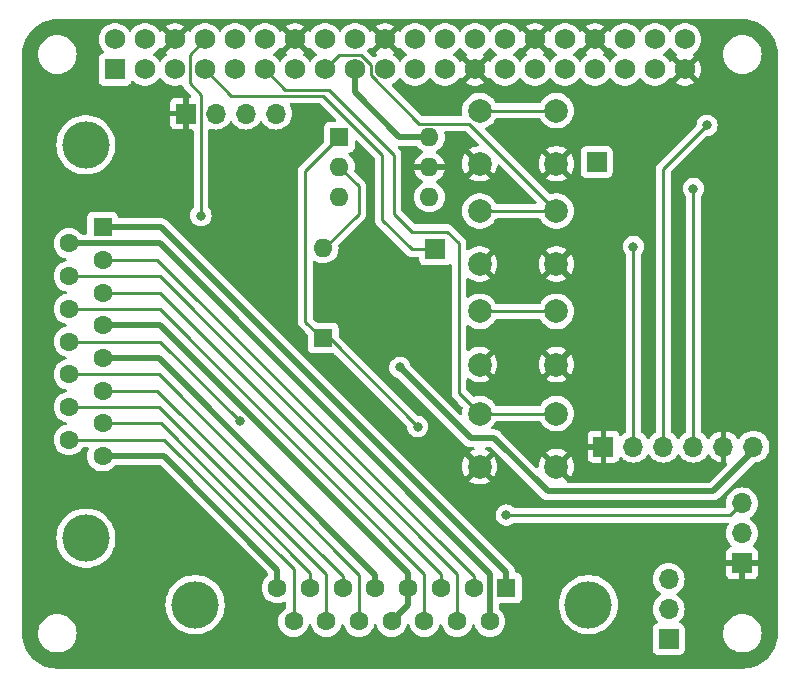
<source format=gbl>
G04 #@! TF.GenerationSoftware,KiCad,Pcbnew,7.0.9*
G04 #@! TF.CreationDate,2023-12-26T00:02:25-07:00*
G04 #@! TF.ProjectId,midi_test,6d696469-5f74-4657-9374-2e6b69636164,rev?*
G04 #@! TF.SameCoordinates,Original*
G04 #@! TF.FileFunction,Copper,L2,Bot*
G04 #@! TF.FilePolarity,Positive*
%FSLAX46Y46*%
G04 Gerber Fmt 4.6, Leading zero omitted, Abs format (unit mm)*
G04 Created by KiCad (PCBNEW 7.0.9) date 2023-12-26 00:02:25*
%MOMM*%
%LPD*%
G01*
G04 APERTURE LIST*
G04 #@! TA.AperFunction,ComponentPad*
%ADD10C,4.000000*%
G04 #@! TD*
G04 #@! TA.AperFunction,ComponentPad*
%ADD11R,1.600000X1.600000*%
G04 #@! TD*
G04 #@! TA.AperFunction,ComponentPad*
%ADD12C,1.600000*%
G04 #@! TD*
G04 #@! TA.AperFunction,ComponentPad*
%ADD13C,2.000000*%
G04 #@! TD*
G04 #@! TA.AperFunction,ComponentPad*
%ADD14R,1.750000X1.750000*%
G04 #@! TD*
G04 #@! TA.AperFunction,ComponentPad*
%ADD15C,1.750000*%
G04 #@! TD*
G04 #@! TA.AperFunction,ComponentPad*
%ADD16R,1.700000X1.700000*%
G04 #@! TD*
G04 #@! TA.AperFunction,ComponentPad*
%ADD17O,1.700000X1.700000*%
G04 #@! TD*
G04 #@! TA.AperFunction,ComponentPad*
%ADD18O,1.600000X1.600000*%
G04 #@! TD*
G04 #@! TA.AperFunction,ViaPad*
%ADD19C,0.800000*%
G04 #@! TD*
G04 #@! TA.AperFunction,Conductor*
%ADD20C,0.250000*%
G04 #@! TD*
G04 #@! TA.AperFunction,Conductor*
%ADD21C,0.500000*%
G04 #@! TD*
G04 APERTURE END LIST*
D10*
X150155000Y-94080000D03*
X183455000Y-94080000D03*
D11*
X176500000Y-92660000D03*
D12*
X173730000Y-92660000D03*
X170960000Y-92660000D03*
X168190000Y-92660000D03*
X165420000Y-92660000D03*
X162650000Y-92660000D03*
X159880000Y-92660000D03*
X157110000Y-92660000D03*
X175115000Y-95500000D03*
X172345000Y-95500000D03*
X169575000Y-95500000D03*
X166805000Y-95500000D03*
X164035000Y-95500000D03*
X161265000Y-95500000D03*
X158495000Y-95500000D03*
D13*
X174250000Y-52250000D03*
X180750000Y-52250000D03*
X174250000Y-56750000D03*
X180750000Y-56750000D03*
X174250000Y-77900000D03*
X180750000Y-77900000D03*
X174250000Y-82400000D03*
X180750000Y-82400000D03*
D14*
X143370000Y-48770000D03*
D15*
X143370000Y-46230000D03*
X145910000Y-48770000D03*
X145910000Y-46230000D03*
X148450000Y-48770000D03*
X148450000Y-46230000D03*
X150990000Y-48770000D03*
X150990000Y-46230000D03*
X153530000Y-48770000D03*
X153530000Y-46230000D03*
X156070000Y-48770000D03*
X156070000Y-46230000D03*
X158610000Y-48770000D03*
X158610000Y-46230000D03*
X161150000Y-48770000D03*
X161150000Y-46230000D03*
X163690000Y-48770000D03*
X163690000Y-46230000D03*
X166230000Y-48770000D03*
X166230000Y-46230000D03*
X168770000Y-48770000D03*
X168770000Y-46230000D03*
X171310000Y-48770000D03*
X171310000Y-46230000D03*
X173850000Y-48770000D03*
X173850000Y-46230000D03*
X176390000Y-48770000D03*
X176390000Y-46230000D03*
X178930000Y-48770000D03*
X178930000Y-46230000D03*
X181470000Y-48770000D03*
X181470000Y-46230000D03*
X184010000Y-48770000D03*
X184010000Y-46230000D03*
X186550000Y-48770000D03*
X186550000Y-46230000D03*
X189090000Y-48770000D03*
X189090000Y-46230000D03*
X191630000Y-48770000D03*
X191630000Y-46230000D03*
D16*
X190250000Y-97000000D03*
D17*
X190250000Y-94460000D03*
X190250000Y-91920000D03*
D13*
X174250000Y-60750000D03*
X180750000Y-60750000D03*
X174250000Y-65250000D03*
X180750000Y-65250000D03*
D16*
X149380000Y-52500000D03*
D17*
X151920000Y-52500000D03*
X154460000Y-52500000D03*
X157000000Y-52500000D03*
D16*
X184730000Y-80700000D03*
D17*
X187270000Y-80700000D03*
X189810000Y-80700000D03*
X192350000Y-80700000D03*
X194890000Y-80700000D03*
X197430000Y-80700000D03*
D18*
X170000000Y-54475000D03*
X170000000Y-57015000D03*
X170000000Y-59555000D03*
X162380000Y-59555000D03*
X162380000Y-57015000D03*
D11*
X162380000Y-54475000D03*
D16*
X184150000Y-56600000D03*
D13*
X174250000Y-69250000D03*
X180750000Y-69250000D03*
X174250000Y-73750000D03*
X180750000Y-73750000D03*
D16*
X196475000Y-90580000D03*
D17*
X196475000Y-88040000D03*
X196475000Y-85500000D03*
D16*
X170500000Y-64000000D03*
D10*
X140910331Y-55160000D03*
X140910331Y-88460000D03*
D11*
X142330331Y-62115000D03*
D12*
X142330331Y-64885000D03*
X142330331Y-67655000D03*
X142330331Y-70425000D03*
X142330331Y-73195000D03*
X142330331Y-75965000D03*
X142330331Y-78735000D03*
X142330331Y-81505000D03*
X139490331Y-63500000D03*
X139490331Y-66270000D03*
X139490331Y-69040000D03*
X139490331Y-71810000D03*
X139490331Y-74580000D03*
X139490331Y-77350000D03*
X139490331Y-80120000D03*
D18*
X161000000Y-63880000D03*
D11*
X161000000Y-71500000D03*
D19*
X167500000Y-74000000D03*
X169000000Y-79000000D03*
X153927995Y-78572005D03*
X150650000Y-61150000D03*
X187270000Y-63770000D03*
X192350000Y-58850000D03*
X193500000Y-53500000D03*
X176500000Y-86500000D03*
D20*
X153220000Y-51000000D02*
X150990000Y-48770000D01*
X160999999Y-51000000D02*
X153220000Y-51000000D01*
X166000000Y-56000001D02*
X160999999Y-51000000D01*
X166000000Y-61500000D02*
X166000000Y-56000001D01*
X168500000Y-64000000D02*
X166000000Y-61500000D01*
X170500000Y-64000000D02*
X168500000Y-64000000D01*
X172500000Y-76150000D02*
X174250000Y-77900000D01*
X172500000Y-63500000D02*
X172500000Y-76150000D01*
X171500000Y-62500000D02*
X172500000Y-63500000D01*
X167000000Y-56000000D02*
X167000000Y-61000000D01*
X161500000Y-50500000D02*
X167000000Y-56000000D01*
X157800000Y-50500000D02*
X161500000Y-50500000D01*
X168500000Y-62500000D02*
X171500000Y-62500000D01*
X156070000Y-48770000D02*
X157800000Y-50500000D01*
X167000000Y-61000000D02*
X168500000Y-62500000D01*
X164000000Y-58635000D02*
X164000000Y-61000000D01*
X162380000Y-57015000D02*
X164000000Y-58635000D01*
X161000000Y-71620000D02*
X159500000Y-70120000D01*
X159500000Y-70120000D02*
X159500000Y-57355000D01*
X161620000Y-71620000D02*
X161000000Y-71620000D01*
X169000000Y-79000000D02*
X161620000Y-71620000D01*
X159500000Y-57355000D02*
X162380000Y-54475000D01*
D21*
X167460000Y-54475000D02*
X170000000Y-54475000D01*
X163690000Y-50705000D02*
X167460000Y-54475000D01*
D20*
X169112943Y-53350000D02*
X173350000Y-53350000D01*
X173350000Y-53350000D02*
X180750000Y-60750000D01*
X165030000Y-48412943D02*
X165030000Y-49267057D01*
X165030000Y-49267057D02*
X169112943Y-53350000D01*
X162350000Y-47570000D02*
X164187057Y-47570000D01*
X161150000Y-48770000D02*
X162350000Y-47570000D01*
X164187057Y-47570000D02*
X165030000Y-48412943D01*
D21*
X163690000Y-48770000D02*
X163690000Y-50705000D01*
X173500000Y-80000000D02*
X175500000Y-80000000D01*
X180000000Y-84500000D02*
X194000000Y-84500000D01*
X197580000Y-80920000D02*
X197580000Y-80700000D01*
X167500000Y-74000000D02*
X173500000Y-80000000D01*
X175500000Y-80000000D02*
X180000000Y-84500000D01*
X194000000Y-84500000D02*
X197580000Y-80920000D01*
D20*
X161000000Y-64000000D02*
X164000000Y-61000000D01*
D21*
X176500000Y-91327500D02*
X176500000Y-92660000D01*
X147165991Y-63500000D02*
X139490331Y-63500000D01*
X175115000Y-95500000D02*
X175115000Y-91449009D01*
X142330331Y-81505000D02*
X147505000Y-81505000D01*
X142330331Y-62115000D02*
X147287500Y-62115000D01*
X147287500Y-62115000D02*
X176500000Y-91327500D01*
X147505000Y-81505000D02*
X157110000Y-91110000D01*
X157110000Y-91110000D02*
X157110000Y-92660000D01*
X175115000Y-91449009D02*
X147165991Y-63500000D01*
D20*
X142330331Y-64885000D02*
X146960000Y-64885000D01*
X146960000Y-64885000D02*
X173730000Y-91655000D01*
X173730000Y-91655000D02*
X173730000Y-92660000D01*
X147155000Y-67655000D02*
X170960000Y-91460000D01*
X170960000Y-91460000D02*
X170960000Y-92660000D01*
X142330331Y-67655000D02*
X147155000Y-67655000D01*
X146965000Y-75965000D02*
X142330331Y-75965000D01*
X162650000Y-92660000D02*
X162650000Y-91650000D01*
X162650000Y-91650000D02*
X146965000Y-75965000D01*
X159880000Y-91380000D02*
X147235000Y-78735000D01*
X147235000Y-78735000D02*
X142330331Y-78735000D01*
X159880000Y-92660000D02*
X159880000Y-91380000D01*
X147165991Y-66270000D02*
X139490331Y-66270000D01*
X172345000Y-91449009D02*
X147165991Y-66270000D01*
X172345000Y-95500000D02*
X172345000Y-91449009D01*
X169575000Y-95500000D02*
X169575000Y-91449009D01*
X169575000Y-91449009D02*
X147165991Y-69040000D01*
X147165991Y-69040000D02*
X139490331Y-69040000D01*
X147165991Y-71810000D02*
X139490331Y-71810000D01*
X153927995Y-78572005D02*
X147165991Y-71810000D01*
X147080000Y-74580000D02*
X139490331Y-74580000D01*
X164035000Y-95500000D02*
X164035000Y-91535000D01*
X164035000Y-91535000D02*
X147080000Y-74580000D01*
X147100000Y-77350000D02*
X139490331Y-77350000D01*
X161265000Y-95500000D02*
X161265000Y-91515000D01*
X161265000Y-91515000D02*
X147100000Y-77350000D01*
X149700000Y-47520000D02*
X150990000Y-46230000D01*
X149700000Y-49950000D02*
X149700000Y-47520000D01*
X150650000Y-50900000D02*
X149700000Y-49950000D01*
X150650000Y-61150000D02*
X150650000Y-50900000D01*
X174250000Y-77900000D02*
X180750000Y-77900000D01*
X187270000Y-63770000D02*
X187270000Y-80700000D01*
X174250000Y-69250000D02*
X180750000Y-69250000D01*
X174250000Y-60750000D02*
X180750000Y-60750000D01*
X174250000Y-52250000D02*
X180750000Y-52250000D01*
X192350000Y-58850000D02*
X192350000Y-80700000D01*
X189810000Y-57190000D02*
X193500000Y-53500000D01*
X189810000Y-80700000D02*
X189810000Y-57190000D01*
X147526586Y-80120000D02*
X158495000Y-91088414D01*
X158495000Y-91088414D02*
X158495000Y-95500000D01*
X139490331Y-80120000D02*
X147526586Y-80120000D01*
X176500000Y-86500000D02*
X195475000Y-86500000D01*
X195475000Y-86500000D02*
X196475000Y-85500000D01*
D21*
X168190000Y-94115000D02*
X166805000Y-95500000D01*
X168190000Y-92660000D02*
X168190000Y-94115000D01*
X147175000Y-70425000D02*
X142330331Y-70425000D01*
X168190000Y-92660000D02*
X168190000Y-91440000D01*
X142330331Y-73195000D02*
X147086370Y-73195000D01*
X147086370Y-73195000D02*
X165420000Y-91528630D01*
X168190000Y-91440000D02*
X147175000Y-70425000D01*
X165420000Y-91528630D02*
X165420000Y-92660000D01*
G04 #@! TA.AperFunction,Conductor*
G36*
X172661904Y-46934596D02*
G01*
X172683809Y-46959875D01*
X172760814Y-47077742D01*
X172775997Y-47094235D01*
X172914726Y-47244935D01*
X172915208Y-47245458D01*
X172915212Y-47245461D01*
X173094552Y-47385047D01*
X173095094Y-47385469D01*
X173105211Y-47390944D01*
X173105736Y-47391228D01*
X173155328Y-47440446D01*
X173170438Y-47508662D01*
X173146268Y-47574218D01*
X173105740Y-47609338D01*
X173095373Y-47614948D01*
X173069016Y-47635462D01*
X173710401Y-48276847D01*
X173705408Y-48277565D01*
X173572530Y-48338248D01*
X173462131Y-48433910D01*
X173383155Y-48556799D01*
X173360477Y-48634030D01*
X172716873Y-47990427D01*
X172684107Y-48040581D01*
X172630961Y-48085938D01*
X172561730Y-48095362D01*
X172498394Y-48065861D01*
X172476489Y-48040581D01*
X172399185Y-47922257D01*
X172245278Y-47755070D01*
X172244794Y-47754544D01*
X172244793Y-47754543D01*
X172244791Y-47754541D01*
X172244787Y-47754538D01*
X172064909Y-47614533D01*
X172064900Y-47614527D01*
X172054789Y-47609056D01*
X172005197Y-47559838D01*
X171990087Y-47491621D01*
X172014257Y-47426065D01*
X172054789Y-47390944D01*
X172055314Y-47390660D01*
X172064906Y-47385469D01*
X172244794Y-47245456D01*
X172399183Y-47077745D01*
X172476191Y-46959874D01*
X172529337Y-46914518D01*
X172598568Y-46905094D01*
X172661904Y-46934596D01*
G37*
G04 #@! TD.AperFunction*
G04 #@! TA.AperFunction,Conductor*
G36*
X175201904Y-46934596D02*
G01*
X175223809Y-46959875D01*
X175300814Y-47077742D01*
X175315997Y-47094235D01*
X175454726Y-47244935D01*
X175455208Y-47245458D01*
X175455212Y-47245461D01*
X175634552Y-47385047D01*
X175635094Y-47385469D01*
X175635096Y-47385470D01*
X175635099Y-47385472D01*
X175645214Y-47390946D01*
X175694804Y-47440166D01*
X175709911Y-47508382D01*
X175685740Y-47573938D01*
X175645214Y-47609054D01*
X175635099Y-47614527D01*
X175635090Y-47614533D01*
X175455212Y-47754538D01*
X175455208Y-47754541D01*
X175300814Y-47922257D01*
X175223510Y-48040582D01*
X175170363Y-48085939D01*
X175101132Y-48095363D01*
X175037796Y-48065861D01*
X175015892Y-48040582D01*
X174983124Y-47990427D01*
X174339522Y-48634030D01*
X174316845Y-48556799D01*
X174237869Y-48433910D01*
X174127470Y-48338248D01*
X173994592Y-48277565D01*
X173989599Y-48276847D01*
X174630983Y-47635462D01*
X174630983Y-47635461D01*
X174604632Y-47614952D01*
X174604627Y-47614948D01*
X174594260Y-47609338D01*
X174544670Y-47560117D01*
X174529563Y-47491901D01*
X174553735Y-47426345D01*
X174594264Y-47391228D01*
X174594789Y-47390944D01*
X174604906Y-47385469D01*
X174784794Y-47245456D01*
X174939183Y-47077745D01*
X175016191Y-46959874D01*
X175069337Y-46914518D01*
X175138568Y-46905094D01*
X175201904Y-46934596D01*
G37*
G04 #@! TD.AperFunction*
G04 #@! TA.AperFunction,Conductor*
G36*
X190441904Y-46934596D02*
G01*
X190463809Y-46959875D01*
X190540814Y-47077742D01*
X190555997Y-47094235D01*
X190694726Y-47244935D01*
X190695208Y-47245458D01*
X190695212Y-47245461D01*
X190874552Y-47385047D01*
X190875094Y-47385469D01*
X190885211Y-47390944D01*
X190885736Y-47391228D01*
X190935328Y-47440446D01*
X190950438Y-47508662D01*
X190926268Y-47574218D01*
X190885740Y-47609338D01*
X190875373Y-47614948D01*
X190849016Y-47635462D01*
X191490401Y-48276847D01*
X191485408Y-48277565D01*
X191352530Y-48338248D01*
X191242131Y-48433910D01*
X191163155Y-48556799D01*
X191140477Y-48634030D01*
X190496873Y-47990427D01*
X190464107Y-48040581D01*
X190410961Y-48085938D01*
X190341730Y-48095362D01*
X190278394Y-48065861D01*
X190256489Y-48040581D01*
X190179185Y-47922257D01*
X190025278Y-47755070D01*
X190024794Y-47754544D01*
X190024793Y-47754543D01*
X190024791Y-47754541D01*
X190024787Y-47754538D01*
X189844909Y-47614533D01*
X189844900Y-47614527D01*
X189834789Y-47609056D01*
X189785197Y-47559838D01*
X189770087Y-47491621D01*
X189794257Y-47426065D01*
X189834789Y-47390944D01*
X189835314Y-47390660D01*
X189844906Y-47385469D01*
X190024794Y-47245456D01*
X190179183Y-47077745D01*
X190256191Y-46959874D01*
X190309337Y-46914518D01*
X190378568Y-46905094D01*
X190441904Y-46934596D01*
G37*
G04 #@! TD.AperFunction*
G04 #@! TA.AperFunction,Conductor*
G36*
X147983155Y-46443201D02*
G01*
X148062131Y-46566090D01*
X148172530Y-46661752D01*
X148305408Y-46722435D01*
X148310399Y-46723152D01*
X147669015Y-47364536D01*
X147669016Y-47364537D01*
X147695366Y-47385046D01*
X147695372Y-47385050D01*
X147705737Y-47390660D01*
X147755328Y-47439879D01*
X147770436Y-47508095D01*
X147746266Y-47573651D01*
X147705743Y-47608767D01*
X147695100Y-47614527D01*
X147695090Y-47614533D01*
X147515212Y-47754538D01*
X147515208Y-47754541D01*
X147360817Y-47922255D01*
X147283809Y-48040125D01*
X147230662Y-48085481D01*
X147161431Y-48094905D01*
X147098095Y-48065403D01*
X147076191Y-48040125D01*
X147074500Y-48037537D01*
X146999183Y-47922255D01*
X146844794Y-47754544D01*
X146844793Y-47754543D01*
X146844791Y-47754541D01*
X146844787Y-47754538D01*
X146664909Y-47614533D01*
X146664900Y-47614527D01*
X146654789Y-47609056D01*
X146605197Y-47559838D01*
X146590087Y-47491621D01*
X146614257Y-47426065D01*
X146654789Y-47390944D01*
X146655314Y-47390660D01*
X146664906Y-47385469D01*
X146844794Y-47245456D01*
X146999183Y-47077745D01*
X147076490Y-46959416D01*
X147129635Y-46914061D01*
X147198866Y-46904637D01*
X147262202Y-46934138D01*
X147284107Y-46959417D01*
X147316874Y-47009570D01*
X147960477Y-46365968D01*
X147983155Y-46443201D01*
G37*
G04 #@! TD.AperFunction*
G04 #@! TA.AperFunction,Conductor*
G36*
X158143155Y-46443201D02*
G01*
X158222131Y-46566090D01*
X158332530Y-46661752D01*
X158465408Y-46722435D01*
X158470399Y-46723152D01*
X157829015Y-47364536D01*
X157829016Y-47364537D01*
X157855366Y-47385046D01*
X157855372Y-47385050D01*
X157865737Y-47390660D01*
X157915328Y-47439879D01*
X157930436Y-47508095D01*
X157906266Y-47573651D01*
X157865743Y-47608767D01*
X157855100Y-47614527D01*
X157855090Y-47614533D01*
X157675212Y-47754538D01*
X157675208Y-47754541D01*
X157520817Y-47922255D01*
X157443809Y-48040125D01*
X157390662Y-48085481D01*
X157321431Y-48094905D01*
X157258095Y-48065403D01*
X157236191Y-48040125D01*
X157234500Y-48037537D01*
X157159183Y-47922255D01*
X157004794Y-47754544D01*
X157004793Y-47754543D01*
X157004791Y-47754541D01*
X157004787Y-47754538D01*
X156824909Y-47614533D01*
X156824900Y-47614527D01*
X156814789Y-47609056D01*
X156765197Y-47559838D01*
X156750087Y-47491621D01*
X156774257Y-47426065D01*
X156814789Y-47390944D01*
X156815314Y-47390660D01*
X156824906Y-47385469D01*
X157004794Y-47245456D01*
X157159183Y-47077745D01*
X157236490Y-46959416D01*
X157289635Y-46914061D01*
X157358866Y-46904637D01*
X157422202Y-46934138D01*
X157444107Y-46959417D01*
X157476874Y-47009570D01*
X158120477Y-46365968D01*
X158143155Y-46443201D01*
G37*
G04 #@! TD.AperFunction*
G04 #@! TA.AperFunction,Conductor*
G36*
X159743125Y-47009571D02*
G01*
X159775891Y-46959418D01*
X159829037Y-46914060D01*
X159898268Y-46904636D01*
X159961604Y-46934137D01*
X159983509Y-46959416D01*
X160060817Y-47077745D01*
X160215206Y-47245456D01*
X160215208Y-47245458D01*
X160215212Y-47245461D01*
X160394552Y-47385047D01*
X160395094Y-47385469D01*
X160395096Y-47385470D01*
X160395099Y-47385472D01*
X160405214Y-47390946D01*
X160454804Y-47440166D01*
X160469911Y-47508382D01*
X160445740Y-47573938D01*
X160405214Y-47609054D01*
X160395099Y-47614527D01*
X160395090Y-47614533D01*
X160215212Y-47754538D01*
X160215208Y-47754541D01*
X160060817Y-47922255D01*
X159983809Y-48040125D01*
X159930662Y-48085481D01*
X159861431Y-48094905D01*
X159798095Y-48065403D01*
X159776191Y-48040125D01*
X159774500Y-48037537D01*
X159699183Y-47922255D01*
X159544794Y-47754544D01*
X159544793Y-47754543D01*
X159544791Y-47754541D01*
X159544787Y-47754538D01*
X159364909Y-47614533D01*
X159364900Y-47614527D01*
X159354261Y-47608770D01*
X159304670Y-47559551D01*
X159289562Y-47491334D01*
X159313732Y-47425778D01*
X159354265Y-47390658D01*
X159364633Y-47385047D01*
X159390982Y-47364537D01*
X159390982Y-47364536D01*
X158749600Y-46723152D01*
X158754592Y-46722435D01*
X158887470Y-46661752D01*
X158997869Y-46566090D01*
X159076845Y-46443201D01*
X159099522Y-46365969D01*
X159743125Y-47009571D01*
G37*
G04 #@! TD.AperFunction*
G04 #@! TA.AperFunction,Conductor*
G36*
X167363125Y-47009571D02*
G01*
X167395891Y-46959418D01*
X167449037Y-46914060D01*
X167518268Y-46904636D01*
X167581604Y-46934137D01*
X167603509Y-46959416D01*
X167680817Y-47077745D01*
X167835206Y-47245456D01*
X167835208Y-47245458D01*
X167835212Y-47245461D01*
X168014552Y-47385047D01*
X168015094Y-47385469D01*
X168015096Y-47385470D01*
X168015099Y-47385472D01*
X168025214Y-47390946D01*
X168074804Y-47440166D01*
X168089911Y-47508382D01*
X168065740Y-47573938D01*
X168025214Y-47609054D01*
X168015099Y-47614527D01*
X168015090Y-47614533D01*
X167835212Y-47754538D01*
X167835208Y-47754541D01*
X167680817Y-47922255D01*
X167603809Y-48040125D01*
X167550662Y-48085481D01*
X167481431Y-48094905D01*
X167418095Y-48065403D01*
X167396191Y-48040125D01*
X167394500Y-48037537D01*
X167319183Y-47922255D01*
X167164794Y-47754544D01*
X167164793Y-47754543D01*
X167164791Y-47754541D01*
X167164787Y-47754538D01*
X166984909Y-47614533D01*
X166984900Y-47614527D01*
X166974261Y-47608770D01*
X166924670Y-47559551D01*
X166909562Y-47491334D01*
X166933732Y-47425778D01*
X166974265Y-47390658D01*
X166984633Y-47385047D01*
X167010982Y-47364537D01*
X167010982Y-47364536D01*
X166369600Y-46723152D01*
X166374592Y-46722435D01*
X166507470Y-46661752D01*
X166617869Y-46566090D01*
X166696845Y-46443201D01*
X166719522Y-46365969D01*
X167363125Y-47009571D01*
G37*
G04 #@! TD.AperFunction*
G04 #@! TA.AperFunction,Conductor*
G36*
X178463155Y-46443201D02*
G01*
X178542131Y-46566090D01*
X178652530Y-46661752D01*
X178785408Y-46722435D01*
X178790399Y-46723152D01*
X178149015Y-47364536D01*
X178149016Y-47364537D01*
X178175366Y-47385046D01*
X178175372Y-47385050D01*
X178185737Y-47390660D01*
X178235328Y-47439879D01*
X178250436Y-47508095D01*
X178226266Y-47573651D01*
X178185743Y-47608767D01*
X178175100Y-47614527D01*
X178175090Y-47614533D01*
X177995212Y-47754538D01*
X177995208Y-47754541D01*
X177840817Y-47922255D01*
X177763809Y-48040125D01*
X177710662Y-48085481D01*
X177641431Y-48094905D01*
X177578095Y-48065403D01*
X177556191Y-48040125D01*
X177554500Y-48037537D01*
X177479183Y-47922255D01*
X177324794Y-47754544D01*
X177324793Y-47754543D01*
X177324791Y-47754541D01*
X177324787Y-47754538D01*
X177144909Y-47614533D01*
X177144900Y-47614527D01*
X177134789Y-47609056D01*
X177085197Y-47559838D01*
X177070087Y-47491621D01*
X177094257Y-47426065D01*
X177134789Y-47390944D01*
X177135314Y-47390660D01*
X177144906Y-47385469D01*
X177324794Y-47245456D01*
X177479183Y-47077745D01*
X177556490Y-46959416D01*
X177609635Y-46914061D01*
X177678866Y-46904637D01*
X177742202Y-46934138D01*
X177764107Y-46959417D01*
X177796874Y-47009570D01*
X178440477Y-46365968D01*
X178463155Y-46443201D01*
G37*
G04 #@! TD.AperFunction*
G04 #@! TA.AperFunction,Conductor*
G36*
X180063125Y-47009571D02*
G01*
X180095891Y-46959418D01*
X180149037Y-46914060D01*
X180218268Y-46904636D01*
X180281604Y-46934137D01*
X180303509Y-46959416D01*
X180380817Y-47077745D01*
X180535206Y-47245456D01*
X180535208Y-47245458D01*
X180535212Y-47245461D01*
X180714552Y-47385047D01*
X180715094Y-47385469D01*
X180715096Y-47385470D01*
X180715099Y-47385472D01*
X180725214Y-47390946D01*
X180774804Y-47440166D01*
X180789911Y-47508382D01*
X180765740Y-47573938D01*
X180725214Y-47609054D01*
X180715099Y-47614527D01*
X180715090Y-47614533D01*
X180535212Y-47754538D01*
X180535208Y-47754541D01*
X180380817Y-47922255D01*
X180303809Y-48040125D01*
X180250662Y-48085481D01*
X180181431Y-48094905D01*
X180118095Y-48065403D01*
X180096191Y-48040125D01*
X180094500Y-48037537D01*
X180019183Y-47922255D01*
X179864794Y-47754544D01*
X179864793Y-47754543D01*
X179864791Y-47754541D01*
X179864787Y-47754538D01*
X179684909Y-47614533D01*
X179684900Y-47614527D01*
X179674261Y-47608770D01*
X179624670Y-47559551D01*
X179609562Y-47491334D01*
X179633732Y-47425778D01*
X179674265Y-47390658D01*
X179684633Y-47385047D01*
X179710982Y-47364537D01*
X179710982Y-47364536D01*
X179069600Y-46723152D01*
X179074592Y-46722435D01*
X179207470Y-46661752D01*
X179317869Y-46566090D01*
X179396845Y-46443201D01*
X179419522Y-46365969D01*
X180063125Y-47009571D01*
G37*
G04 #@! TD.AperFunction*
G04 #@! TA.AperFunction,Conductor*
G36*
X183543155Y-46443201D02*
G01*
X183622131Y-46566090D01*
X183732530Y-46661752D01*
X183865408Y-46722435D01*
X183870399Y-46723152D01*
X183229015Y-47364536D01*
X183229016Y-47364537D01*
X183255366Y-47385046D01*
X183255372Y-47385050D01*
X183265737Y-47390660D01*
X183315328Y-47439879D01*
X183330436Y-47508095D01*
X183306266Y-47573651D01*
X183265743Y-47608767D01*
X183255100Y-47614527D01*
X183255090Y-47614533D01*
X183075212Y-47754538D01*
X183075208Y-47754541D01*
X182920817Y-47922255D01*
X182843809Y-48040125D01*
X182790662Y-48085481D01*
X182721431Y-48094905D01*
X182658095Y-48065403D01*
X182636191Y-48040125D01*
X182634500Y-48037537D01*
X182559183Y-47922255D01*
X182404794Y-47754544D01*
X182404793Y-47754543D01*
X182404791Y-47754541D01*
X182404787Y-47754538D01*
X182224909Y-47614533D01*
X182224900Y-47614527D01*
X182214789Y-47609056D01*
X182165197Y-47559838D01*
X182150087Y-47491621D01*
X182174257Y-47426065D01*
X182214789Y-47390944D01*
X182215314Y-47390660D01*
X182224906Y-47385469D01*
X182404794Y-47245456D01*
X182559183Y-47077745D01*
X182636490Y-46959416D01*
X182689635Y-46914061D01*
X182758866Y-46904637D01*
X182822202Y-46934138D01*
X182844107Y-46959417D01*
X182876874Y-47009570D01*
X183520477Y-46365968D01*
X183543155Y-46443201D01*
G37*
G04 #@! TD.AperFunction*
G04 #@! TA.AperFunction,Conductor*
G36*
X185143125Y-47009571D02*
G01*
X185175891Y-46959418D01*
X185229037Y-46914060D01*
X185298268Y-46904636D01*
X185361604Y-46934137D01*
X185383509Y-46959416D01*
X185460817Y-47077745D01*
X185615206Y-47245456D01*
X185615208Y-47245458D01*
X185615212Y-47245461D01*
X185794552Y-47385047D01*
X185795094Y-47385469D01*
X185795096Y-47385470D01*
X185795099Y-47385472D01*
X185805214Y-47390946D01*
X185854804Y-47440166D01*
X185869911Y-47508382D01*
X185845740Y-47573938D01*
X185805214Y-47609054D01*
X185795099Y-47614527D01*
X185795090Y-47614533D01*
X185615212Y-47754538D01*
X185615208Y-47754541D01*
X185460817Y-47922255D01*
X185383809Y-48040125D01*
X185330662Y-48085481D01*
X185261431Y-48094905D01*
X185198095Y-48065403D01*
X185176191Y-48040125D01*
X185174500Y-48037537D01*
X185099183Y-47922255D01*
X184944794Y-47754544D01*
X184944793Y-47754543D01*
X184944791Y-47754541D01*
X184944787Y-47754538D01*
X184764909Y-47614533D01*
X184764900Y-47614527D01*
X184754261Y-47608770D01*
X184704670Y-47559551D01*
X184689562Y-47491334D01*
X184713732Y-47425778D01*
X184754265Y-47390658D01*
X184764633Y-47385047D01*
X184790982Y-47364537D01*
X184790982Y-47364536D01*
X184149600Y-46723152D01*
X184154592Y-46722435D01*
X184287470Y-46661752D01*
X184397869Y-46566090D01*
X184476845Y-46443201D01*
X184499522Y-46365969D01*
X185143125Y-47009571D01*
G37*
G04 #@! TD.AperFunction*
G04 #@! TA.AperFunction,Conductor*
G36*
X165763155Y-46443201D02*
G01*
X165842131Y-46566090D01*
X165952530Y-46661752D01*
X166085408Y-46722435D01*
X166090399Y-46723152D01*
X165449015Y-47364536D01*
X165449016Y-47364537D01*
X165475366Y-47385046D01*
X165475372Y-47385050D01*
X165485737Y-47390660D01*
X165535328Y-47439879D01*
X165550436Y-47508095D01*
X165526266Y-47573651D01*
X165485743Y-47608767D01*
X165475100Y-47614527D01*
X165475097Y-47614528D01*
X165359680Y-47704362D01*
X165294686Y-47730004D01*
X165226146Y-47716437D01*
X165195837Y-47694189D01*
X164767549Y-47265901D01*
X164734064Y-47204578D01*
X164739048Y-47134886D01*
X164764000Y-47094237D01*
X164779183Y-47077745D01*
X164856491Y-46959414D01*
X164909635Y-46914060D01*
X164978866Y-46904636D01*
X165042202Y-46934138D01*
X165064107Y-46959417D01*
X165096873Y-47009570D01*
X165740477Y-46365967D01*
X165763155Y-46443201D01*
G37*
G04 #@! TD.AperFunction*
G04 #@! TA.AperFunction,Conductor*
G36*
X196501620Y-44500584D02*
G01*
X196646713Y-44508189D01*
X196810288Y-44516762D01*
X196816746Y-44517440D01*
X197120419Y-44565537D01*
X197126765Y-44566886D01*
X197423759Y-44646466D01*
X197429925Y-44648468D01*
X197716967Y-44758653D01*
X197722898Y-44761293D01*
X197996862Y-44900885D01*
X198002467Y-44904121D01*
X198260337Y-45071584D01*
X198265585Y-45075397D01*
X198504533Y-45268893D01*
X198509359Y-45273239D01*
X198726760Y-45490640D01*
X198731106Y-45495466D01*
X198924602Y-45734414D01*
X198928417Y-45739666D01*
X199095874Y-45997526D01*
X199099117Y-46003143D01*
X199238705Y-46277099D01*
X199241346Y-46283032D01*
X199351527Y-46570064D01*
X199353533Y-46576240D01*
X199433113Y-46873234D01*
X199434463Y-46879586D01*
X199482558Y-47183252D01*
X199483237Y-47189710D01*
X199499415Y-47498377D01*
X199499500Y-47501623D01*
X199499500Y-96498376D01*
X199499415Y-96501622D01*
X199483237Y-96810289D01*
X199482558Y-96816747D01*
X199434463Y-97120413D01*
X199433113Y-97126765D01*
X199353533Y-97423759D01*
X199351527Y-97429935D01*
X199241346Y-97716967D01*
X199238705Y-97722900D01*
X199099117Y-97996856D01*
X199095870Y-98002480D01*
X198928419Y-98260331D01*
X198924602Y-98265585D01*
X198731106Y-98504533D01*
X198726760Y-98509359D01*
X198509359Y-98726760D01*
X198504533Y-98731106D01*
X198265585Y-98924602D01*
X198260331Y-98928419D01*
X198002480Y-99095870D01*
X197996856Y-99099117D01*
X197722900Y-99238705D01*
X197716967Y-99241346D01*
X197429935Y-99351527D01*
X197423759Y-99353533D01*
X197126765Y-99433113D01*
X197120413Y-99434463D01*
X196816747Y-99482558D01*
X196810289Y-99483237D01*
X196518862Y-99498511D01*
X196501620Y-99499415D01*
X196498377Y-99499500D01*
X138501623Y-99499500D01*
X138498379Y-99499415D01*
X138480254Y-99498465D01*
X138189710Y-99483237D01*
X138183252Y-99482558D01*
X137879586Y-99434463D01*
X137873234Y-99433113D01*
X137576240Y-99353533D01*
X137570064Y-99351527D01*
X137283032Y-99241346D01*
X137277099Y-99238705D01*
X137003143Y-99099117D01*
X136997526Y-99095874D01*
X136739666Y-98928417D01*
X136734414Y-98924602D01*
X136495466Y-98731106D01*
X136490640Y-98726760D01*
X136273239Y-98509359D01*
X136268893Y-98504533D01*
X136075397Y-98265585D01*
X136071580Y-98260331D01*
X136037300Y-98207544D01*
X135904121Y-98002467D01*
X135900882Y-97996856D01*
X135880820Y-97957483D01*
X135761293Y-97722898D01*
X135758653Y-97716967D01*
X135734081Y-97652955D01*
X135648468Y-97429925D01*
X135646466Y-97423759D01*
X135566886Y-97126765D01*
X135565536Y-97120413D01*
X135517441Y-96816747D01*
X135516762Y-96810288D01*
X135500585Y-96501622D01*
X135500543Y-96500000D01*
X136869474Y-96500000D01*
X136889547Y-96755064D01*
X136949279Y-97003864D01*
X137047188Y-97240239D01*
X137047190Y-97240242D01*
X137180875Y-97458396D01*
X137180878Y-97458401D01*
X137256200Y-97546591D01*
X137347044Y-97652956D01*
X137425551Y-97720007D01*
X137541598Y-97819121D01*
X137541600Y-97819122D01*
X137541601Y-97819123D01*
X137670126Y-97897883D01*
X137759757Y-97952809D01*
X137759760Y-97952811D01*
X137996135Y-98050720D01*
X137996140Y-98050722D01*
X138244930Y-98110452D01*
X138372401Y-98120484D01*
X138436135Y-98125500D01*
X138436137Y-98125500D01*
X138563865Y-98125500D01*
X138618493Y-98121200D01*
X138755070Y-98110452D01*
X139003860Y-98050722D01*
X139133904Y-97996856D01*
X139240239Y-97952811D01*
X139240240Y-97952810D01*
X139240243Y-97952809D01*
X139458399Y-97819123D01*
X139652956Y-97652956D01*
X139819123Y-97458399D01*
X139952809Y-97240243D01*
X140050722Y-97003860D01*
X140110452Y-96755070D01*
X140130526Y-96500000D01*
X140110452Y-96244930D01*
X140050722Y-95996140D01*
X140030159Y-95946496D01*
X139952811Y-95759760D01*
X139952809Y-95759757D01*
X139885244Y-95649501D01*
X139819123Y-95541601D01*
X139819122Y-95541600D01*
X139819121Y-95541598D01*
X139743728Y-95453325D01*
X139652956Y-95347044D01*
X139546591Y-95256200D01*
X139458401Y-95180878D01*
X139458396Y-95180875D01*
X139240242Y-95047190D01*
X139240239Y-95047188D01*
X139003864Y-94949279D01*
X138897134Y-94923655D01*
X138755070Y-94889548D01*
X138755068Y-94889547D01*
X138755065Y-94889547D01*
X138563865Y-94874500D01*
X138563863Y-94874500D01*
X138436137Y-94874500D01*
X138436135Y-94874500D01*
X138244934Y-94889547D01*
X137996135Y-94949279D01*
X137759760Y-95047188D01*
X137759757Y-95047190D01*
X137541603Y-95180875D01*
X137541598Y-95180878D01*
X137347044Y-95347044D01*
X137180878Y-95541598D01*
X137180875Y-95541603D01*
X137047190Y-95759757D01*
X137047188Y-95759760D01*
X136949279Y-95996135D01*
X136919413Y-96120535D01*
X136901436Y-96195416D01*
X136889547Y-96244935D01*
X136869474Y-96500000D01*
X135500543Y-96500000D01*
X135500500Y-96498376D01*
X135500500Y-94080005D01*
X147649556Y-94080005D01*
X147669310Y-94394004D01*
X147669311Y-94394011D01*
X147728270Y-94703083D01*
X147825497Y-95002316D01*
X147825499Y-95002321D01*
X147959461Y-95287003D01*
X147959464Y-95287009D01*
X148128051Y-95552661D01*
X148128054Y-95552665D01*
X148328606Y-95795090D01*
X148328608Y-95795092D01*
X148557968Y-96010476D01*
X148557978Y-96010484D01*
X148812504Y-96195408D01*
X148812509Y-96195410D01*
X148812516Y-96195416D01*
X149088234Y-96346994D01*
X149088239Y-96346996D01*
X149088241Y-96346997D01*
X149088242Y-96346998D01*
X149380771Y-96462818D01*
X149380774Y-96462819D01*
X149685523Y-96541065D01*
X149685527Y-96541066D01*
X149751010Y-96549338D01*
X149997670Y-96580499D01*
X149997679Y-96580499D01*
X149997682Y-96580500D01*
X149997684Y-96580500D01*
X150312316Y-96580500D01*
X150312318Y-96580500D01*
X150312321Y-96580499D01*
X150312329Y-96580499D01*
X150498593Y-96556968D01*
X150624473Y-96541066D01*
X150929225Y-96462819D01*
X151001741Y-96434108D01*
X151221757Y-96346998D01*
X151221758Y-96346997D01*
X151221756Y-96346997D01*
X151221766Y-96346994D01*
X151497484Y-96195416D01*
X151752030Y-96010478D01*
X151981390Y-95795094D01*
X152181947Y-95552663D01*
X152350537Y-95287007D01*
X152484503Y-95002315D01*
X152581731Y-94703079D01*
X152640688Y-94394015D01*
X152648285Y-94273261D01*
X152660444Y-94080005D01*
X152660444Y-94079994D01*
X152640689Y-93765995D01*
X152640688Y-93765988D01*
X152640688Y-93765985D01*
X152581731Y-93456921D01*
X152484503Y-93157685D01*
X152350537Y-92872993D01*
X152298757Y-92791401D01*
X152181948Y-92607338D01*
X152181945Y-92607334D01*
X151981393Y-92364909D01*
X151981391Y-92364907D01*
X151752031Y-92149523D01*
X151752021Y-92149515D01*
X151497495Y-91964591D01*
X151497488Y-91964586D01*
X151497484Y-91964584D01*
X151221766Y-91813006D01*
X151221763Y-91813004D01*
X151221758Y-91813002D01*
X151221757Y-91813001D01*
X150929228Y-91697181D01*
X150929225Y-91697180D01*
X150624476Y-91618934D01*
X150624463Y-91618932D01*
X150312329Y-91579500D01*
X150312318Y-91579500D01*
X149997682Y-91579500D01*
X149997670Y-91579500D01*
X149685536Y-91618932D01*
X149685523Y-91618934D01*
X149380774Y-91697180D01*
X149380771Y-91697181D01*
X149088242Y-91813001D01*
X149088241Y-91813002D01*
X148812516Y-91964584D01*
X148812504Y-91964591D01*
X148557978Y-92149515D01*
X148557968Y-92149523D01*
X148328608Y-92364907D01*
X148328606Y-92364909D01*
X148128054Y-92607334D01*
X148128051Y-92607338D01*
X147959464Y-92872990D01*
X147959461Y-92872996D01*
X147825499Y-93157678D01*
X147825497Y-93157683D01*
X147728270Y-93456916D01*
X147669311Y-93765988D01*
X147669310Y-93765995D01*
X147649556Y-94079994D01*
X147649556Y-94080005D01*
X135500500Y-94080005D01*
X135500500Y-88460005D01*
X138404887Y-88460005D01*
X138424641Y-88774004D01*
X138424642Y-88774011D01*
X138483601Y-89083083D01*
X138580828Y-89382316D01*
X138580830Y-89382321D01*
X138714792Y-89667003D01*
X138714795Y-89667009D01*
X138883382Y-89932661D01*
X138883385Y-89932665D01*
X139083937Y-90175090D01*
X139083939Y-90175092D01*
X139313299Y-90390476D01*
X139313309Y-90390484D01*
X139567835Y-90575408D01*
X139567840Y-90575410D01*
X139567847Y-90575416D01*
X139843565Y-90726994D01*
X139843570Y-90726996D01*
X139843572Y-90726997D01*
X139843573Y-90726998D01*
X140136102Y-90842818D01*
X140136105Y-90842819D01*
X140400867Y-90910798D01*
X140440858Y-90921066D01*
X140465730Y-90924208D01*
X140753001Y-90960499D01*
X140753010Y-90960499D01*
X140753013Y-90960500D01*
X140753015Y-90960500D01*
X141067647Y-90960500D01*
X141067649Y-90960500D01*
X141067652Y-90960499D01*
X141067660Y-90960499D01*
X141253924Y-90936968D01*
X141379804Y-90921066D01*
X141684556Y-90842819D01*
X141684559Y-90842818D01*
X141977088Y-90726998D01*
X141977089Y-90726997D01*
X141977087Y-90726997D01*
X141977097Y-90726994D01*
X142252815Y-90575416D01*
X142507361Y-90390478D01*
X142736721Y-90175094D01*
X142937278Y-89932663D01*
X143105868Y-89667007D01*
X143239834Y-89382315D01*
X143337062Y-89083079D01*
X143396019Y-88774015D01*
X143413028Y-88503663D01*
X143415775Y-88460005D01*
X143415775Y-88459994D01*
X143396020Y-88145995D01*
X143396019Y-88145988D01*
X143396019Y-88145985D01*
X143337062Y-87836921D01*
X143239834Y-87537685D01*
X143105868Y-87252993D01*
X142946270Y-87001506D01*
X142937279Y-86987338D01*
X142937276Y-86987334D01*
X142736724Y-86744909D01*
X142736722Y-86744907D01*
X142507362Y-86529523D01*
X142507352Y-86529515D01*
X142252826Y-86344591D01*
X142252819Y-86344586D01*
X142252815Y-86344584D01*
X141977097Y-86193006D01*
X141977094Y-86193004D01*
X141977089Y-86193002D01*
X141977088Y-86193001D01*
X141684559Y-86077181D01*
X141684556Y-86077180D01*
X141379807Y-85998934D01*
X141379794Y-85998932D01*
X141067660Y-85959500D01*
X141067649Y-85959500D01*
X140753013Y-85959500D01*
X140753001Y-85959500D01*
X140440867Y-85998932D01*
X140440854Y-85998934D01*
X140136105Y-86077180D01*
X140136102Y-86077181D01*
X139843573Y-86193001D01*
X139843572Y-86193002D01*
X139567847Y-86344584D01*
X139567835Y-86344591D01*
X139313309Y-86529515D01*
X139313299Y-86529523D01*
X139083939Y-86744907D01*
X139083937Y-86744909D01*
X138883385Y-86987334D01*
X138883382Y-86987338D01*
X138714795Y-87252990D01*
X138714792Y-87252996D01*
X138580830Y-87537678D01*
X138580828Y-87537683D01*
X138483601Y-87836916D01*
X138424642Y-88145988D01*
X138424641Y-88145995D01*
X138404887Y-88459994D01*
X138404887Y-88460005D01*
X135500500Y-88460005D01*
X135500500Y-80120001D01*
X138184863Y-80120001D01*
X138204695Y-80346686D01*
X138204697Y-80346697D01*
X138263589Y-80566488D01*
X138263592Y-80566497D01*
X138359762Y-80772732D01*
X138359763Y-80772734D01*
X138490285Y-80959141D01*
X138651189Y-81120045D01*
X138651192Y-81120047D01*
X138837597Y-81250568D01*
X139043835Y-81346739D01*
X139263639Y-81405635D01*
X139425561Y-81419801D01*
X139490329Y-81425468D01*
X139490331Y-81425468D01*
X139490333Y-81425468D01*
X139547004Y-81420509D01*
X139717023Y-81405635D01*
X139936827Y-81346739D01*
X140143065Y-81250568D01*
X140329470Y-81120047D01*
X140490378Y-80959139D01*
X140569012Y-80846836D01*
X140602944Y-80798377D01*
X140657520Y-80754752D01*
X140704519Y-80745500D01*
X141054908Y-80745500D01*
X141121947Y-80765185D01*
X141167702Y-80817989D01*
X141177646Y-80887147D01*
X141167290Y-80921902D01*
X141160993Y-80935408D01*
X141103592Y-81058502D01*
X141103589Y-81058511D01*
X141044697Y-81278302D01*
X141044695Y-81278313D01*
X141024863Y-81504998D01*
X141024863Y-81505001D01*
X141044695Y-81731686D01*
X141044697Y-81731697D01*
X141103589Y-81951488D01*
X141103592Y-81951497D01*
X141199762Y-82157732D01*
X141199763Y-82157734D01*
X141330285Y-82344141D01*
X141491189Y-82505045D01*
X141491192Y-82505047D01*
X141677597Y-82635568D01*
X141883835Y-82731739D01*
X142103639Y-82790635D01*
X142265561Y-82804801D01*
X142330329Y-82810468D01*
X142330331Y-82810468D01*
X142330333Y-82810468D01*
X142387004Y-82805509D01*
X142557023Y-82790635D01*
X142776827Y-82731739D01*
X142983065Y-82635568D01*
X143169470Y-82505047D01*
X143330378Y-82344139D01*
X143355419Y-82308377D01*
X143409996Y-82264752D01*
X143456994Y-82255500D01*
X147142770Y-82255500D01*
X147209809Y-82275185D01*
X147230451Y-82291819D01*
X156323181Y-91384548D01*
X156356666Y-91445871D01*
X156359500Y-91472229D01*
X156359500Y-91533336D01*
X156339815Y-91600375D01*
X156306625Y-91634910D01*
X156270863Y-91659951D01*
X156109951Y-91820862D01*
X155979432Y-92007265D01*
X155979431Y-92007267D01*
X155883261Y-92213502D01*
X155883258Y-92213511D01*
X155824366Y-92433302D01*
X155824364Y-92433313D01*
X155804532Y-92659998D01*
X155804532Y-92660001D01*
X155824364Y-92886686D01*
X155824366Y-92886697D01*
X155883258Y-93106488D01*
X155883261Y-93106497D01*
X155979431Y-93312732D01*
X155979432Y-93312734D01*
X156109954Y-93499141D01*
X156270858Y-93660045D01*
X156270861Y-93660047D01*
X156457266Y-93790568D01*
X156663504Y-93886739D01*
X156883308Y-93945635D01*
X157045230Y-93959801D01*
X157109998Y-93965468D01*
X157110000Y-93965468D01*
X157110002Y-93965468D01*
X157166807Y-93960498D01*
X157336692Y-93945635D01*
X157556496Y-93886739D01*
X157693096Y-93823040D01*
X157762172Y-93812549D01*
X157825956Y-93841068D01*
X157864196Y-93899545D01*
X157869500Y-93935423D01*
X157869500Y-94285811D01*
X157849815Y-94352850D01*
X157816623Y-94387386D01*
X157655859Y-94499953D01*
X157494954Y-94660858D01*
X157364432Y-94847265D01*
X157364431Y-94847267D01*
X157268261Y-95053502D01*
X157268258Y-95053511D01*
X157209366Y-95273302D01*
X157209364Y-95273313D01*
X157189532Y-95499998D01*
X157189532Y-95500001D01*
X157209364Y-95726686D01*
X157209366Y-95726697D01*
X157268258Y-95946488D01*
X157268261Y-95946497D01*
X157364431Y-96152732D01*
X157364432Y-96152734D01*
X157494954Y-96339141D01*
X157655858Y-96500045D01*
X157655861Y-96500047D01*
X157842266Y-96630568D01*
X158048504Y-96726739D01*
X158268308Y-96785635D01*
X158430230Y-96799801D01*
X158494998Y-96805468D01*
X158495000Y-96805468D01*
X158495002Y-96805468D01*
X158551673Y-96800509D01*
X158721692Y-96785635D01*
X158941496Y-96726739D01*
X159147734Y-96630568D01*
X159334139Y-96500047D01*
X159495047Y-96339139D01*
X159625568Y-96152734D01*
X159721739Y-95946496D01*
X159760225Y-95802862D01*
X159796590Y-95743202D01*
X159859437Y-95712673D01*
X159928812Y-95720968D01*
X159982690Y-95765453D01*
X159999775Y-95802863D01*
X160038258Y-95946488D01*
X160038261Y-95946497D01*
X160134431Y-96152732D01*
X160134432Y-96152734D01*
X160264954Y-96339141D01*
X160425858Y-96500045D01*
X160425861Y-96500047D01*
X160612266Y-96630568D01*
X160818504Y-96726739D01*
X161038308Y-96785635D01*
X161200230Y-96799801D01*
X161264998Y-96805468D01*
X161265000Y-96805468D01*
X161265002Y-96805468D01*
X161321673Y-96800509D01*
X161491692Y-96785635D01*
X161711496Y-96726739D01*
X161917734Y-96630568D01*
X162104139Y-96500047D01*
X162265047Y-96339139D01*
X162395568Y-96152734D01*
X162491739Y-95946496D01*
X162530225Y-95802862D01*
X162566590Y-95743202D01*
X162629437Y-95712673D01*
X162698812Y-95720968D01*
X162752690Y-95765453D01*
X162769775Y-95802863D01*
X162808258Y-95946488D01*
X162808261Y-95946497D01*
X162904431Y-96152732D01*
X162904432Y-96152734D01*
X163034954Y-96339141D01*
X163195858Y-96500045D01*
X163195861Y-96500047D01*
X163382266Y-96630568D01*
X163588504Y-96726739D01*
X163808308Y-96785635D01*
X163970230Y-96799801D01*
X164034998Y-96805468D01*
X164035000Y-96805468D01*
X164035002Y-96805468D01*
X164091673Y-96800509D01*
X164261692Y-96785635D01*
X164481496Y-96726739D01*
X164687734Y-96630568D01*
X164874139Y-96500047D01*
X165035047Y-96339139D01*
X165165568Y-96152734D01*
X165261739Y-95946496D01*
X165300225Y-95802862D01*
X165336590Y-95743202D01*
X165399437Y-95712673D01*
X165468812Y-95720968D01*
X165522690Y-95765453D01*
X165539775Y-95802863D01*
X165578258Y-95946488D01*
X165578261Y-95946497D01*
X165674431Y-96152732D01*
X165674432Y-96152734D01*
X165804954Y-96339141D01*
X165965858Y-96500045D01*
X165965861Y-96500047D01*
X166152266Y-96630568D01*
X166358504Y-96726739D01*
X166578308Y-96785635D01*
X166740230Y-96799801D01*
X166804998Y-96805468D01*
X166805000Y-96805468D01*
X166805002Y-96805468D01*
X166861673Y-96800509D01*
X167031692Y-96785635D01*
X167251496Y-96726739D01*
X167457734Y-96630568D01*
X167644139Y-96500047D01*
X167805047Y-96339139D01*
X167935568Y-96152734D01*
X168031739Y-95946496D01*
X168070225Y-95802862D01*
X168106590Y-95743202D01*
X168169437Y-95712673D01*
X168238812Y-95720968D01*
X168292690Y-95765453D01*
X168309775Y-95802863D01*
X168348258Y-95946488D01*
X168348261Y-95946497D01*
X168444431Y-96152732D01*
X168444432Y-96152734D01*
X168574954Y-96339141D01*
X168735858Y-96500045D01*
X168735861Y-96500047D01*
X168922266Y-96630568D01*
X169128504Y-96726739D01*
X169348308Y-96785635D01*
X169510230Y-96799801D01*
X169574998Y-96805468D01*
X169575000Y-96805468D01*
X169575002Y-96805468D01*
X169631673Y-96800509D01*
X169801692Y-96785635D01*
X170021496Y-96726739D01*
X170227734Y-96630568D01*
X170414139Y-96500047D01*
X170575047Y-96339139D01*
X170705568Y-96152734D01*
X170801739Y-95946496D01*
X170840225Y-95802862D01*
X170876590Y-95743202D01*
X170939437Y-95712673D01*
X171008812Y-95720968D01*
X171062690Y-95765453D01*
X171079775Y-95802863D01*
X171118258Y-95946488D01*
X171118261Y-95946497D01*
X171214431Y-96152732D01*
X171214432Y-96152734D01*
X171344954Y-96339141D01*
X171505858Y-96500045D01*
X171505861Y-96500047D01*
X171692266Y-96630568D01*
X171898504Y-96726739D01*
X172118308Y-96785635D01*
X172280230Y-96799801D01*
X172344998Y-96805468D01*
X172345000Y-96805468D01*
X172345002Y-96805468D01*
X172401673Y-96800509D01*
X172571692Y-96785635D01*
X172791496Y-96726739D01*
X172997734Y-96630568D01*
X173184139Y-96500047D01*
X173345047Y-96339139D01*
X173475568Y-96152734D01*
X173571739Y-95946496D01*
X173610225Y-95802862D01*
X173646590Y-95743202D01*
X173709437Y-95712673D01*
X173778812Y-95720968D01*
X173832690Y-95765453D01*
X173849775Y-95802863D01*
X173888258Y-95946488D01*
X173888261Y-95946497D01*
X173984431Y-96152732D01*
X173984432Y-96152734D01*
X174114954Y-96339141D01*
X174275858Y-96500045D01*
X174275861Y-96500047D01*
X174462266Y-96630568D01*
X174668504Y-96726739D01*
X174888308Y-96785635D01*
X175050230Y-96799801D01*
X175114998Y-96805468D01*
X175115000Y-96805468D01*
X175115002Y-96805468D01*
X175171673Y-96800509D01*
X175341692Y-96785635D01*
X175561496Y-96726739D01*
X175767734Y-96630568D01*
X175954139Y-96500047D01*
X176115047Y-96339139D01*
X176245568Y-96152734D01*
X176341739Y-95946496D01*
X176400635Y-95726692D01*
X176420468Y-95500000D01*
X176420336Y-95498495D01*
X176407086Y-95347044D01*
X176400635Y-95273308D01*
X176341739Y-95053504D01*
X176245568Y-94847266D01*
X176144608Y-94703079D01*
X176115048Y-94660862D01*
X176115044Y-94660858D01*
X175954139Y-94499953D01*
X175949373Y-94496615D01*
X175918375Y-94474910D01*
X175874751Y-94420332D01*
X175865500Y-94373336D01*
X175865500Y-94084499D01*
X175866820Y-94080005D01*
X180949556Y-94080005D01*
X180969310Y-94394004D01*
X180969311Y-94394011D01*
X181028270Y-94703083D01*
X181125497Y-95002316D01*
X181125499Y-95002321D01*
X181259461Y-95287003D01*
X181259464Y-95287009D01*
X181428051Y-95552661D01*
X181428054Y-95552665D01*
X181628606Y-95795090D01*
X181628608Y-95795092D01*
X181857968Y-96010476D01*
X181857978Y-96010484D01*
X182112504Y-96195408D01*
X182112509Y-96195410D01*
X182112516Y-96195416D01*
X182388234Y-96346994D01*
X182388239Y-96346996D01*
X182388241Y-96346997D01*
X182388242Y-96346998D01*
X182680771Y-96462818D01*
X182680774Y-96462819D01*
X182985523Y-96541065D01*
X182985527Y-96541066D01*
X183051010Y-96549338D01*
X183297670Y-96580499D01*
X183297679Y-96580499D01*
X183297682Y-96580500D01*
X183297684Y-96580500D01*
X183612316Y-96580500D01*
X183612318Y-96580500D01*
X183612321Y-96580499D01*
X183612329Y-96580499D01*
X183798593Y-96556968D01*
X183924473Y-96541066D01*
X184229225Y-96462819D01*
X184301741Y-96434108D01*
X184521757Y-96346998D01*
X184521758Y-96346997D01*
X184521756Y-96346997D01*
X184521766Y-96346994D01*
X184797484Y-96195416D01*
X185052030Y-96010478D01*
X185281390Y-95795094D01*
X185481947Y-95552663D01*
X185650537Y-95287007D01*
X185784503Y-95002315D01*
X185881731Y-94703079D01*
X185928101Y-94460000D01*
X188894341Y-94460000D01*
X188914936Y-94695403D01*
X188914938Y-94695413D01*
X188976094Y-94923655D01*
X188976096Y-94923659D01*
X188976097Y-94923663D01*
X189075965Y-95137830D01*
X189075967Y-95137834D01*
X189174835Y-95279031D01*
X189211501Y-95331396D01*
X189211506Y-95331402D01*
X189333430Y-95453326D01*
X189366915Y-95514649D01*
X189361931Y-95584341D01*
X189320059Y-95640274D01*
X189289083Y-95657189D01*
X189157669Y-95706203D01*
X189157664Y-95706206D01*
X189042455Y-95792452D01*
X189042452Y-95792455D01*
X188956206Y-95907664D01*
X188956202Y-95907671D01*
X188905908Y-96042517D01*
X188899501Y-96102116D01*
X188899501Y-96102123D01*
X188899500Y-96102135D01*
X188899500Y-97897870D01*
X188899501Y-97897876D01*
X188905908Y-97957483D01*
X188956202Y-98092328D01*
X188956206Y-98092335D01*
X189042452Y-98207544D01*
X189042455Y-98207547D01*
X189157664Y-98293793D01*
X189157671Y-98293797D01*
X189292517Y-98344091D01*
X189292516Y-98344091D01*
X189299444Y-98344835D01*
X189352127Y-98350500D01*
X191147872Y-98350499D01*
X191207483Y-98344091D01*
X191342331Y-98293796D01*
X191457546Y-98207546D01*
X191543796Y-98092331D01*
X191594091Y-97957483D01*
X191600500Y-97897873D01*
X191600499Y-96500000D01*
X194869474Y-96500000D01*
X194889547Y-96755064D01*
X194949279Y-97003864D01*
X195047188Y-97240239D01*
X195047190Y-97240242D01*
X195180875Y-97458396D01*
X195180878Y-97458401D01*
X195256200Y-97546591D01*
X195347044Y-97652956D01*
X195425551Y-97720007D01*
X195541598Y-97819121D01*
X195541600Y-97819122D01*
X195541601Y-97819123D01*
X195670126Y-97897883D01*
X195759757Y-97952809D01*
X195759760Y-97952811D01*
X195996135Y-98050720D01*
X195996140Y-98050722D01*
X196244930Y-98110452D01*
X196372401Y-98120484D01*
X196436135Y-98125500D01*
X196436137Y-98125500D01*
X196563865Y-98125500D01*
X196618493Y-98121200D01*
X196755070Y-98110452D01*
X197003860Y-98050722D01*
X197133904Y-97996856D01*
X197240239Y-97952811D01*
X197240240Y-97952810D01*
X197240243Y-97952809D01*
X197458399Y-97819123D01*
X197652956Y-97652956D01*
X197819123Y-97458399D01*
X197952809Y-97240243D01*
X198050722Y-97003860D01*
X198110452Y-96755070D01*
X198130526Y-96500000D01*
X198110452Y-96244930D01*
X198050722Y-95996140D01*
X198030159Y-95946496D01*
X197952811Y-95759760D01*
X197952809Y-95759757D01*
X197885244Y-95649501D01*
X197819123Y-95541601D01*
X197819122Y-95541600D01*
X197819121Y-95541598D01*
X197743728Y-95453325D01*
X197652956Y-95347044D01*
X197546591Y-95256200D01*
X197458401Y-95180878D01*
X197458396Y-95180875D01*
X197240242Y-95047190D01*
X197240239Y-95047188D01*
X197003864Y-94949279D01*
X196897134Y-94923655D01*
X196755070Y-94889548D01*
X196755068Y-94889547D01*
X196755065Y-94889547D01*
X196563865Y-94874500D01*
X196563863Y-94874500D01*
X196436137Y-94874500D01*
X196436135Y-94874500D01*
X196244934Y-94889547D01*
X195996135Y-94949279D01*
X195759760Y-95047188D01*
X195759757Y-95047190D01*
X195541603Y-95180875D01*
X195541598Y-95180878D01*
X195347044Y-95347044D01*
X195180878Y-95541598D01*
X195180875Y-95541603D01*
X195047190Y-95759757D01*
X195047188Y-95759760D01*
X194949279Y-95996135D01*
X194919413Y-96120535D01*
X194901436Y-96195416D01*
X194889547Y-96244935D01*
X194869474Y-96500000D01*
X191600499Y-96500000D01*
X191600499Y-96102128D01*
X191594091Y-96042517D01*
X191582143Y-96010484D01*
X191543797Y-95907671D01*
X191543793Y-95907664D01*
X191457547Y-95792455D01*
X191457544Y-95792452D01*
X191342335Y-95706206D01*
X191342328Y-95706202D01*
X191210917Y-95657189D01*
X191154983Y-95615318D01*
X191130566Y-95549853D01*
X191145418Y-95481580D01*
X191166563Y-95453332D01*
X191288495Y-95331401D01*
X191424035Y-95137830D01*
X191523903Y-94923663D01*
X191585063Y-94695408D01*
X191605659Y-94460000D01*
X191585063Y-94224592D01*
X191523903Y-93996337D01*
X191424035Y-93782171D01*
X191412709Y-93765995D01*
X191288494Y-93588597D01*
X191121402Y-93421506D01*
X191121396Y-93421501D01*
X190935842Y-93291575D01*
X190892217Y-93236998D01*
X190885023Y-93167500D01*
X190916546Y-93105145D01*
X190935842Y-93088425D01*
X190958026Y-93072891D01*
X191121401Y-92958495D01*
X191288495Y-92791401D01*
X191424035Y-92597830D01*
X191523903Y-92383663D01*
X191585063Y-92155408D01*
X191605659Y-91920000D01*
X191585063Y-91684592D01*
X191523903Y-91456337D01*
X191424035Y-91242171D01*
X191391666Y-91195942D01*
X191288494Y-91048597D01*
X191121402Y-90881506D01*
X191121395Y-90881501D01*
X190927834Y-90745967D01*
X190927830Y-90745965D01*
X190887153Y-90726997D01*
X190713663Y-90646097D01*
X190713659Y-90646096D01*
X190713655Y-90646094D01*
X190485413Y-90584938D01*
X190485403Y-90584936D01*
X190250001Y-90564341D01*
X190249999Y-90564341D01*
X190014596Y-90584936D01*
X190014586Y-90584938D01*
X189786344Y-90646094D01*
X189786335Y-90646098D01*
X189572171Y-90745964D01*
X189572169Y-90745965D01*
X189378597Y-90881505D01*
X189211505Y-91048597D01*
X189075965Y-91242169D01*
X189075964Y-91242171D01*
X188976098Y-91456335D01*
X188976094Y-91456344D01*
X188914938Y-91684586D01*
X188914936Y-91684596D01*
X188894341Y-91919999D01*
X188894341Y-91920000D01*
X188914936Y-92155403D01*
X188914938Y-92155413D01*
X188976094Y-92383655D01*
X188976096Y-92383659D01*
X188976097Y-92383663D01*
X189001916Y-92439031D01*
X189075965Y-92597830D01*
X189075967Y-92597834D01*
X189211501Y-92791395D01*
X189211506Y-92791402D01*
X189378597Y-92958493D01*
X189378603Y-92958498D01*
X189564158Y-93088425D01*
X189607783Y-93143002D01*
X189614977Y-93212500D01*
X189583454Y-93274855D01*
X189564158Y-93291575D01*
X189378597Y-93421505D01*
X189211505Y-93588597D01*
X189075965Y-93782169D01*
X189075964Y-93782171D01*
X188976098Y-93996335D01*
X188976094Y-93996344D01*
X188914938Y-94224586D01*
X188914936Y-94224596D01*
X188894341Y-94459999D01*
X188894341Y-94460000D01*
X185928101Y-94460000D01*
X185940688Y-94394015D01*
X185948285Y-94273261D01*
X185960444Y-94080005D01*
X185960444Y-94079994D01*
X185940689Y-93765995D01*
X185940688Y-93765988D01*
X185940688Y-93765985D01*
X185881731Y-93456921D01*
X185784503Y-93157685D01*
X185650537Y-92872993D01*
X185598757Y-92791401D01*
X185481948Y-92607338D01*
X185481945Y-92607334D01*
X185281393Y-92364909D01*
X185281391Y-92364907D01*
X185052031Y-92149523D01*
X185052021Y-92149515D01*
X184797495Y-91964591D01*
X184797488Y-91964586D01*
X184797484Y-91964584D01*
X184521766Y-91813006D01*
X184521763Y-91813004D01*
X184521758Y-91813002D01*
X184521757Y-91813001D01*
X184229228Y-91697181D01*
X184229225Y-91697180D01*
X183924476Y-91618934D01*
X183924463Y-91618932D01*
X183612329Y-91579500D01*
X183612318Y-91579500D01*
X183297682Y-91579500D01*
X183297670Y-91579500D01*
X182985536Y-91618932D01*
X182985523Y-91618934D01*
X182680774Y-91697180D01*
X182680771Y-91697181D01*
X182388242Y-91813001D01*
X182388241Y-91813002D01*
X182112516Y-91964584D01*
X182112504Y-91964591D01*
X181857978Y-92149515D01*
X181857968Y-92149523D01*
X181628608Y-92364907D01*
X181628606Y-92364909D01*
X181428054Y-92607334D01*
X181428051Y-92607338D01*
X181259464Y-92872990D01*
X181259461Y-92872996D01*
X181125499Y-93157678D01*
X181125497Y-93157683D01*
X181028270Y-93456916D01*
X180969311Y-93765988D01*
X180969310Y-93765995D01*
X180949556Y-94079994D01*
X180949556Y-94080005D01*
X175866820Y-94080005D01*
X175885185Y-94017460D01*
X175937989Y-93971705D01*
X175989500Y-93960499D01*
X177347871Y-93960499D01*
X177347872Y-93960499D01*
X177407483Y-93954091D01*
X177542331Y-93903796D01*
X177657546Y-93817546D01*
X177743796Y-93702331D01*
X177794091Y-93567483D01*
X177800500Y-93507873D01*
X177800499Y-91812128D01*
X177794091Y-91752517D01*
X177776153Y-91704424D01*
X177743797Y-91617671D01*
X177743793Y-91617664D01*
X177657547Y-91502455D01*
X177657544Y-91502452D01*
X177542335Y-91416206D01*
X177542328Y-91416202D01*
X177407483Y-91365908D01*
X177356679Y-91360446D01*
X177292128Y-91333707D01*
X177252281Y-91276314D01*
X177246408Y-91247963D01*
X177239999Y-91174701D01*
X177238539Y-91167629D01*
X177238597Y-91167616D01*
X177236965Y-91160257D01*
X177236906Y-91160272D01*
X177235242Y-91153253D01*
X177235241Y-91153245D01*
X177208974Y-91081076D01*
X177184814Y-91008166D01*
X177184809Y-91008159D01*
X177181760Y-91001618D01*
X177181815Y-91001591D01*
X177178533Y-90994813D01*
X177178480Y-90994840D01*
X177175235Y-90988380D01*
X177133028Y-90924208D01*
X177092710Y-90858842D01*
X177088234Y-90853182D01*
X177088281Y-90853144D01*
X177083519Y-90847299D01*
X177083474Y-90847338D01*
X177078834Y-90841808D01*
X177022964Y-90789096D01*
X172733868Y-86500000D01*
X175594540Y-86500000D01*
X175614326Y-86688256D01*
X175614327Y-86688259D01*
X175672818Y-86868277D01*
X175672821Y-86868284D01*
X175767467Y-87032216D01*
X175869185Y-87145185D01*
X175894129Y-87172888D01*
X176047265Y-87284148D01*
X176047270Y-87284151D01*
X176220192Y-87361142D01*
X176220197Y-87361144D01*
X176405354Y-87400500D01*
X176405355Y-87400500D01*
X176594644Y-87400500D01*
X176594646Y-87400500D01*
X176779803Y-87361144D01*
X176952730Y-87284151D01*
X177105871Y-87172888D01*
X177109735Y-87168597D01*
X177111600Y-87166526D01*
X177171087Y-87129879D01*
X177203748Y-87125500D01*
X195228482Y-87125500D01*
X195295521Y-87145185D01*
X195341276Y-87197989D01*
X195351220Y-87267147D01*
X195330057Y-87320622D01*
X195315498Y-87341414D01*
X195300963Y-87362173D01*
X195201098Y-87576335D01*
X195201094Y-87576344D01*
X195139938Y-87804586D01*
X195139936Y-87804596D01*
X195119341Y-88039999D01*
X195119341Y-88040000D01*
X195139936Y-88275403D01*
X195139938Y-88275413D01*
X195201094Y-88503655D01*
X195201096Y-88503659D01*
X195201097Y-88503663D01*
X195300965Y-88717830D01*
X195300967Y-88717834D01*
X195340298Y-88774004D01*
X195436501Y-88911396D01*
X195436506Y-88911402D01*
X195558818Y-89033714D01*
X195592303Y-89095037D01*
X195587319Y-89164729D01*
X195545447Y-89220662D01*
X195514471Y-89237577D01*
X195382912Y-89286646D01*
X195382906Y-89286649D01*
X195267812Y-89372809D01*
X195267809Y-89372812D01*
X195181649Y-89487906D01*
X195181645Y-89487913D01*
X195131403Y-89622620D01*
X195131401Y-89622627D01*
X195125000Y-89682155D01*
X195125000Y-90330000D01*
X196041314Y-90330000D01*
X196015507Y-90370156D01*
X195975000Y-90508111D01*
X195975000Y-90651889D01*
X196015507Y-90789844D01*
X196041314Y-90830000D01*
X195125000Y-90830000D01*
X195125000Y-91477844D01*
X195131401Y-91537372D01*
X195131403Y-91537379D01*
X195181645Y-91672086D01*
X195181649Y-91672093D01*
X195267809Y-91787187D01*
X195267812Y-91787190D01*
X195382906Y-91873350D01*
X195382913Y-91873354D01*
X195517620Y-91923596D01*
X195517627Y-91923598D01*
X195577155Y-91929999D01*
X195577172Y-91930000D01*
X196225000Y-91930000D01*
X196225000Y-91015501D01*
X196332685Y-91064680D01*
X196439237Y-91080000D01*
X196510763Y-91080000D01*
X196617315Y-91064680D01*
X196725000Y-91015501D01*
X196725000Y-91930000D01*
X197372828Y-91930000D01*
X197372844Y-91929999D01*
X197432372Y-91923598D01*
X197432379Y-91923596D01*
X197567086Y-91873354D01*
X197567093Y-91873350D01*
X197682187Y-91787190D01*
X197682190Y-91787187D01*
X197768350Y-91672093D01*
X197768354Y-91672086D01*
X197818596Y-91537379D01*
X197818598Y-91537372D01*
X197824999Y-91477844D01*
X197825000Y-91477827D01*
X197825000Y-90830000D01*
X196908686Y-90830000D01*
X196934493Y-90789844D01*
X196975000Y-90651889D01*
X196975000Y-90508111D01*
X196934493Y-90370156D01*
X196908686Y-90330000D01*
X197825000Y-90330000D01*
X197825000Y-89682172D01*
X197824999Y-89682155D01*
X197818598Y-89622627D01*
X197818596Y-89622620D01*
X197768354Y-89487913D01*
X197768350Y-89487906D01*
X197682190Y-89372812D01*
X197682187Y-89372809D01*
X197567093Y-89286649D01*
X197567088Y-89286646D01*
X197435528Y-89237577D01*
X197379595Y-89195705D01*
X197355178Y-89130241D01*
X197370030Y-89061968D01*
X197391175Y-89033720D01*
X197513495Y-88911401D01*
X197649035Y-88717830D01*
X197748903Y-88503663D01*
X197810063Y-88275408D01*
X197830659Y-88040000D01*
X197810063Y-87804592D01*
X197748903Y-87576337D01*
X197649035Y-87362171D01*
X197648315Y-87361142D01*
X197513494Y-87168597D01*
X197346402Y-87001506D01*
X197346396Y-87001501D01*
X197160842Y-86871575D01*
X197117217Y-86816998D01*
X197110023Y-86747500D01*
X197141546Y-86685145D01*
X197160842Y-86668425D01*
X197183026Y-86652891D01*
X197346401Y-86538495D01*
X197513495Y-86371401D01*
X197649035Y-86177830D01*
X197748903Y-85963663D01*
X197810063Y-85735408D01*
X197830659Y-85500000D01*
X197810063Y-85264592D01*
X197760289Y-85078830D01*
X197748905Y-85036344D01*
X197748904Y-85036343D01*
X197748903Y-85036337D01*
X197649035Y-84822171D01*
X197513495Y-84628599D01*
X197513494Y-84628597D01*
X197346402Y-84461506D01*
X197346395Y-84461501D01*
X197152834Y-84325967D01*
X197152830Y-84325965D01*
X197152828Y-84325964D01*
X196938663Y-84226097D01*
X196938659Y-84226096D01*
X196938655Y-84226094D01*
X196710413Y-84164938D01*
X196710403Y-84164936D01*
X196475001Y-84144341D01*
X196474999Y-84144341D01*
X196239596Y-84164936D01*
X196239586Y-84164938D01*
X196011344Y-84226094D01*
X196011335Y-84226098D01*
X195797171Y-84325964D01*
X195797169Y-84325965D01*
X195603597Y-84461505D01*
X195436505Y-84628597D01*
X195300965Y-84822169D01*
X195300964Y-84822171D01*
X195201098Y-85036335D01*
X195201094Y-85036344D01*
X195139938Y-85264586D01*
X195139936Y-85264596D01*
X195119341Y-85499999D01*
X195119341Y-85500000D01*
X195140312Y-85739692D01*
X195126546Y-85808192D01*
X195077930Y-85858375D01*
X195016784Y-85874500D01*
X177203748Y-85874500D01*
X177136709Y-85854815D01*
X177111600Y-85833474D01*
X177105873Y-85827114D01*
X177105869Y-85827110D01*
X176952734Y-85715851D01*
X176952729Y-85715848D01*
X176779807Y-85638857D01*
X176779802Y-85638855D01*
X176634001Y-85607865D01*
X176594646Y-85599500D01*
X176405354Y-85599500D01*
X176372897Y-85606398D01*
X176220197Y-85638855D01*
X176220192Y-85638857D01*
X176047270Y-85715848D01*
X176047265Y-85715851D01*
X175894129Y-85827111D01*
X175767466Y-85967785D01*
X175672821Y-86131715D01*
X175672818Y-86131722D01*
X175614327Y-86311740D01*
X175614326Y-86311744D01*
X175594540Y-86500000D01*
X172733868Y-86500000D01*
X147863229Y-61629361D01*
X147851449Y-61615730D01*
X147838714Y-61598624D01*
X147837112Y-61596472D01*
X147837110Y-61596470D01*
X147797087Y-61562886D01*
X147793112Y-61559244D01*
X147790190Y-61556322D01*
X147787280Y-61553411D01*
X147761540Y-61533059D01*
X147743932Y-61518284D01*
X147702714Y-61483698D01*
X147702713Y-61483697D01*
X147702709Y-61483694D01*
X147696680Y-61479729D01*
X147696712Y-61479680D01*
X147690353Y-61475628D01*
X147690322Y-61475679D01*
X147684180Y-61471891D01*
X147684178Y-61471890D01*
X147684177Y-61471889D01*
X147636570Y-61449689D01*
X147614558Y-61439424D01*
X147580394Y-61422267D01*
X147545933Y-61404960D01*
X147545931Y-61404959D01*
X147545930Y-61404959D01*
X147539145Y-61402489D01*
X147539165Y-61402433D01*
X147532049Y-61399959D01*
X147532031Y-61400015D01*
X147525171Y-61397742D01*
X147497341Y-61391996D01*
X147449934Y-61382207D01*
X147400883Y-61370582D01*
X147375219Y-61364499D01*
X147368047Y-61363661D01*
X147368053Y-61363601D01*
X147360555Y-61362835D01*
X147360550Y-61362895D01*
X147353360Y-61362265D01*
X147276583Y-61364500D01*
X143752682Y-61364500D01*
X143685643Y-61344815D01*
X143639888Y-61292011D01*
X143629392Y-61253752D01*
X143627793Y-61238881D01*
X143624422Y-61207517D01*
X143622826Y-61203239D01*
X143574128Y-61072671D01*
X143574124Y-61072664D01*
X143487878Y-60957455D01*
X143487875Y-60957452D01*
X143372666Y-60871206D01*
X143372659Y-60871202D01*
X143237813Y-60820908D01*
X143237814Y-60820908D01*
X143178214Y-60814501D01*
X143178212Y-60814500D01*
X143178204Y-60814500D01*
X143178195Y-60814500D01*
X141482460Y-60814500D01*
X141482454Y-60814501D01*
X141422847Y-60820908D01*
X141288002Y-60871202D01*
X141287995Y-60871206D01*
X141172786Y-60957452D01*
X141172783Y-60957455D01*
X141086537Y-61072664D01*
X141086533Y-61072671D01*
X141036239Y-61207517D01*
X141031269Y-61253752D01*
X141029831Y-61267127D01*
X141029831Y-61989938D01*
X141029832Y-62625500D01*
X141010147Y-62692539D01*
X140957344Y-62738294D01*
X140905832Y-62749500D01*
X140616994Y-62749500D01*
X140549955Y-62729815D01*
X140515419Y-62696623D01*
X140490376Y-62660858D01*
X140329472Y-62499954D01*
X140143065Y-62369432D01*
X140143063Y-62369431D01*
X139936828Y-62273261D01*
X139936819Y-62273258D01*
X139717028Y-62214366D01*
X139717024Y-62214365D01*
X139717023Y-62214365D01*
X139717022Y-62214364D01*
X139717017Y-62214364D01*
X139490333Y-62194532D01*
X139490329Y-62194532D01*
X139263644Y-62214364D01*
X139263633Y-62214366D01*
X139043842Y-62273258D01*
X139043833Y-62273261D01*
X138837598Y-62369431D01*
X138837596Y-62369432D01*
X138651189Y-62499954D01*
X138490285Y-62660858D01*
X138359763Y-62847265D01*
X138359762Y-62847267D01*
X138263592Y-63053502D01*
X138263589Y-63053511D01*
X138204697Y-63273302D01*
X138204695Y-63273313D01*
X138184863Y-63499998D01*
X138184863Y-63500001D01*
X138204695Y-63726686D01*
X138204697Y-63726697D01*
X138263589Y-63946488D01*
X138263592Y-63946497D01*
X138359762Y-64152732D01*
X138359763Y-64152734D01*
X138490285Y-64339141D01*
X138651189Y-64500045D01*
X138651192Y-64500047D01*
X138837597Y-64630568D01*
X139043835Y-64726739D01*
X139043840Y-64726740D01*
X139043842Y-64726741D01*
X139187467Y-64765225D01*
X139247128Y-64801590D01*
X139277657Y-64864437D01*
X139269362Y-64933812D01*
X139224877Y-64987690D01*
X139187467Y-65004775D01*
X139043842Y-65043258D01*
X139043833Y-65043261D01*
X138837598Y-65139431D01*
X138837596Y-65139432D01*
X138651189Y-65269954D01*
X138490285Y-65430858D01*
X138359763Y-65617265D01*
X138359762Y-65617267D01*
X138263592Y-65823502D01*
X138263589Y-65823511D01*
X138204697Y-66043302D01*
X138204695Y-66043313D01*
X138184863Y-66269998D01*
X138184863Y-66270001D01*
X138204695Y-66496686D01*
X138204697Y-66496697D01*
X138263589Y-66716488D01*
X138263592Y-66716497D01*
X138359762Y-66922732D01*
X138359763Y-66922734D01*
X138490285Y-67109141D01*
X138651189Y-67270045D01*
X138651192Y-67270047D01*
X138837597Y-67400568D01*
X139043835Y-67496739D01*
X139043840Y-67496740D01*
X139043842Y-67496741D01*
X139187467Y-67535225D01*
X139247128Y-67571590D01*
X139277657Y-67634437D01*
X139269362Y-67703812D01*
X139224877Y-67757690D01*
X139187467Y-67774775D01*
X139043842Y-67813258D01*
X139043833Y-67813261D01*
X138837598Y-67909431D01*
X138837596Y-67909432D01*
X138651189Y-68039954D01*
X138490285Y-68200858D01*
X138359763Y-68387265D01*
X138359762Y-68387267D01*
X138263592Y-68593502D01*
X138263589Y-68593511D01*
X138204697Y-68813302D01*
X138204695Y-68813313D01*
X138184863Y-69039998D01*
X138184863Y-69040001D01*
X138204695Y-69266686D01*
X138204697Y-69266697D01*
X138263589Y-69486488D01*
X138263592Y-69486497D01*
X138359762Y-69692732D01*
X138359763Y-69692734D01*
X138490285Y-69879141D01*
X138651189Y-70040045D01*
X138651192Y-70040047D01*
X138837597Y-70170568D01*
X139043835Y-70266739D01*
X139043840Y-70266740D01*
X139043842Y-70266741D01*
X139187467Y-70305225D01*
X139247128Y-70341590D01*
X139277657Y-70404437D01*
X139269362Y-70473812D01*
X139224877Y-70527690D01*
X139187467Y-70544775D01*
X139043842Y-70583258D01*
X139043833Y-70583261D01*
X138837598Y-70679431D01*
X138837596Y-70679432D01*
X138651189Y-70809954D01*
X138490285Y-70970858D01*
X138359763Y-71157265D01*
X138359762Y-71157267D01*
X138263592Y-71363502D01*
X138263589Y-71363511D01*
X138204697Y-71583302D01*
X138204695Y-71583313D01*
X138184863Y-71809998D01*
X138184863Y-71810001D01*
X138204695Y-72036686D01*
X138204697Y-72036697D01*
X138263589Y-72256488D01*
X138263592Y-72256497D01*
X138359762Y-72462732D01*
X138359763Y-72462734D01*
X138490285Y-72649141D01*
X138651189Y-72810045D01*
X138651192Y-72810047D01*
X138837597Y-72940568D01*
X139043835Y-73036739D01*
X139043840Y-73036740D01*
X139043842Y-73036741D01*
X139187467Y-73075225D01*
X139247128Y-73111590D01*
X139277657Y-73174437D01*
X139269362Y-73243812D01*
X139224877Y-73297690D01*
X139187467Y-73314775D01*
X139043842Y-73353258D01*
X139043833Y-73353261D01*
X138837598Y-73449431D01*
X138837596Y-73449432D01*
X138651189Y-73579954D01*
X138490285Y-73740858D01*
X138359763Y-73927265D01*
X138359762Y-73927267D01*
X138263592Y-74133502D01*
X138263589Y-74133511D01*
X138204697Y-74353302D01*
X138204695Y-74353313D01*
X138184863Y-74579998D01*
X138184863Y-74580001D01*
X138204695Y-74806686D01*
X138204697Y-74806697D01*
X138263589Y-75026488D01*
X138263592Y-75026497D01*
X138359762Y-75232732D01*
X138359763Y-75232734D01*
X138490285Y-75419141D01*
X138651189Y-75580045D01*
X138651192Y-75580047D01*
X138837597Y-75710568D01*
X139043835Y-75806739D01*
X139043840Y-75806740D01*
X139043842Y-75806741D01*
X139187467Y-75845225D01*
X139247128Y-75881590D01*
X139277657Y-75944437D01*
X139269362Y-76013812D01*
X139224877Y-76067690D01*
X139187467Y-76084775D01*
X139043842Y-76123258D01*
X139043833Y-76123261D01*
X138837598Y-76219431D01*
X138837596Y-76219432D01*
X138651189Y-76349954D01*
X138490285Y-76510858D01*
X138359763Y-76697265D01*
X138359762Y-76697267D01*
X138263592Y-76903502D01*
X138263589Y-76903511D01*
X138204697Y-77123302D01*
X138204695Y-77123313D01*
X138184863Y-77349998D01*
X138184863Y-77350001D01*
X138204695Y-77576686D01*
X138204697Y-77576697D01*
X138263589Y-77796488D01*
X138263592Y-77796497D01*
X138359762Y-78002732D01*
X138359763Y-78002734D01*
X138490285Y-78189141D01*
X138651189Y-78350045D01*
X138651192Y-78350047D01*
X138837597Y-78480568D01*
X139043835Y-78576739D01*
X139043840Y-78576740D01*
X139043842Y-78576741D01*
X139187467Y-78615225D01*
X139247128Y-78651590D01*
X139277657Y-78714437D01*
X139269362Y-78783812D01*
X139224877Y-78837690D01*
X139187467Y-78854775D01*
X139043842Y-78893258D01*
X139043833Y-78893261D01*
X138837598Y-78989431D01*
X138837596Y-78989432D01*
X138651189Y-79119954D01*
X138490285Y-79280858D01*
X138359763Y-79467265D01*
X138359762Y-79467267D01*
X138263592Y-79673502D01*
X138263589Y-79673511D01*
X138204697Y-79893302D01*
X138204695Y-79893313D01*
X138184863Y-80119998D01*
X138184863Y-80120001D01*
X135500500Y-80120001D01*
X135500500Y-55160005D01*
X138404887Y-55160005D01*
X138424641Y-55474004D01*
X138424642Y-55474011D01*
X138431062Y-55507664D01*
X138477215Y-55749610D01*
X138483601Y-55783083D01*
X138580828Y-56082316D01*
X138580830Y-56082321D01*
X138714792Y-56367003D01*
X138714795Y-56367009D01*
X138883382Y-56632661D01*
X138883385Y-56632665D01*
X139083937Y-56875090D01*
X139083939Y-56875092D01*
X139083941Y-56875094D01*
X139232927Y-57015001D01*
X139313299Y-57090476D01*
X139313309Y-57090484D01*
X139567835Y-57275408D01*
X139567840Y-57275410D01*
X139567847Y-57275416D01*
X139843565Y-57426994D01*
X139843570Y-57426996D01*
X139843572Y-57426997D01*
X139843573Y-57426998D01*
X140136102Y-57542818D01*
X140136105Y-57542819D01*
X140272231Y-57577770D01*
X140440858Y-57621066D01*
X140506341Y-57629338D01*
X140753001Y-57660499D01*
X140753010Y-57660499D01*
X140753013Y-57660500D01*
X140753015Y-57660500D01*
X141067647Y-57660500D01*
X141067649Y-57660500D01*
X141067652Y-57660499D01*
X141067660Y-57660499D01*
X141253924Y-57636968D01*
X141379804Y-57621066D01*
X141684556Y-57542819D01*
X141684559Y-57542818D01*
X141977088Y-57426998D01*
X141977089Y-57426997D01*
X141977087Y-57426997D01*
X141977097Y-57426994D01*
X142252815Y-57275416D01*
X142507361Y-57090478D01*
X142736721Y-56875094D01*
X142937278Y-56632663D01*
X143105868Y-56367007D01*
X143239834Y-56082315D01*
X143337062Y-55783079D01*
X143396019Y-55474015D01*
X143398224Y-55438969D01*
X143415775Y-55160005D01*
X143415775Y-55159994D01*
X143396020Y-54845995D01*
X143396019Y-54845988D01*
X143396019Y-54845985D01*
X143337062Y-54536921D01*
X143239834Y-54237685D01*
X143105868Y-53952993D01*
X142992216Y-53773905D01*
X142937279Y-53687338D01*
X142937276Y-53687334D01*
X142736724Y-53444909D01*
X142736722Y-53444907D01*
X142507362Y-53229523D01*
X142507352Y-53229515D01*
X142252826Y-53044591D01*
X142252819Y-53044586D01*
X142252815Y-53044584D01*
X141977097Y-52893006D01*
X141977094Y-52893004D01*
X141977089Y-52893002D01*
X141977088Y-52893001D01*
X141684559Y-52777181D01*
X141684556Y-52777180D01*
X141379807Y-52698934D01*
X141379794Y-52698932D01*
X141067660Y-52659500D01*
X141067649Y-52659500D01*
X140753013Y-52659500D01*
X140753001Y-52659500D01*
X140440867Y-52698932D01*
X140440854Y-52698934D01*
X140136105Y-52777180D01*
X140136102Y-52777181D01*
X139843573Y-52893001D01*
X139843572Y-52893002D01*
X139567847Y-53044584D01*
X139567835Y-53044591D01*
X139313309Y-53229515D01*
X139313299Y-53229523D01*
X139083939Y-53444907D01*
X139083937Y-53444909D01*
X138883385Y-53687334D01*
X138883382Y-53687338D01*
X138714795Y-53952990D01*
X138714792Y-53952996D01*
X138580830Y-54237678D01*
X138580828Y-54237683D01*
X138483601Y-54536916D01*
X138424642Y-54845988D01*
X138424641Y-54845995D01*
X138404887Y-55159994D01*
X138404887Y-55160005D01*
X135500500Y-55160005D01*
X135500500Y-47501623D01*
X135500543Y-47500000D01*
X136869474Y-47500000D01*
X136889547Y-47755064D01*
X136889547Y-47755067D01*
X136889548Y-47755070D01*
X136911651Y-47847135D01*
X136949279Y-48003864D01*
X137047188Y-48240239D01*
X137047190Y-48240242D01*
X137180875Y-48458396D01*
X137180878Y-48458401D01*
X137252983Y-48542824D01*
X137347044Y-48652956D01*
X137471579Y-48759319D01*
X137541598Y-48819121D01*
X137541600Y-48819122D01*
X137541601Y-48819123D01*
X137759757Y-48952809D01*
X137759760Y-48952811D01*
X137996135Y-49050720D01*
X137996140Y-49050722D01*
X138244930Y-49110452D01*
X138372401Y-49120484D01*
X138436135Y-49125500D01*
X138436137Y-49125500D01*
X138563865Y-49125500D01*
X138618493Y-49121200D01*
X138755070Y-49110452D01*
X139003860Y-49050722D01*
X139133351Y-48997085D01*
X139240239Y-48952811D01*
X139240240Y-48952810D01*
X139240243Y-48952809D01*
X139458399Y-48819123D01*
X139652956Y-48652956D01*
X139819123Y-48458399D01*
X139952809Y-48240243D01*
X140050722Y-48003860D01*
X140110452Y-47755070D01*
X140130526Y-47500000D01*
X140110452Y-47244930D01*
X140050722Y-46996140D01*
X140035511Y-46959417D01*
X139952811Y-46759760D01*
X139952809Y-46759757D01*
X139902803Y-46678155D01*
X139819123Y-46541601D01*
X139819122Y-46541600D01*
X139819121Y-46541598D01*
X139747017Y-46457176D01*
X139652956Y-46347044D01*
X139515922Y-46230006D01*
X141989786Y-46230006D01*
X142008608Y-46457168D01*
X142008610Y-46457179D01*
X142064569Y-46678155D01*
X142156137Y-46886908D01*
X142280814Y-47077742D01*
X142280816Y-47077744D01*
X142280817Y-47077745D01*
X142404619Y-47212230D01*
X142435541Y-47274883D01*
X142427681Y-47344310D01*
X142383534Y-47398465D01*
X142356722Y-47412394D01*
X142252671Y-47451202D01*
X142252664Y-47451206D01*
X142137455Y-47537452D01*
X142137452Y-47537455D01*
X142051206Y-47652664D01*
X142051202Y-47652671D01*
X142000908Y-47787517D01*
X141994501Y-47847116D01*
X141994500Y-47847135D01*
X141994500Y-49692870D01*
X141994501Y-49692876D01*
X142000908Y-49752483D01*
X142051202Y-49887328D01*
X142051206Y-49887335D01*
X142137452Y-50002544D01*
X142137455Y-50002547D01*
X142252664Y-50088793D01*
X142252671Y-50088797D01*
X142387517Y-50139091D01*
X142387516Y-50139091D01*
X142394444Y-50139835D01*
X142447127Y-50145500D01*
X144292872Y-50145499D01*
X144352483Y-50139091D01*
X144487331Y-50088796D01*
X144602546Y-50002546D01*
X144688796Y-49887331D01*
X144717641Y-49809995D01*
X144727825Y-49782689D01*
X144769696Y-49726755D01*
X144835160Y-49702337D01*
X144903433Y-49717188D01*
X144935235Y-49742036D01*
X144975206Y-49785456D01*
X144975209Y-49785458D01*
X144975212Y-49785461D01*
X145154552Y-49925047D01*
X145155094Y-49925469D01*
X145155096Y-49925470D01*
X145155099Y-49925472D01*
X145271646Y-49988543D01*
X145355574Y-50033963D01*
X145456217Y-50068514D01*
X145571173Y-50107979D01*
X145571175Y-50107979D01*
X145571177Y-50107980D01*
X145796023Y-50145500D01*
X145796024Y-50145500D01*
X146023976Y-50145500D01*
X146023977Y-50145500D01*
X146248823Y-50107980D01*
X146250245Y-50107492D01*
X146277535Y-50098123D01*
X146464426Y-50033963D01*
X146664906Y-49925469D01*
X146844794Y-49785456D01*
X146999183Y-49617745D01*
X147076191Y-49499874D01*
X147129337Y-49454518D01*
X147198568Y-49445094D01*
X147261904Y-49474596D01*
X147283809Y-49499875D01*
X147360814Y-49617742D01*
X147429976Y-49692872D01*
X147466781Y-49732853D01*
X147515208Y-49785458D01*
X147515212Y-49785461D01*
X147694552Y-49925047D01*
X147695094Y-49925469D01*
X147695096Y-49925470D01*
X147695099Y-49925472D01*
X147811646Y-49988543D01*
X147895574Y-50033963D01*
X147996217Y-50068514D01*
X148111173Y-50107979D01*
X148111175Y-50107979D01*
X148111177Y-50107980D01*
X148336023Y-50145500D01*
X148336024Y-50145500D01*
X148563976Y-50145500D01*
X148563977Y-50145500D01*
X148788823Y-50107980D01*
X148788826Y-50107979D01*
X148941817Y-50055457D01*
X149011615Y-50052307D01*
X149072037Y-50087393D01*
X149097373Y-50127092D01*
X149106489Y-50150118D01*
X149108382Y-50155646D01*
X149121381Y-50200388D01*
X149131580Y-50217634D01*
X149140136Y-50235100D01*
X149147514Y-50253732D01*
X149172489Y-50288108D01*
X149174898Y-50291423D01*
X149178106Y-50296307D01*
X149201827Y-50336416D01*
X149201833Y-50336424D01*
X149215990Y-50350580D01*
X149228627Y-50365375D01*
X149240406Y-50381587D01*
X149255570Y-50394132D01*
X149276309Y-50411288D01*
X149280620Y-50415210D01*
X149548433Y-50683023D01*
X149803729Y-50938319D01*
X149837214Y-50999642D01*
X149832230Y-51069334D01*
X149790358Y-51125267D01*
X149724894Y-51149684D01*
X149716048Y-51150000D01*
X149630000Y-51150000D01*
X149630000Y-52064498D01*
X149522315Y-52015320D01*
X149415763Y-52000000D01*
X149344237Y-52000000D01*
X149237685Y-52015320D01*
X149130000Y-52064498D01*
X149130000Y-51150000D01*
X148482155Y-51150000D01*
X148422627Y-51156401D01*
X148422620Y-51156403D01*
X148287913Y-51206645D01*
X148287906Y-51206649D01*
X148172812Y-51292809D01*
X148172809Y-51292812D01*
X148086649Y-51407906D01*
X148086645Y-51407913D01*
X148036403Y-51542620D01*
X148036401Y-51542627D01*
X148030000Y-51602155D01*
X148030000Y-52250000D01*
X148946314Y-52250000D01*
X148920507Y-52290156D01*
X148880000Y-52428111D01*
X148880000Y-52571889D01*
X148920507Y-52709844D01*
X148946314Y-52750000D01*
X148030000Y-52750000D01*
X148030000Y-53397844D01*
X148036401Y-53457372D01*
X148036403Y-53457379D01*
X148086645Y-53592086D01*
X148086649Y-53592093D01*
X148172809Y-53707187D01*
X148172812Y-53707190D01*
X148287906Y-53793350D01*
X148287913Y-53793354D01*
X148422620Y-53843596D01*
X148422627Y-53843598D01*
X148482155Y-53849999D01*
X148482172Y-53850000D01*
X149130000Y-53850000D01*
X149130000Y-52935501D01*
X149237685Y-52984680D01*
X149344237Y-53000000D01*
X149415763Y-53000000D01*
X149522315Y-52984680D01*
X149630000Y-52935501D01*
X149630000Y-53850000D01*
X149900500Y-53850000D01*
X149967539Y-53869685D01*
X150013294Y-53922489D01*
X150024500Y-53974000D01*
X150024500Y-60451312D01*
X150004815Y-60518351D01*
X149992650Y-60534284D01*
X149917466Y-60617784D01*
X149822821Y-60781715D01*
X149822818Y-60781722D01*
X149764327Y-60961740D01*
X149764326Y-60961744D01*
X149744540Y-61150000D01*
X149764326Y-61338256D01*
X149764327Y-61338259D01*
X149822818Y-61518277D01*
X149822821Y-61518284D01*
X149917467Y-61682216D01*
X149994378Y-61767634D01*
X150044129Y-61822888D01*
X150197265Y-61934148D01*
X150197270Y-61934151D01*
X150370192Y-62011142D01*
X150370197Y-62011144D01*
X150555354Y-62050500D01*
X150555355Y-62050500D01*
X150744644Y-62050500D01*
X150744646Y-62050500D01*
X150929803Y-62011144D01*
X151102730Y-61934151D01*
X151255871Y-61822888D01*
X151382533Y-61682216D01*
X151477179Y-61518284D01*
X151535674Y-61338256D01*
X151555460Y-61150000D01*
X151535674Y-60961744D01*
X151477187Y-60781741D01*
X151477181Y-60781722D01*
X151477180Y-60781721D01*
X151477179Y-60781716D01*
X151382533Y-60617784D01*
X151307350Y-60534284D01*
X151277120Y-60471292D01*
X151275500Y-60451312D01*
X151275500Y-53884218D01*
X151295185Y-53817179D01*
X151347989Y-53771424D01*
X151417147Y-53761480D01*
X151451906Y-53771837D01*
X151456330Y-53773900D01*
X151456332Y-53773900D01*
X151456337Y-53773903D01*
X151684592Y-53835063D01*
X151855319Y-53850000D01*
X151919999Y-53855659D01*
X151920000Y-53855659D01*
X151920001Y-53855659D01*
X151984681Y-53850000D01*
X152155408Y-53835063D01*
X152383663Y-53773903D01*
X152597830Y-53674035D01*
X152791401Y-53538495D01*
X152958495Y-53371401D01*
X153088425Y-53185842D01*
X153143002Y-53142217D01*
X153212500Y-53135023D01*
X153274855Y-53166546D01*
X153291575Y-53185842D01*
X153421500Y-53371395D01*
X153421505Y-53371401D01*
X153588599Y-53538495D01*
X153596841Y-53544266D01*
X153782165Y-53674032D01*
X153782167Y-53674033D01*
X153782170Y-53674035D01*
X153996337Y-53773903D01*
X154224592Y-53835063D01*
X154395319Y-53850000D01*
X154459999Y-53855659D01*
X154460000Y-53855659D01*
X154460001Y-53855659D01*
X154524681Y-53850000D01*
X154695408Y-53835063D01*
X154923663Y-53773903D01*
X155137830Y-53674035D01*
X155331401Y-53538495D01*
X155498495Y-53371401D01*
X155628425Y-53185842D01*
X155683002Y-53142217D01*
X155752500Y-53135023D01*
X155814855Y-53166546D01*
X155831575Y-53185842D01*
X155961500Y-53371395D01*
X155961505Y-53371401D01*
X156128599Y-53538495D01*
X156136841Y-53544266D01*
X156322165Y-53674032D01*
X156322167Y-53674033D01*
X156322170Y-53674035D01*
X156536337Y-53773903D01*
X156764592Y-53835063D01*
X156935319Y-53850000D01*
X156999999Y-53855659D01*
X157000000Y-53855659D01*
X157000001Y-53855659D01*
X157064681Y-53850000D01*
X157235408Y-53835063D01*
X157463663Y-53773903D01*
X157677830Y-53674035D01*
X157871401Y-53538495D01*
X158038495Y-53371401D01*
X158174035Y-53177830D01*
X158273903Y-52963663D01*
X158335063Y-52735408D01*
X158355659Y-52500000D01*
X158335063Y-52264592D01*
X158273903Y-52036337D01*
X158174035Y-51822171D01*
X158172953Y-51820626D01*
X158172686Y-51819835D01*
X158171329Y-51817484D01*
X158171801Y-51817211D01*
X158150624Y-51754422D01*
X158167632Y-51686654D01*
X158218578Y-51638839D01*
X158274526Y-51625500D01*
X160689547Y-51625500D01*
X160756586Y-51645185D01*
X160777228Y-51661819D01*
X162078228Y-52962819D01*
X162111713Y-53024142D01*
X162106729Y-53093834D01*
X162064857Y-53149767D01*
X161999393Y-53174184D01*
X161990547Y-53174500D01*
X161532129Y-53174500D01*
X161532123Y-53174501D01*
X161472516Y-53180908D01*
X161337671Y-53231202D01*
X161337664Y-53231206D01*
X161222455Y-53317452D01*
X161222452Y-53317455D01*
X161136206Y-53432664D01*
X161136202Y-53432671D01*
X161085908Y-53567517D01*
X161079501Y-53627116D01*
X161079500Y-53627135D01*
X161079500Y-54839546D01*
X161059815Y-54906585D01*
X161043181Y-54927227D01*
X159116208Y-56854199D01*
X159103951Y-56864020D01*
X159104134Y-56864241D01*
X159098123Y-56869213D01*
X159050772Y-56919636D01*
X159029889Y-56940519D01*
X159029877Y-56940532D01*
X159025621Y-56946017D01*
X159021837Y-56950447D01*
X158989937Y-56984418D01*
X158989936Y-56984420D01*
X158980284Y-57001976D01*
X158969610Y-57018226D01*
X158957329Y-57034061D01*
X158957324Y-57034068D01*
X158938815Y-57076838D01*
X158936245Y-57082084D01*
X158913803Y-57122906D01*
X158908822Y-57142307D01*
X158902521Y-57160710D01*
X158894562Y-57179102D01*
X158894561Y-57179105D01*
X158887271Y-57225127D01*
X158886087Y-57230846D01*
X158874501Y-57275972D01*
X158874500Y-57275982D01*
X158874500Y-57296016D01*
X158872973Y-57315415D01*
X158869840Y-57335194D01*
X158869840Y-57335195D01*
X158874225Y-57381583D01*
X158874500Y-57387421D01*
X158874500Y-70037255D01*
X158872775Y-70052872D01*
X158873061Y-70052899D01*
X158872326Y-70060665D01*
X158874500Y-70129814D01*
X158874500Y-70159343D01*
X158874501Y-70159360D01*
X158875368Y-70166231D01*
X158875826Y-70172050D01*
X158877290Y-70218624D01*
X158877291Y-70218627D01*
X158882880Y-70237867D01*
X158886824Y-70256911D01*
X158889336Y-70276791D01*
X158906490Y-70320119D01*
X158908382Y-70325647D01*
X158921381Y-70370388D01*
X158931580Y-70387634D01*
X158940136Y-70405100D01*
X158944870Y-70417054D01*
X158947514Y-70423732D01*
X158974898Y-70461423D01*
X158978106Y-70466307D01*
X159001827Y-70506416D01*
X159001833Y-70506424D01*
X159015990Y-70520580D01*
X159028628Y-70535376D01*
X159040405Y-70551586D01*
X159040406Y-70551587D01*
X159076309Y-70581288D01*
X159080620Y-70585210D01*
X159466268Y-70970858D01*
X159663181Y-71167771D01*
X159696666Y-71229094D01*
X159699500Y-71255452D01*
X159699500Y-72347870D01*
X159699501Y-72347876D01*
X159705908Y-72407483D01*
X159756202Y-72542328D01*
X159756206Y-72542335D01*
X159842452Y-72657544D01*
X159842455Y-72657547D01*
X159957664Y-72743793D01*
X159957671Y-72743797D01*
X160092517Y-72794091D01*
X160092516Y-72794091D01*
X160099444Y-72794835D01*
X160152127Y-72800500D01*
X161847872Y-72800499D01*
X161850299Y-72800238D01*
X161850859Y-72800338D01*
X161851195Y-72800321D01*
X161851199Y-72800400D01*
X161919060Y-72812632D01*
X161951254Y-72835844D01*
X168061038Y-78945629D01*
X168094523Y-79006952D01*
X168096678Y-79020348D01*
X168104530Y-79095047D01*
X168114326Y-79188256D01*
X168114327Y-79188259D01*
X168172818Y-79368277D01*
X168172821Y-79368284D01*
X168267467Y-79532216D01*
X168335619Y-79607906D01*
X168394129Y-79672888D01*
X168547265Y-79784148D01*
X168547270Y-79784151D01*
X168720192Y-79861142D01*
X168720197Y-79861144D01*
X168905354Y-79900500D01*
X168905355Y-79900500D01*
X169094644Y-79900500D01*
X169094646Y-79900500D01*
X169279803Y-79861144D01*
X169452730Y-79784151D01*
X169605871Y-79672888D01*
X169732533Y-79532216D01*
X169827179Y-79368284D01*
X169885674Y-79188256D01*
X169905460Y-79000000D01*
X169885674Y-78811744D01*
X169827179Y-78631716D01*
X169732533Y-78467784D01*
X169605871Y-78327112D01*
X169605870Y-78327111D01*
X169452734Y-78215851D01*
X169452729Y-78215848D01*
X169279807Y-78138857D01*
X169279802Y-78138855D01*
X169134001Y-78107865D01*
X169094646Y-78099500D01*
X169094645Y-78099500D01*
X169035452Y-78099500D01*
X168968413Y-78079815D01*
X168947771Y-78063181D01*
X162336818Y-71452227D01*
X162303333Y-71390904D01*
X162300499Y-71364546D01*
X162300499Y-70652129D01*
X162300498Y-70652123D01*
X162300452Y-70651697D01*
X162294091Y-70592517D01*
X162276284Y-70544775D01*
X162243797Y-70457671D01*
X162243793Y-70457664D01*
X162157547Y-70342455D01*
X162157544Y-70342452D01*
X162042335Y-70256206D01*
X162042328Y-70256202D01*
X161907482Y-70205908D01*
X161907483Y-70205908D01*
X161847883Y-70199501D01*
X161847881Y-70199500D01*
X161847873Y-70199500D01*
X161847865Y-70199500D01*
X160515453Y-70199500D01*
X160448414Y-70179815D01*
X160427772Y-70163181D01*
X160161819Y-69897228D01*
X160128334Y-69835905D01*
X160125500Y-69809547D01*
X160125500Y-65093487D01*
X160145185Y-65026448D01*
X160197989Y-64980693D01*
X160267147Y-64970749D01*
X160320621Y-64991911D01*
X160347266Y-65010568D01*
X160553504Y-65106739D01*
X160553509Y-65106740D01*
X160553511Y-65106741D01*
X160606415Y-65120916D01*
X160773308Y-65165635D01*
X160935230Y-65179801D01*
X160999998Y-65185468D01*
X161000000Y-65185468D01*
X161000002Y-65185468D01*
X161056673Y-65180509D01*
X161226692Y-65165635D01*
X161446496Y-65106739D01*
X161652734Y-65010568D01*
X161839139Y-64880047D01*
X162000047Y-64719139D01*
X162130568Y-64532734D01*
X162226739Y-64326496D01*
X162285635Y-64106692D01*
X162305468Y-63880000D01*
X162286301Y-63660926D01*
X162300067Y-63592429D01*
X162322145Y-63562443D01*
X164383786Y-61500802D01*
X164396048Y-61490980D01*
X164395865Y-61490759D01*
X164401867Y-61485792D01*
X164401877Y-61485786D01*
X164449241Y-61435348D01*
X164470120Y-61414470D01*
X164474373Y-61408986D01*
X164478150Y-61404563D01*
X164510062Y-61370582D01*
X164519714Y-61353023D01*
X164530389Y-61336772D01*
X164542674Y-61320936D01*
X164561186Y-61278152D01*
X164563742Y-61272935D01*
X164586197Y-61232092D01*
X164591180Y-61212680D01*
X164597477Y-61194291D01*
X164605438Y-61175895D01*
X164612729Y-61129853D01*
X164613908Y-61124162D01*
X164625500Y-61079019D01*
X164625500Y-61058983D01*
X164627027Y-61039582D01*
X164630160Y-61019804D01*
X164625775Y-60973415D01*
X164625500Y-60967577D01*
X164625500Y-58717742D01*
X164627224Y-58702122D01*
X164626939Y-58702096D01*
X164627671Y-58694340D01*
X164627673Y-58694333D01*
X164625500Y-58625185D01*
X164625500Y-58595650D01*
X164624631Y-58588772D01*
X164624172Y-58582943D01*
X164622709Y-58536372D01*
X164617122Y-58517144D01*
X164613174Y-58498084D01*
X164610664Y-58478208D01*
X164610663Y-58478206D01*
X164610663Y-58478204D01*
X164593512Y-58434887D01*
X164591619Y-58429358D01*
X164578618Y-58384609D01*
X164578616Y-58384606D01*
X164568423Y-58367371D01*
X164559861Y-58349894D01*
X164552487Y-58331270D01*
X164550301Y-58328261D01*
X164525079Y-58293545D01*
X164521888Y-58288686D01*
X164520290Y-58285984D01*
X164498170Y-58248580D01*
X164498168Y-58248578D01*
X164498165Y-58248574D01*
X164484006Y-58234415D01*
X164471368Y-58219619D01*
X164459594Y-58203413D01*
X164427801Y-58177112D01*
X164423688Y-58173709D01*
X164419376Y-58169786D01*
X163679413Y-57429822D01*
X163645928Y-57368499D01*
X163647319Y-57310048D01*
X163656447Y-57275981D01*
X163665635Y-57241692D01*
X163685468Y-57015000D01*
X163685389Y-57014102D01*
X163673228Y-56875094D01*
X163665635Y-56788308D01*
X163606739Y-56568504D01*
X163510568Y-56362266D01*
X163380047Y-56175861D01*
X163380045Y-56175858D01*
X163219143Y-56014956D01*
X163194536Y-55997726D01*
X163150912Y-55943149D01*
X163143719Y-55873650D01*
X163175241Y-55811296D01*
X163235471Y-55775882D01*
X163252404Y-55772861D01*
X163287483Y-55769091D01*
X163422331Y-55718796D01*
X163537546Y-55632546D01*
X163623796Y-55517331D01*
X163674091Y-55382483D01*
X163680500Y-55322873D01*
X163680499Y-54864451D01*
X163700183Y-54797414D01*
X163752987Y-54751659D01*
X163822146Y-54741715D01*
X163885702Y-54770740D01*
X163892180Y-54776772D01*
X165338181Y-56222772D01*
X165371666Y-56284095D01*
X165374500Y-56310453D01*
X165374500Y-61417255D01*
X165372775Y-61432872D01*
X165373061Y-61432899D01*
X165372326Y-61440665D01*
X165374500Y-61509814D01*
X165374500Y-61539343D01*
X165374501Y-61539360D01*
X165375368Y-61546231D01*
X165375826Y-61552050D01*
X165377290Y-61598624D01*
X165377291Y-61598627D01*
X165382880Y-61617867D01*
X165386824Y-61636911D01*
X165389336Y-61656791D01*
X165406490Y-61700119D01*
X165408382Y-61705647D01*
X165421381Y-61750388D01*
X165431580Y-61767634D01*
X165440136Y-61785100D01*
X165447514Y-61803732D01*
X165472542Y-61838181D01*
X165474898Y-61841423D01*
X165478106Y-61846307D01*
X165501827Y-61886416D01*
X165501833Y-61886424D01*
X165515990Y-61900580D01*
X165528628Y-61915376D01*
X165540405Y-61931586D01*
X165540406Y-61931587D01*
X165576309Y-61961288D01*
X165580620Y-61965210D01*
X167406325Y-63790916D01*
X167999197Y-64383788D01*
X168009022Y-64396051D01*
X168009243Y-64395869D01*
X168014214Y-64401878D01*
X168034670Y-64421087D01*
X168064635Y-64449226D01*
X168085529Y-64470120D01*
X168091011Y-64474373D01*
X168095443Y-64478157D01*
X168129418Y-64510062D01*
X168146976Y-64519714D01*
X168163233Y-64530393D01*
X168179064Y-64542673D01*
X168198737Y-64551186D01*
X168221833Y-64561182D01*
X168227077Y-64563750D01*
X168267908Y-64586197D01*
X168280523Y-64589435D01*
X168287305Y-64591177D01*
X168305719Y-64597481D01*
X168324104Y-64605438D01*
X168370157Y-64612732D01*
X168375826Y-64613906D01*
X168420981Y-64625500D01*
X168441016Y-64625500D01*
X168460413Y-64627026D01*
X168480196Y-64630160D01*
X168526584Y-64625775D01*
X168532422Y-64625500D01*
X169025501Y-64625500D01*
X169092540Y-64645185D01*
X169138295Y-64697989D01*
X169149501Y-64749500D01*
X169149501Y-64897876D01*
X169155908Y-64957483D01*
X169206202Y-65092328D01*
X169206206Y-65092335D01*
X169292452Y-65207544D01*
X169292455Y-65207547D01*
X169407664Y-65293793D01*
X169407671Y-65293797D01*
X169542517Y-65344091D01*
X169542516Y-65344091D01*
X169549444Y-65344835D01*
X169602127Y-65350500D01*
X171397872Y-65350499D01*
X171457483Y-65344091D01*
X171592331Y-65293796D01*
X171676189Y-65231019D01*
X171741652Y-65206602D01*
X171809926Y-65221453D01*
X171859331Y-65270858D01*
X171874500Y-65330286D01*
X171874500Y-76067255D01*
X171872775Y-76082872D01*
X171873061Y-76082899D01*
X171872326Y-76090665D01*
X171874500Y-76159814D01*
X171874500Y-76189343D01*
X171874501Y-76189360D01*
X171875368Y-76196231D01*
X171875826Y-76202050D01*
X171877290Y-76248624D01*
X171877291Y-76248627D01*
X171882880Y-76267867D01*
X171886824Y-76286911D01*
X171889336Y-76306791D01*
X171906490Y-76350119D01*
X171908382Y-76355647D01*
X171921382Y-76400390D01*
X171927950Y-76411497D01*
X171931580Y-76417634D01*
X171940138Y-76435103D01*
X171947514Y-76453732D01*
X171974898Y-76491423D01*
X171978106Y-76496307D01*
X172001827Y-76536416D01*
X172001833Y-76536424D01*
X172015990Y-76550580D01*
X172028628Y-76565376D01*
X172040405Y-76581586D01*
X172040406Y-76581587D01*
X172076309Y-76611288D01*
X172080620Y-76615210D01*
X172440625Y-76975215D01*
X172786338Y-77320928D01*
X172819823Y-77382251D01*
X172818863Y-77439049D01*
X172764892Y-77652174D01*
X172764890Y-77652187D01*
X172744793Y-77894728D01*
X172719640Y-77959913D01*
X172663238Y-78001151D01*
X172593494Y-78005349D01*
X172533536Y-77972169D01*
X170575179Y-76013812D01*
X168412770Y-73851402D01*
X168382521Y-73802041D01*
X168330354Y-73641488D01*
X168327181Y-73631721D01*
X168327178Y-73631715D01*
X168297294Y-73579954D01*
X168232533Y-73467784D01*
X168105871Y-73327112D01*
X168088891Y-73314775D01*
X167952734Y-73215851D01*
X167952729Y-73215848D01*
X167779807Y-73138857D01*
X167779802Y-73138855D01*
X167634001Y-73107865D01*
X167594646Y-73099500D01*
X167405354Y-73099500D01*
X167372897Y-73106398D01*
X167220197Y-73138855D01*
X167220192Y-73138857D01*
X167047270Y-73215848D01*
X167047265Y-73215851D01*
X166894129Y-73327111D01*
X166767466Y-73467785D01*
X166672821Y-73631715D01*
X166672818Y-73631722D01*
X166625259Y-73778095D01*
X166614326Y-73811744D01*
X166594540Y-74000000D01*
X166614326Y-74188256D01*
X166614327Y-74188259D01*
X166672818Y-74368277D01*
X166672821Y-74368284D01*
X166767467Y-74532216D01*
X166810493Y-74580001D01*
X166894129Y-74672888D01*
X167047265Y-74784148D01*
X167047270Y-74784151D01*
X167220191Y-74861142D01*
X167220193Y-74861142D01*
X167220197Y-74861144D01*
X167285329Y-74874987D01*
X167346809Y-74908178D01*
X167347228Y-74908596D01*
X172924267Y-80485634D01*
X172936048Y-80499266D01*
X172950390Y-80518530D01*
X172990420Y-80552119D01*
X172994392Y-80555759D01*
X172997313Y-80558680D01*
X173000222Y-80561590D01*
X173025944Y-80581927D01*
X173084786Y-80631302D01*
X173084794Y-80631306D01*
X173090824Y-80635273D01*
X173090790Y-80635323D01*
X173097137Y-80639366D01*
X173097169Y-80639316D01*
X173103318Y-80643108D01*
X173103320Y-80643109D01*
X173103323Y-80643111D01*
X173172930Y-80675569D01*
X173241567Y-80710040D01*
X173241576Y-80710042D01*
X173248355Y-80712510D01*
X173248334Y-80712567D01*
X173255451Y-80715040D01*
X173255470Y-80714984D01*
X173262330Y-80717257D01*
X173337532Y-80732784D01*
X173412279Y-80750500D01*
X173412288Y-80750500D01*
X173419452Y-80751338D01*
X173419445Y-80751397D01*
X173426946Y-80752163D01*
X173426952Y-80752104D01*
X173434140Y-80752733D01*
X173434143Y-80752732D01*
X173434144Y-80752733D01*
X173510898Y-80750500D01*
X173692081Y-80750500D01*
X173759120Y-80770185D01*
X173804875Y-80822989D01*
X173814819Y-80892147D01*
X173785794Y-80955703D01*
X173732344Y-80991781D01*
X173645396Y-81021630D01*
X173645390Y-81021632D01*
X173426761Y-81139949D01*
X173379942Y-81176388D01*
X173379942Y-81176390D01*
X174078431Y-81874878D01*
X173961542Y-81925651D01*
X173844261Y-82021066D01*
X173757072Y-82144585D01*
X173726645Y-82230197D01*
X173026564Y-81530116D01*
X172926267Y-81683632D01*
X172826412Y-81911282D01*
X172765387Y-82152261D01*
X172765385Y-82152270D01*
X172744859Y-82399994D01*
X172744859Y-82400005D01*
X172765385Y-82647729D01*
X172765387Y-82647738D01*
X172826412Y-82888717D01*
X172926266Y-83116364D01*
X173026564Y-83269882D01*
X173724070Y-82572376D01*
X173726884Y-82585915D01*
X173796442Y-82720156D01*
X173899638Y-82830652D01*
X174028819Y-82909209D01*
X174080002Y-82923549D01*
X173379942Y-83623609D01*
X173426768Y-83660055D01*
X173426770Y-83660056D01*
X173645385Y-83778364D01*
X173645396Y-83778369D01*
X173880506Y-83859083D01*
X174125707Y-83900000D01*
X174374293Y-83900000D01*
X174619493Y-83859083D01*
X174854603Y-83778369D01*
X174854614Y-83778364D01*
X175073228Y-83660057D01*
X175073231Y-83660055D01*
X175120056Y-83623609D01*
X174421568Y-82925121D01*
X174538458Y-82874349D01*
X174655739Y-82778934D01*
X174742928Y-82655415D01*
X174773354Y-82569802D01*
X175473434Y-83269882D01*
X175573731Y-83116369D01*
X175673587Y-82888717D01*
X175734612Y-82647738D01*
X175734614Y-82647729D01*
X175755141Y-82400005D01*
X175755141Y-82399994D01*
X175734614Y-82152270D01*
X175734612Y-82152261D01*
X175673587Y-81911282D01*
X175573731Y-81683630D01*
X175473434Y-81530116D01*
X174775929Y-82227622D01*
X174773116Y-82214085D01*
X174703558Y-82079844D01*
X174600362Y-81969348D01*
X174471181Y-81890791D01*
X174419997Y-81876450D01*
X175120057Y-81176390D01*
X175120056Y-81176389D01*
X175073229Y-81139943D01*
X174854614Y-81021635D01*
X174854603Y-81021630D01*
X174767656Y-80991781D01*
X174710641Y-80951395D01*
X174684510Y-80886596D01*
X174697562Y-80817956D01*
X174745651Y-80767268D01*
X174807919Y-80750500D01*
X175137770Y-80750500D01*
X175204809Y-80770185D01*
X175225451Y-80786819D01*
X179424270Y-84985638D01*
X179436051Y-84999270D01*
X179450388Y-85018528D01*
X179450389Y-85018529D01*
X179450390Y-85018530D01*
X179459472Y-85026150D01*
X179490409Y-85052111D01*
X179494397Y-85055766D01*
X179500216Y-85061585D01*
X179500220Y-85061588D01*
X179500223Y-85061591D01*
X179525959Y-85081940D01*
X179584786Y-85131302D01*
X179584787Y-85131302D01*
X179584789Y-85131304D01*
X179590818Y-85135270D01*
X179590785Y-85135319D01*
X179597147Y-85139372D01*
X179597179Y-85139321D01*
X179603319Y-85143108D01*
X179603323Y-85143111D01*
X179638132Y-85159343D01*
X179672941Y-85175575D01*
X179691336Y-85184813D01*
X179741567Y-85210040D01*
X179741569Y-85210040D01*
X179748357Y-85212511D01*
X179748336Y-85212567D01*
X179755457Y-85215043D01*
X179755476Y-85214986D01*
X179762322Y-85217254D01*
X179762327Y-85217257D01*
X179762332Y-85217258D01*
X179762335Y-85217259D01*
X179837565Y-85232792D01*
X179912279Y-85250500D01*
X179912282Y-85250500D01*
X179912286Y-85250501D01*
X179919453Y-85251339D01*
X179919446Y-85251398D01*
X179926944Y-85252164D01*
X179926950Y-85252105D01*
X179934139Y-85252734D01*
X179934143Y-85252733D01*
X179934144Y-85252734D01*
X180010917Y-85250500D01*
X193936295Y-85250500D01*
X193954265Y-85251809D01*
X193978023Y-85255289D01*
X194030068Y-85250735D01*
X194035470Y-85250500D01*
X194043704Y-85250500D01*
X194043709Y-85250500D01*
X194055327Y-85249141D01*
X194076276Y-85246693D01*
X194089028Y-85245577D01*
X194152797Y-85239999D01*
X194152805Y-85239996D01*
X194159866Y-85238539D01*
X194159878Y-85238598D01*
X194167243Y-85236965D01*
X194167229Y-85236906D01*
X194174246Y-85235241D01*
X194174255Y-85235241D01*
X194246423Y-85208974D01*
X194319334Y-85184814D01*
X194319343Y-85184807D01*
X194325882Y-85181760D01*
X194325908Y-85181816D01*
X194332690Y-85178532D01*
X194332663Y-85178478D01*
X194339106Y-85175240D01*
X194339117Y-85175237D01*
X194403283Y-85133034D01*
X194468656Y-85092712D01*
X194468662Y-85092705D01*
X194474325Y-85088229D01*
X194474362Y-85088277D01*
X194480204Y-85083518D01*
X194480164Y-85083471D01*
X194485691Y-85078832D01*
X194485696Y-85078830D01*
X194507456Y-85055766D01*
X194538386Y-85022981D01*
X195937758Y-83623609D01*
X197481055Y-82080311D01*
X197542376Y-82046828D01*
X197557919Y-82044467D01*
X197665408Y-82035063D01*
X197893663Y-81973903D01*
X198107830Y-81874035D01*
X198301401Y-81738495D01*
X198468495Y-81571401D01*
X198604035Y-81377830D01*
X198703903Y-81163663D01*
X198765063Y-80935408D01*
X198785659Y-80700000D01*
X198765063Y-80464592D01*
X198703903Y-80236337D01*
X198604035Y-80022171D01*
X198598731Y-80014595D01*
X198468494Y-79828597D01*
X198301402Y-79661506D01*
X198301395Y-79661501D01*
X198107834Y-79525967D01*
X198107830Y-79525965D01*
X198036727Y-79492809D01*
X197893663Y-79426097D01*
X197893659Y-79426096D01*
X197893655Y-79426094D01*
X197665413Y-79364938D01*
X197665403Y-79364936D01*
X197430001Y-79344341D01*
X197429999Y-79344341D01*
X197194596Y-79364936D01*
X197194586Y-79364938D01*
X196966344Y-79426094D01*
X196966335Y-79426098D01*
X196752171Y-79525964D01*
X196752169Y-79525965D01*
X196558597Y-79661505D01*
X196391508Y-79828594D01*
X196261269Y-80014595D01*
X196206692Y-80058219D01*
X196137193Y-80065412D01*
X196074839Y-80033890D01*
X196058119Y-80014594D01*
X195928113Y-79828926D01*
X195928108Y-79828920D01*
X195761082Y-79661894D01*
X195567578Y-79526399D01*
X195353492Y-79426570D01*
X195353486Y-79426567D01*
X195140000Y-79369364D01*
X195140000Y-80264498D01*
X195032315Y-80215320D01*
X194925763Y-80200000D01*
X194854237Y-80200000D01*
X194747685Y-80215320D01*
X194640000Y-80264498D01*
X194640000Y-79369364D01*
X194639999Y-79369364D01*
X194426513Y-79426567D01*
X194426507Y-79426570D01*
X194212422Y-79526399D01*
X194212420Y-79526400D01*
X194018926Y-79661886D01*
X194018920Y-79661891D01*
X193851891Y-79828920D01*
X193851890Y-79828922D01*
X193721880Y-80014595D01*
X193667303Y-80058219D01*
X193597804Y-80065412D01*
X193535450Y-80033890D01*
X193518730Y-80014594D01*
X193388494Y-79828597D01*
X193221402Y-79661506D01*
X193221401Y-79661505D01*
X193088093Y-79568161D01*
X193028376Y-79526347D01*
X192984751Y-79471770D01*
X192975500Y-79424772D01*
X192975500Y-59548687D01*
X192995185Y-59481648D01*
X193007350Y-59465715D01*
X193025891Y-59445122D01*
X193082533Y-59382216D01*
X193177179Y-59218284D01*
X193235674Y-59038256D01*
X193255460Y-58850000D01*
X193235674Y-58661744D01*
X193177179Y-58481716D01*
X193082533Y-58317784D01*
X192955871Y-58177112D01*
X192955870Y-58177111D01*
X192802734Y-58065851D01*
X192802729Y-58065848D01*
X192629807Y-57988857D01*
X192629802Y-57988855D01*
X192484001Y-57957865D01*
X192444646Y-57949500D01*
X192255354Y-57949500D01*
X192222897Y-57956398D01*
X192070197Y-57988855D01*
X192070192Y-57988857D01*
X191897270Y-58065848D01*
X191897265Y-58065851D01*
X191744129Y-58177111D01*
X191617466Y-58317785D01*
X191522821Y-58481715D01*
X191522818Y-58481722D01*
X191464327Y-58661740D01*
X191464326Y-58661744D01*
X191444540Y-58850000D01*
X191464326Y-59038256D01*
X191464327Y-59038259D01*
X191522818Y-59218277D01*
X191522821Y-59218284D01*
X191617467Y-59382216D01*
X191660772Y-59430310D01*
X191692650Y-59465715D01*
X191722880Y-59528706D01*
X191724500Y-59548687D01*
X191724500Y-79424773D01*
X191704815Y-79491812D01*
X191671623Y-79526348D01*
X191478597Y-79661505D01*
X191311505Y-79828597D01*
X191181575Y-80014158D01*
X191126998Y-80057783D01*
X191057500Y-80064977D01*
X190995145Y-80033454D01*
X190978425Y-80014158D01*
X190848494Y-79828597D01*
X190681402Y-79661506D01*
X190681401Y-79661505D01*
X190548093Y-79568161D01*
X190488376Y-79526347D01*
X190444751Y-79471770D01*
X190435500Y-79424772D01*
X190435500Y-57500452D01*
X190455185Y-57433413D01*
X190471819Y-57412771D01*
X193447772Y-54436819D01*
X193509095Y-54403334D01*
X193535453Y-54400500D01*
X193594644Y-54400500D01*
X193594646Y-54400500D01*
X193779803Y-54361144D01*
X193952730Y-54284151D01*
X194105871Y-54172888D01*
X194232533Y-54032216D01*
X194327179Y-53868284D01*
X194385674Y-53688256D01*
X194405460Y-53500000D01*
X194385674Y-53311744D01*
X194327179Y-53131716D01*
X194232533Y-52967784D01*
X194105871Y-52827112D01*
X194037147Y-52777181D01*
X193952734Y-52715851D01*
X193952729Y-52715848D01*
X193779807Y-52638857D01*
X193779802Y-52638855D01*
X193634001Y-52607865D01*
X193594646Y-52599500D01*
X193405354Y-52599500D01*
X193372897Y-52606398D01*
X193220197Y-52638855D01*
X193220192Y-52638857D01*
X193047270Y-52715848D01*
X193047265Y-52715851D01*
X192894129Y-52827111D01*
X192767466Y-52967785D01*
X192672821Y-53131715D01*
X192672818Y-53131722D01*
X192614327Y-53311740D01*
X192614326Y-53311744D01*
X192608056Y-53371401D01*
X192596678Y-53479651D01*
X192570093Y-53544266D01*
X192561038Y-53554370D01*
X189426208Y-56689199D01*
X189413951Y-56699020D01*
X189414134Y-56699241D01*
X189408123Y-56704213D01*
X189360772Y-56754636D01*
X189339889Y-56775519D01*
X189339877Y-56775532D01*
X189335621Y-56781017D01*
X189331837Y-56785447D01*
X189299937Y-56819418D01*
X189299936Y-56819420D01*
X189290284Y-56836976D01*
X189279610Y-56853226D01*
X189267329Y-56869061D01*
X189267324Y-56869068D01*
X189248815Y-56911838D01*
X189246245Y-56917084D01*
X189223803Y-56957906D01*
X189218822Y-56977307D01*
X189212521Y-56995710D01*
X189204562Y-57014102D01*
X189204561Y-57014105D01*
X189197271Y-57060127D01*
X189196087Y-57065846D01*
X189184501Y-57110972D01*
X189184500Y-57110982D01*
X189184500Y-57131016D01*
X189182973Y-57150415D01*
X189179840Y-57170194D01*
X189179840Y-57170195D01*
X189184225Y-57216583D01*
X189184500Y-57222421D01*
X189184500Y-79424773D01*
X189164815Y-79491812D01*
X189131623Y-79526348D01*
X188938597Y-79661505D01*
X188771505Y-79828597D01*
X188641575Y-80014158D01*
X188586998Y-80057783D01*
X188517500Y-80064977D01*
X188455145Y-80033454D01*
X188438425Y-80014158D01*
X188308494Y-79828597D01*
X188141402Y-79661506D01*
X188141401Y-79661505D01*
X188008093Y-79568161D01*
X187948376Y-79526347D01*
X187904751Y-79471770D01*
X187895500Y-79424772D01*
X187895500Y-64468687D01*
X187915185Y-64401648D01*
X187927350Y-64385715D01*
X187969285Y-64339141D01*
X188002533Y-64302216D01*
X188097179Y-64138284D01*
X188155674Y-63958256D01*
X188175460Y-63770000D01*
X188155674Y-63581744D01*
X188097179Y-63401716D01*
X188002533Y-63237784D01*
X187875871Y-63097112D01*
X187858676Y-63084619D01*
X187722734Y-62985851D01*
X187722729Y-62985848D01*
X187549807Y-62908857D01*
X187549802Y-62908855D01*
X187404001Y-62877865D01*
X187364646Y-62869500D01*
X187175354Y-62869500D01*
X187142897Y-62876398D01*
X186990197Y-62908855D01*
X186990192Y-62908857D01*
X186817270Y-62985848D01*
X186817265Y-62985851D01*
X186664129Y-63097111D01*
X186537466Y-63237785D01*
X186442821Y-63401715D01*
X186442818Y-63401722D01*
X186389077Y-63567122D01*
X186384326Y-63581744D01*
X186364540Y-63770000D01*
X186384326Y-63958256D01*
X186384327Y-63958259D01*
X186442818Y-64138277D01*
X186442821Y-64138284D01*
X186537467Y-64302216D01*
X186559322Y-64326488D01*
X186612650Y-64385715D01*
X186642880Y-64448706D01*
X186644500Y-64468687D01*
X186644500Y-79424773D01*
X186624815Y-79491812D01*
X186591623Y-79526348D01*
X186398600Y-79661503D01*
X186276284Y-79783819D01*
X186214961Y-79817303D01*
X186145269Y-79812319D01*
X186089336Y-79770447D01*
X186072421Y-79739470D01*
X186023354Y-79607913D01*
X186023350Y-79607906D01*
X185937190Y-79492812D01*
X185937187Y-79492809D01*
X185822093Y-79406649D01*
X185822086Y-79406645D01*
X185687379Y-79356403D01*
X185687372Y-79356401D01*
X185627844Y-79350000D01*
X184980000Y-79350000D01*
X184980000Y-80264498D01*
X184872315Y-80215320D01*
X184765763Y-80200000D01*
X184694237Y-80200000D01*
X184587685Y-80215320D01*
X184480000Y-80264498D01*
X184480000Y-79350000D01*
X183832155Y-79350000D01*
X183772627Y-79356401D01*
X183772620Y-79356403D01*
X183637913Y-79406645D01*
X183637906Y-79406649D01*
X183522812Y-79492809D01*
X183522809Y-79492812D01*
X183436649Y-79607906D01*
X183436645Y-79607913D01*
X183386403Y-79742620D01*
X183386401Y-79742627D01*
X183380000Y-79802155D01*
X183380000Y-80450000D01*
X184296314Y-80450000D01*
X184270507Y-80490156D01*
X184230000Y-80628111D01*
X184230000Y-80771889D01*
X184270507Y-80909844D01*
X184296314Y-80950000D01*
X183380000Y-80950000D01*
X183380000Y-81597844D01*
X183386401Y-81657372D01*
X183386403Y-81657379D01*
X183436645Y-81792086D01*
X183436649Y-81792093D01*
X183522809Y-81907187D01*
X183522812Y-81907190D01*
X183637906Y-81993350D01*
X183637913Y-81993354D01*
X183772620Y-82043596D01*
X183772627Y-82043598D01*
X183832155Y-82049999D01*
X183832172Y-82050000D01*
X184480000Y-82050000D01*
X184480000Y-81135501D01*
X184587685Y-81184680D01*
X184694237Y-81200000D01*
X184765763Y-81200000D01*
X184872315Y-81184680D01*
X184980000Y-81135501D01*
X184980000Y-82050000D01*
X185627828Y-82050000D01*
X185627844Y-82049999D01*
X185687372Y-82043598D01*
X185687379Y-82043596D01*
X185822086Y-81993354D01*
X185822093Y-81993350D01*
X185937187Y-81907190D01*
X185937190Y-81907187D01*
X186023350Y-81792093D01*
X186023354Y-81792086D01*
X186072422Y-81660529D01*
X186114293Y-81604595D01*
X186179757Y-81580178D01*
X186248030Y-81595030D01*
X186276285Y-81616181D01*
X186398599Y-81738495D01*
X186475135Y-81792086D01*
X186592165Y-81874032D01*
X186592167Y-81874033D01*
X186592170Y-81874035D01*
X186806337Y-81973903D01*
X187034592Y-82035063D01*
X187205319Y-82050000D01*
X187269999Y-82055659D01*
X187270000Y-82055659D01*
X187270001Y-82055659D01*
X187334681Y-82050000D01*
X187505408Y-82035063D01*
X187733663Y-81973903D01*
X187947830Y-81874035D01*
X188141401Y-81738495D01*
X188308495Y-81571401D01*
X188438425Y-81385842D01*
X188493002Y-81342217D01*
X188562500Y-81335023D01*
X188624855Y-81366546D01*
X188641575Y-81385842D01*
X188771500Y-81571395D01*
X188771505Y-81571401D01*
X188938599Y-81738495D01*
X189015135Y-81792086D01*
X189132165Y-81874032D01*
X189132167Y-81874033D01*
X189132170Y-81874035D01*
X189346337Y-81973903D01*
X189574592Y-82035063D01*
X189745319Y-82050000D01*
X189809999Y-82055659D01*
X189810000Y-82055659D01*
X189810001Y-82055659D01*
X189874681Y-82050000D01*
X190045408Y-82035063D01*
X190273663Y-81973903D01*
X190487830Y-81874035D01*
X190681401Y-81738495D01*
X190848495Y-81571401D01*
X190978425Y-81385842D01*
X191033002Y-81342217D01*
X191102500Y-81335023D01*
X191164855Y-81366546D01*
X191181575Y-81385842D01*
X191311500Y-81571395D01*
X191311505Y-81571401D01*
X191478599Y-81738495D01*
X191555135Y-81792086D01*
X191672165Y-81874032D01*
X191672167Y-81874033D01*
X191672170Y-81874035D01*
X191886337Y-81973903D01*
X192114592Y-82035063D01*
X192285319Y-82050000D01*
X192349999Y-82055659D01*
X192350000Y-82055659D01*
X192350001Y-82055659D01*
X192414681Y-82050000D01*
X192585408Y-82035063D01*
X192813663Y-81973903D01*
X193027830Y-81874035D01*
X193221401Y-81738495D01*
X193388495Y-81571401D01*
X193518730Y-81385405D01*
X193573307Y-81341781D01*
X193642805Y-81334587D01*
X193705160Y-81366110D01*
X193721879Y-81385405D01*
X193851890Y-81571078D01*
X194018917Y-81738105D01*
X194212421Y-81873600D01*
X194426507Y-81973429D01*
X194426516Y-81973433D01*
X194640000Y-82030634D01*
X194640000Y-81135501D01*
X194747685Y-81184680D01*
X194854237Y-81200000D01*
X194925763Y-81200000D01*
X195032315Y-81184680D01*
X195140000Y-81135501D01*
X195140000Y-82030634D01*
X195179463Y-82060915D01*
X195220666Y-82117342D01*
X195224821Y-82187088D01*
X195191658Y-82246972D01*
X193725451Y-83713181D01*
X193664128Y-83746666D01*
X193637770Y-83749500D01*
X181744178Y-83749500D01*
X181677139Y-83729815D01*
X181631384Y-83677011D01*
X181621815Y-83625368D01*
X180921568Y-82925121D01*
X181038458Y-82874349D01*
X181155739Y-82778934D01*
X181242928Y-82655415D01*
X181273354Y-82569802D01*
X181973434Y-83269882D01*
X182073731Y-83116369D01*
X182173587Y-82888717D01*
X182234612Y-82647738D01*
X182234614Y-82647729D01*
X182255141Y-82400005D01*
X182255141Y-82399994D01*
X182234614Y-82152270D01*
X182234612Y-82152261D01*
X182173587Y-81911282D01*
X182073731Y-81683630D01*
X181973434Y-81530116D01*
X181275929Y-82227622D01*
X181273116Y-82214085D01*
X181203558Y-82079844D01*
X181100362Y-81969348D01*
X180971181Y-81890791D01*
X180919997Y-81876450D01*
X181620057Y-81176390D01*
X181620056Y-81176389D01*
X181573229Y-81139943D01*
X181354614Y-81021635D01*
X181354603Y-81021630D01*
X181119493Y-80940916D01*
X180874293Y-80900000D01*
X180625707Y-80900000D01*
X180380506Y-80940916D01*
X180145396Y-81021630D01*
X180145390Y-81021632D01*
X179926761Y-81139949D01*
X179879942Y-81176388D01*
X179879942Y-81176390D01*
X180578431Y-81874878D01*
X180461542Y-81925651D01*
X180344261Y-82021066D01*
X180257072Y-82144585D01*
X180226645Y-82230197D01*
X179526564Y-81530116D01*
X179426267Y-81683632D01*
X179326412Y-81911282D01*
X179265387Y-82152261D01*
X179265385Y-82152270D01*
X179245256Y-82395190D01*
X179220103Y-82460375D01*
X179163701Y-82501613D01*
X179093957Y-82505811D01*
X179033999Y-82472631D01*
X176075729Y-79514361D01*
X176063949Y-79500730D01*
X176055249Y-79489044D01*
X176049612Y-79481472D01*
X176049610Y-79481470D01*
X176009587Y-79447886D01*
X176005612Y-79444244D01*
X176002690Y-79441322D01*
X175999780Y-79438411D01*
X175974040Y-79418059D01*
X175926639Y-79378285D01*
X175915214Y-79368698D01*
X175915213Y-79368697D01*
X175915209Y-79368694D01*
X175909180Y-79364729D01*
X175909212Y-79364680D01*
X175902853Y-79360628D01*
X175902822Y-79360679D01*
X175896680Y-79356891D01*
X175896678Y-79356890D01*
X175896677Y-79356889D01*
X175857474Y-79338608D01*
X175827058Y-79324424D01*
X175780503Y-79301044D01*
X175758433Y-79289960D01*
X175758431Y-79289959D01*
X175758430Y-79289959D01*
X175751645Y-79287489D01*
X175751665Y-79287433D01*
X175744549Y-79284959D01*
X175744531Y-79285015D01*
X175737671Y-79282742D01*
X175709841Y-79276996D01*
X175662434Y-79267207D01*
X175613472Y-79255603D01*
X175587719Y-79249499D01*
X175580547Y-79248661D01*
X175580553Y-79248601D01*
X175573055Y-79247835D01*
X175573050Y-79247895D01*
X175565860Y-79247265D01*
X175489083Y-79249500D01*
X175320328Y-79249500D01*
X175253289Y-79229815D01*
X175207534Y-79177011D01*
X175197590Y-79107853D01*
X175226615Y-79044297D01*
X175244165Y-79027647D01*
X175244966Y-79027023D01*
X175269744Y-79007738D01*
X175438164Y-78824785D01*
X175574173Y-78616607D01*
X175574175Y-78616603D01*
X175581595Y-78599689D01*
X175626551Y-78546203D01*
X175693287Y-78525514D01*
X175695150Y-78525500D01*
X179304850Y-78525500D01*
X179371889Y-78545185D01*
X179417644Y-78597989D01*
X179418405Y-78599689D01*
X179425824Y-78616603D01*
X179561833Y-78824782D01*
X179561836Y-78824785D01*
X179730256Y-79007738D01*
X179926491Y-79160474D01*
X179965336Y-79181496D01*
X180086868Y-79247266D01*
X180145190Y-79278828D01*
X180380386Y-79359571D01*
X180625665Y-79400500D01*
X180874335Y-79400500D01*
X181119614Y-79359571D01*
X181354810Y-79278828D01*
X181573509Y-79160474D01*
X181769744Y-79007738D01*
X181938164Y-78824785D01*
X182074173Y-78616607D01*
X182174063Y-78388881D01*
X182235108Y-78147821D01*
X182237650Y-78117147D01*
X182255643Y-77900005D01*
X182255643Y-77899994D01*
X182235109Y-77652187D01*
X182235107Y-77652175D01*
X182174063Y-77411118D01*
X182074173Y-77183393D01*
X181938166Y-76975217D01*
X181872149Y-76903504D01*
X181769744Y-76792262D01*
X181573509Y-76639526D01*
X181573507Y-76639525D01*
X181573506Y-76639524D01*
X181354811Y-76521172D01*
X181354802Y-76521169D01*
X181119616Y-76440429D01*
X180874335Y-76399500D01*
X180625665Y-76399500D01*
X180380383Y-76440429D01*
X180145197Y-76521169D01*
X180145188Y-76521172D01*
X179926493Y-76639524D01*
X179730257Y-76792261D01*
X179561833Y-76975217D01*
X179425824Y-77183396D01*
X179418405Y-77200311D01*
X179373449Y-77253797D01*
X179306713Y-77274486D01*
X179304850Y-77274500D01*
X175695150Y-77274500D01*
X175628111Y-77254815D01*
X175582356Y-77202011D01*
X175581595Y-77200311D01*
X175574175Y-77183396D01*
X175438166Y-76975217D01*
X175372149Y-76903504D01*
X175269744Y-76792262D01*
X175073509Y-76639526D01*
X175073507Y-76639525D01*
X175073506Y-76639524D01*
X174854811Y-76521172D01*
X174854802Y-76521169D01*
X174619616Y-76440429D01*
X174374335Y-76399500D01*
X174125665Y-76399500D01*
X173880386Y-76440428D01*
X173800713Y-76467780D01*
X173730914Y-76470929D01*
X173672770Y-76438179D01*
X173161819Y-75927228D01*
X173128334Y-75865905D01*
X173125500Y-75839547D01*
X173125500Y-75029214D01*
X173145185Y-74962175D01*
X173197989Y-74916420D01*
X173267147Y-74906476D01*
X173325663Y-74931361D01*
X173426768Y-75010055D01*
X173426771Y-75010057D01*
X173645385Y-75128364D01*
X173645396Y-75128369D01*
X173880506Y-75209083D01*
X174125707Y-75250000D01*
X174374293Y-75250000D01*
X174619493Y-75209083D01*
X174854603Y-75128369D01*
X174854614Y-75128364D01*
X175073228Y-75010057D01*
X175073231Y-75010055D01*
X175120056Y-74973609D01*
X174421568Y-74275121D01*
X174538458Y-74224349D01*
X174655739Y-74128934D01*
X174742928Y-74005415D01*
X174773354Y-73919802D01*
X175473434Y-74619882D01*
X175573731Y-74466369D01*
X175673587Y-74238717D01*
X175734612Y-73997738D01*
X175734614Y-73997729D01*
X175755141Y-73750005D01*
X179244859Y-73750005D01*
X179265385Y-73997729D01*
X179265387Y-73997738D01*
X179326412Y-74238717D01*
X179426266Y-74466364D01*
X179526564Y-74619882D01*
X180224070Y-73922376D01*
X180226884Y-73935915D01*
X180296442Y-74070156D01*
X180399638Y-74180652D01*
X180528819Y-74259209D01*
X180580002Y-74273549D01*
X179879942Y-74973609D01*
X179926768Y-75010055D01*
X179926770Y-75010056D01*
X180145385Y-75128364D01*
X180145396Y-75128369D01*
X180380506Y-75209083D01*
X180625707Y-75250000D01*
X180874293Y-75250000D01*
X181119493Y-75209083D01*
X181354603Y-75128369D01*
X181354614Y-75128364D01*
X181573228Y-75010057D01*
X181573231Y-75010055D01*
X181620056Y-74973609D01*
X180921568Y-74275121D01*
X181038458Y-74224349D01*
X181155739Y-74128934D01*
X181242928Y-74005415D01*
X181273354Y-73919802D01*
X181973434Y-74619882D01*
X182073731Y-74466369D01*
X182173587Y-74238717D01*
X182234612Y-73997738D01*
X182234614Y-73997729D01*
X182255141Y-73750005D01*
X182255141Y-73749994D01*
X182234614Y-73502270D01*
X182234612Y-73502261D01*
X182173587Y-73261282D01*
X182073731Y-73033630D01*
X181973434Y-72880116D01*
X181275929Y-73577622D01*
X181273116Y-73564085D01*
X181203558Y-73429844D01*
X181100362Y-73319348D01*
X180971181Y-73240791D01*
X180919997Y-73226450D01*
X181620057Y-72526390D01*
X181620056Y-72526389D01*
X181573229Y-72489943D01*
X181354614Y-72371635D01*
X181354603Y-72371630D01*
X181119493Y-72290916D01*
X180874293Y-72250000D01*
X180625707Y-72250000D01*
X180380506Y-72290916D01*
X180145396Y-72371630D01*
X180145390Y-72371632D01*
X179926761Y-72489949D01*
X179879942Y-72526388D01*
X179879942Y-72526390D01*
X180578431Y-73224878D01*
X180461542Y-73275651D01*
X180344261Y-73371066D01*
X180257072Y-73494585D01*
X180226645Y-73580197D01*
X179526564Y-72880116D01*
X179426267Y-73033632D01*
X179326412Y-73261282D01*
X179265387Y-73502261D01*
X179265385Y-73502270D01*
X179244859Y-73749994D01*
X179244859Y-73750005D01*
X175755141Y-73750005D01*
X175755141Y-73749994D01*
X175734614Y-73502270D01*
X175734612Y-73502261D01*
X175673587Y-73261282D01*
X175573731Y-73033630D01*
X175473434Y-72880116D01*
X174775929Y-73577622D01*
X174773116Y-73564085D01*
X174703558Y-73429844D01*
X174600362Y-73319348D01*
X174471181Y-73240791D01*
X174419996Y-73226449D01*
X175120057Y-72526389D01*
X175073229Y-72489943D01*
X174854614Y-72371635D01*
X174854603Y-72371630D01*
X174619493Y-72290916D01*
X174374293Y-72250000D01*
X174125707Y-72250000D01*
X173880506Y-72290916D01*
X173645396Y-72371630D01*
X173645385Y-72371635D01*
X173426771Y-72489942D01*
X173426769Y-72489943D01*
X173325662Y-72568639D01*
X173260668Y-72594281D01*
X173192128Y-72580714D01*
X173141803Y-72532246D01*
X173125500Y-72470785D01*
X173125500Y-70529848D01*
X173145185Y-70462809D01*
X173197989Y-70417054D01*
X173267147Y-70407110D01*
X173325659Y-70431993D01*
X173426491Y-70510474D01*
X173645190Y-70628828D01*
X173880386Y-70709571D01*
X174125665Y-70750500D01*
X174374335Y-70750500D01*
X174619614Y-70709571D01*
X174854810Y-70628828D01*
X175073509Y-70510474D01*
X175269744Y-70357738D01*
X175438164Y-70174785D01*
X175574173Y-69966607D01*
X175574175Y-69966603D01*
X175581595Y-69949689D01*
X175626551Y-69896203D01*
X175693287Y-69875514D01*
X175695150Y-69875500D01*
X179304850Y-69875500D01*
X179371889Y-69895185D01*
X179417644Y-69947989D01*
X179418405Y-69949689D01*
X179425824Y-69966603D01*
X179561833Y-70174782D01*
X179561836Y-70174785D01*
X179730256Y-70357738D01*
X179926491Y-70510474D01*
X180145190Y-70628828D01*
X180380386Y-70709571D01*
X180625665Y-70750500D01*
X180874335Y-70750500D01*
X181119614Y-70709571D01*
X181354810Y-70628828D01*
X181573509Y-70510474D01*
X181769744Y-70357738D01*
X181938164Y-70174785D01*
X182074173Y-69966607D01*
X182174063Y-69738881D01*
X182235108Y-69497821D01*
X182235109Y-69497812D01*
X182255643Y-69250005D01*
X182255643Y-69249994D01*
X182235109Y-69002187D01*
X182235107Y-69002175D01*
X182174063Y-68761118D01*
X182074173Y-68533393D01*
X181938166Y-68325217D01*
X181897001Y-68280500D01*
X181769744Y-68142262D01*
X181573509Y-67989526D01*
X181573507Y-67989525D01*
X181573506Y-67989524D01*
X181354811Y-67871172D01*
X181354802Y-67871169D01*
X181119616Y-67790429D01*
X180874335Y-67749500D01*
X180625665Y-67749500D01*
X180380383Y-67790429D01*
X180145197Y-67871169D01*
X180145188Y-67871172D01*
X179926493Y-67989524D01*
X179730257Y-68142261D01*
X179561833Y-68325217D01*
X179425824Y-68533396D01*
X179418405Y-68550311D01*
X179373449Y-68603797D01*
X179306713Y-68624486D01*
X179304850Y-68624500D01*
X175695150Y-68624500D01*
X175628111Y-68604815D01*
X175582356Y-68552011D01*
X175581595Y-68550311D01*
X175574175Y-68533396D01*
X175438166Y-68325217D01*
X175397001Y-68280500D01*
X175269744Y-68142262D01*
X175073509Y-67989526D01*
X175073507Y-67989525D01*
X175073506Y-67989524D01*
X174854811Y-67871172D01*
X174854802Y-67871169D01*
X174619616Y-67790429D01*
X174374335Y-67749500D01*
X174125665Y-67749500D01*
X173880383Y-67790429D01*
X173645197Y-67871169D01*
X173645188Y-67871172D01*
X173426493Y-67989524D01*
X173381604Y-68024462D01*
X173325660Y-68068005D01*
X173260668Y-68093647D01*
X173192128Y-68080080D01*
X173141803Y-68031612D01*
X173125500Y-67970151D01*
X173125500Y-66529214D01*
X173145185Y-66462175D01*
X173197989Y-66416420D01*
X173267147Y-66406476D01*
X173325663Y-66431361D01*
X173426768Y-66510055D01*
X173426771Y-66510057D01*
X173645385Y-66628364D01*
X173645396Y-66628369D01*
X173880506Y-66709083D01*
X174125707Y-66750000D01*
X174374293Y-66750000D01*
X174619493Y-66709083D01*
X174854603Y-66628369D01*
X174854614Y-66628364D01*
X175073228Y-66510057D01*
X175073231Y-66510055D01*
X175120056Y-66473609D01*
X174421568Y-65775121D01*
X174538458Y-65724349D01*
X174655739Y-65628934D01*
X174742928Y-65505415D01*
X174773354Y-65419802D01*
X175473434Y-66119882D01*
X175573731Y-65966369D01*
X175673587Y-65738717D01*
X175734612Y-65497738D01*
X175734614Y-65497729D01*
X175755141Y-65250005D01*
X179244859Y-65250005D01*
X179265385Y-65497729D01*
X179265387Y-65497738D01*
X179326412Y-65738717D01*
X179426266Y-65966364D01*
X179526564Y-66119882D01*
X180224070Y-65422376D01*
X180226884Y-65435915D01*
X180296442Y-65570156D01*
X180399638Y-65680652D01*
X180528819Y-65759209D01*
X180580002Y-65773549D01*
X179879942Y-66473609D01*
X179926768Y-66510055D01*
X179926770Y-66510056D01*
X180145385Y-66628364D01*
X180145396Y-66628369D01*
X180380506Y-66709083D01*
X180625707Y-66750000D01*
X180874293Y-66750000D01*
X181119493Y-66709083D01*
X181354603Y-66628369D01*
X181354614Y-66628364D01*
X181573228Y-66510057D01*
X181573231Y-66510055D01*
X181620056Y-66473609D01*
X180921568Y-65775121D01*
X181038458Y-65724349D01*
X181155739Y-65628934D01*
X181242928Y-65505415D01*
X181273354Y-65419802D01*
X181973434Y-66119882D01*
X182073731Y-65966369D01*
X182173587Y-65738717D01*
X182234612Y-65497738D01*
X182234614Y-65497729D01*
X182255141Y-65250005D01*
X182255141Y-65249994D01*
X182234614Y-65002270D01*
X182234612Y-65002261D01*
X182173587Y-64761282D01*
X182073731Y-64533630D01*
X181973434Y-64380116D01*
X181275929Y-65077622D01*
X181273116Y-65064085D01*
X181203558Y-64929844D01*
X181100362Y-64819348D01*
X180971181Y-64740791D01*
X180919997Y-64726450D01*
X181620057Y-64026390D01*
X181620056Y-64026389D01*
X181573229Y-63989943D01*
X181354614Y-63871635D01*
X181354603Y-63871630D01*
X181119493Y-63790916D01*
X180874293Y-63750000D01*
X180625707Y-63750000D01*
X180380506Y-63790916D01*
X180145396Y-63871630D01*
X180145390Y-63871632D01*
X179926761Y-63989949D01*
X179879942Y-64026388D01*
X179879942Y-64026390D01*
X180578431Y-64724878D01*
X180461542Y-64775651D01*
X180344261Y-64871066D01*
X180257072Y-64994585D01*
X180226645Y-65080197D01*
X179526564Y-64380116D01*
X179426267Y-64533632D01*
X179326412Y-64761282D01*
X179265387Y-65002261D01*
X179265385Y-65002270D01*
X179244859Y-65249994D01*
X179244859Y-65250005D01*
X175755141Y-65250005D01*
X175755141Y-65249994D01*
X175734614Y-65002270D01*
X175734612Y-65002261D01*
X175673587Y-64761282D01*
X175573731Y-64533630D01*
X175473434Y-64380116D01*
X174775929Y-65077622D01*
X174773116Y-65064085D01*
X174703558Y-64929844D01*
X174600362Y-64819348D01*
X174471181Y-64740791D01*
X174419996Y-64726449D01*
X175120057Y-64026389D01*
X175073229Y-63989943D01*
X174854614Y-63871635D01*
X174854603Y-63871630D01*
X174619493Y-63790916D01*
X174374293Y-63750000D01*
X174125707Y-63750000D01*
X173880506Y-63790916D01*
X173645396Y-63871630D01*
X173645385Y-63871635D01*
X173426771Y-63989942D01*
X173426769Y-63989943D01*
X173325662Y-64068639D01*
X173260668Y-64094281D01*
X173192128Y-64080714D01*
X173141803Y-64032246D01*
X173125500Y-63970785D01*
X173125500Y-63582742D01*
X173127224Y-63567122D01*
X173126939Y-63567095D01*
X173127673Y-63559333D01*
X173125500Y-63490172D01*
X173125500Y-63460656D01*
X173125500Y-63460650D01*
X173124631Y-63453779D01*
X173124173Y-63447952D01*
X173122710Y-63401373D01*
X173117119Y-63382130D01*
X173113173Y-63363078D01*
X173110664Y-63343208D01*
X173093504Y-63299867D01*
X173091624Y-63294379D01*
X173078618Y-63249610D01*
X173068422Y-63232370D01*
X173059861Y-63214894D01*
X173052487Y-63196270D01*
X173052486Y-63196268D01*
X173025079Y-63158545D01*
X173021888Y-63153686D01*
X172998172Y-63113583D01*
X172998165Y-63113574D01*
X172984006Y-63099415D01*
X172971368Y-63084619D01*
X172959594Y-63068413D01*
X172941580Y-63053511D01*
X172923688Y-63038709D01*
X172919376Y-63034786D01*
X172000803Y-62116212D01*
X171990980Y-62103950D01*
X171990759Y-62104134D01*
X171985786Y-62098123D01*
X171935364Y-62050773D01*
X171924919Y-62040328D01*
X171914475Y-62029883D01*
X171908986Y-62025625D01*
X171904561Y-62021847D01*
X171870582Y-61989938D01*
X171870580Y-61989936D01*
X171870577Y-61989935D01*
X171853029Y-61980288D01*
X171836763Y-61969604D01*
X171820936Y-61957327D01*
X171820935Y-61957326D01*
X171820933Y-61957325D01*
X171778168Y-61938818D01*
X171772922Y-61936248D01*
X171732093Y-61913803D01*
X171732092Y-61913802D01*
X171712693Y-61908822D01*
X171694281Y-61902518D01*
X171675898Y-61894562D01*
X171675892Y-61894560D01*
X171629874Y-61887272D01*
X171624152Y-61886087D01*
X171579021Y-61874500D01*
X171579019Y-61874500D01*
X171558984Y-61874500D01*
X171539586Y-61872973D01*
X171532162Y-61871797D01*
X171519805Y-61869840D01*
X171519804Y-61869840D01*
X171473416Y-61874225D01*
X171467578Y-61874500D01*
X168810453Y-61874500D01*
X168743414Y-61854815D01*
X168722772Y-61838181D01*
X167661819Y-60777228D01*
X167628334Y-60715905D01*
X167625500Y-60689547D01*
X167625500Y-56082742D01*
X167627224Y-56067122D01*
X167626939Y-56067095D01*
X167627673Y-56059333D01*
X167625500Y-55990171D01*
X167625500Y-55960650D01*
X167624631Y-55953779D01*
X167624173Y-55947952D01*
X167624022Y-55943149D01*
X167622710Y-55901373D01*
X167617119Y-55882130D01*
X167613173Y-55863078D01*
X167610664Y-55843208D01*
X167593504Y-55799867D01*
X167591624Y-55794379D01*
X167578618Y-55749610D01*
X167575472Y-55744291D01*
X167568423Y-55732371D01*
X167559861Y-55714894D01*
X167552487Y-55696270D01*
X167552486Y-55696268D01*
X167525079Y-55658545D01*
X167521888Y-55653686D01*
X167515282Y-55642516D01*
X167498170Y-55613580D01*
X167498168Y-55613578D01*
X167498165Y-55613574D01*
X167484006Y-55599415D01*
X167471368Y-55584619D01*
X167459594Y-55568413D01*
X167423688Y-55538709D01*
X167419376Y-55534786D01*
X167323558Y-55438968D01*
X167290074Y-55377646D01*
X167295058Y-55307954D01*
X167336930Y-55252021D01*
X167402394Y-55227604D01*
X167407608Y-55227341D01*
X167470898Y-55225500D01*
X168873337Y-55225500D01*
X168940376Y-55245185D01*
X168974912Y-55278377D01*
X168999954Y-55314141D01*
X169160858Y-55475045D01*
X169160861Y-55475047D01*
X169347266Y-55605568D01*
X169405865Y-55632893D01*
X169458305Y-55679065D01*
X169477457Y-55746258D01*
X169457242Y-55813139D01*
X169405867Y-55857657D01*
X169347515Y-55884867D01*
X169161179Y-56015342D01*
X169000342Y-56176179D01*
X168869865Y-56362517D01*
X168773734Y-56568673D01*
X168773730Y-56568682D01*
X168721127Y-56764999D01*
X168721128Y-56765000D01*
X169684314Y-56765000D01*
X169672359Y-56776955D01*
X169614835Y-56889852D01*
X169595014Y-57015000D01*
X169614835Y-57140148D01*
X169672359Y-57253045D01*
X169684314Y-57265000D01*
X168721128Y-57265000D01*
X168773730Y-57461317D01*
X168773734Y-57461326D01*
X168869865Y-57667482D01*
X169000342Y-57853820D01*
X169161179Y-58014657D01*
X169347518Y-58145134D01*
X169347520Y-58145135D01*
X169405865Y-58172342D01*
X169458305Y-58218514D01*
X169477457Y-58285707D01*
X169457242Y-58352589D01*
X169405867Y-58397105D01*
X169405275Y-58397382D01*
X169347264Y-58424433D01*
X169160858Y-58554954D01*
X168999954Y-58715858D01*
X168869432Y-58902265D01*
X168869431Y-58902267D01*
X168773261Y-59108502D01*
X168773258Y-59108511D01*
X168714366Y-59328302D01*
X168714364Y-59328313D01*
X168694532Y-59554998D01*
X168694532Y-59555001D01*
X168714364Y-59781686D01*
X168714366Y-59781697D01*
X168773258Y-60001488D01*
X168773261Y-60001497D01*
X168869431Y-60207732D01*
X168869432Y-60207734D01*
X168999954Y-60394141D01*
X169160858Y-60555045D01*
X169160861Y-60555047D01*
X169347266Y-60685568D01*
X169553504Y-60781739D01*
X169773308Y-60840635D01*
X169935230Y-60854801D01*
X169999998Y-60860468D01*
X170000000Y-60860468D01*
X170000002Y-60860468D01*
X170056673Y-60855509D01*
X170226692Y-60840635D01*
X170446496Y-60781739D01*
X170652734Y-60685568D01*
X170839139Y-60555047D01*
X171000047Y-60394139D01*
X171130568Y-60207734D01*
X171226739Y-60001496D01*
X171285635Y-59781692D01*
X171305468Y-59555000D01*
X171285635Y-59328308D01*
X171226739Y-59108504D01*
X171130568Y-58902266D01*
X171000047Y-58715861D01*
X171000045Y-58715858D01*
X170839141Y-58554954D01*
X170652734Y-58424432D01*
X170652732Y-58424431D01*
X170594725Y-58397382D01*
X170594132Y-58397105D01*
X170541694Y-58350934D01*
X170522542Y-58283740D01*
X170542758Y-58216859D01*
X170594134Y-58172341D01*
X170652484Y-58145132D01*
X170838820Y-58014657D01*
X170999657Y-57853820D01*
X171130134Y-57667482D01*
X171226265Y-57461326D01*
X171226269Y-57461317D01*
X171278872Y-57265000D01*
X170315686Y-57265000D01*
X170327641Y-57253045D01*
X170385165Y-57140148D01*
X170404986Y-57015000D01*
X170385165Y-56889852D01*
X170327641Y-56776955D01*
X170315686Y-56765000D01*
X171278872Y-56765000D01*
X171278872Y-56764999D01*
X171226269Y-56568682D01*
X171226265Y-56568673D01*
X171130134Y-56362517D01*
X170999657Y-56176179D01*
X170838820Y-56015342D01*
X170652482Y-55884865D01*
X170594133Y-55857657D01*
X170541694Y-55811484D01*
X170522542Y-55744291D01*
X170542758Y-55677410D01*
X170594129Y-55632895D01*
X170652734Y-55605568D01*
X170839139Y-55475047D01*
X171000047Y-55314139D01*
X171130568Y-55127734D01*
X171226739Y-54921496D01*
X171285635Y-54701692D01*
X171305468Y-54475000D01*
X171285635Y-54248308D01*
X171272308Y-54198573D01*
X171254362Y-54131593D01*
X171256025Y-54061743D01*
X171295188Y-54003881D01*
X171359417Y-53976377D01*
X171374137Y-53975500D01*
X173039548Y-53975500D01*
X173106587Y-53995185D01*
X173127229Y-54011819D01*
X174160791Y-55045381D01*
X174194276Y-55106704D01*
X174189292Y-55176396D01*
X174147420Y-55232329D01*
X174093520Y-55255371D01*
X173880506Y-55290916D01*
X173645396Y-55371630D01*
X173645390Y-55371632D01*
X173426761Y-55489949D01*
X173379942Y-55526388D01*
X173379942Y-55526390D01*
X174078431Y-56224878D01*
X173961542Y-56275651D01*
X173844261Y-56371066D01*
X173757072Y-56494585D01*
X173726645Y-56580197D01*
X173026564Y-55880116D01*
X172926267Y-56033632D01*
X172826412Y-56261282D01*
X172765387Y-56502261D01*
X172765385Y-56502270D01*
X172744859Y-56749994D01*
X172744859Y-56750005D01*
X172765385Y-56997729D01*
X172765387Y-56997738D01*
X172826412Y-57238717D01*
X172926266Y-57466364D01*
X173026564Y-57619882D01*
X173724070Y-56922376D01*
X173726884Y-56935915D01*
X173796442Y-57070156D01*
X173899638Y-57180652D01*
X174028819Y-57259209D01*
X174080002Y-57273549D01*
X173379942Y-57973609D01*
X173426768Y-58010055D01*
X173426770Y-58010056D01*
X173645385Y-58128364D01*
X173645396Y-58128369D01*
X173880506Y-58209083D01*
X174125707Y-58250000D01*
X174374293Y-58250000D01*
X174619493Y-58209083D01*
X174854603Y-58128369D01*
X174854614Y-58128364D01*
X175073228Y-58010057D01*
X175073231Y-58010055D01*
X175120056Y-57973609D01*
X174421568Y-57275121D01*
X174538458Y-57224349D01*
X174655739Y-57128934D01*
X174742928Y-57005415D01*
X174773354Y-56919802D01*
X175473434Y-57619882D01*
X175573731Y-57466369D01*
X175673587Y-57238717D01*
X175734612Y-56997739D01*
X175741486Y-56914777D01*
X175766639Y-56849591D01*
X175823041Y-56808353D01*
X175892784Y-56804153D01*
X175952742Y-56837333D01*
X177500015Y-58384606D01*
X179028228Y-59912819D01*
X179061713Y-59974142D01*
X179056729Y-60043834D01*
X179014857Y-60099767D01*
X178949393Y-60124184D01*
X178940547Y-60124500D01*
X175695150Y-60124500D01*
X175628111Y-60104815D01*
X175582356Y-60052011D01*
X175581595Y-60050311D01*
X175574175Y-60033396D01*
X175438166Y-59825217D01*
X175398093Y-59781686D01*
X175269744Y-59642262D01*
X175073509Y-59489526D01*
X175073507Y-59489525D01*
X175073506Y-59489524D01*
X174854811Y-59371172D01*
X174854802Y-59371169D01*
X174619616Y-59290429D01*
X174374335Y-59249500D01*
X174125665Y-59249500D01*
X173880383Y-59290429D01*
X173645197Y-59371169D01*
X173645188Y-59371172D01*
X173426493Y-59489524D01*
X173230257Y-59642261D01*
X173061833Y-59825217D01*
X172925826Y-60033393D01*
X172825936Y-60261118D01*
X172764892Y-60502175D01*
X172764890Y-60502187D01*
X172744357Y-60749994D01*
X172744357Y-60750005D01*
X172764890Y-60997812D01*
X172764892Y-60997824D01*
X172825936Y-61238881D01*
X172925826Y-61466606D01*
X173061833Y-61674782D01*
X173061836Y-61674785D01*
X173230256Y-61857738D01*
X173426491Y-62010474D01*
X173645190Y-62128828D01*
X173880386Y-62209571D01*
X174125665Y-62250500D01*
X174374335Y-62250500D01*
X174619614Y-62209571D01*
X174854810Y-62128828D01*
X175073509Y-62010474D01*
X175269744Y-61857738D01*
X175438164Y-61674785D01*
X175574173Y-61466607D01*
X175574175Y-61466603D01*
X175581595Y-61449689D01*
X175626551Y-61396203D01*
X175693287Y-61375514D01*
X175695150Y-61375500D01*
X179304850Y-61375500D01*
X179371889Y-61395185D01*
X179417644Y-61447989D01*
X179418405Y-61449689D01*
X179425824Y-61466603D01*
X179561833Y-61674782D01*
X179561836Y-61674785D01*
X179730256Y-61857738D01*
X179926491Y-62010474D01*
X180145190Y-62128828D01*
X180380386Y-62209571D01*
X180625665Y-62250500D01*
X180874335Y-62250500D01*
X181119614Y-62209571D01*
X181354810Y-62128828D01*
X181573509Y-62010474D01*
X181769744Y-61857738D01*
X181938164Y-61674785D01*
X182074173Y-61466607D01*
X182174063Y-61238881D01*
X182235108Y-60997821D01*
X182235109Y-60997812D01*
X182255643Y-60750005D01*
X182255643Y-60749994D01*
X182235109Y-60502187D01*
X182235107Y-60502175D01*
X182174063Y-60261118D01*
X182074173Y-60033393D01*
X181938166Y-59825217D01*
X181898093Y-59781686D01*
X181769744Y-59642262D01*
X181573509Y-59489526D01*
X181573507Y-59489525D01*
X181573506Y-59489524D01*
X181354811Y-59371172D01*
X181354802Y-59371169D01*
X181119616Y-59290429D01*
X180874335Y-59249500D01*
X180625665Y-59249500D01*
X180380386Y-59290428D01*
X180300713Y-59317780D01*
X180230914Y-59320929D01*
X180172770Y-59288179D01*
X177634596Y-56750005D01*
X179244859Y-56750005D01*
X179265385Y-56997729D01*
X179265387Y-56997738D01*
X179326412Y-57238717D01*
X179426266Y-57466364D01*
X179526564Y-57619882D01*
X180224070Y-56922376D01*
X180226884Y-56935915D01*
X180296442Y-57070156D01*
X180399638Y-57180652D01*
X180528819Y-57259209D01*
X180580002Y-57273549D01*
X179879942Y-57973609D01*
X179926768Y-58010055D01*
X179926770Y-58010056D01*
X180145385Y-58128364D01*
X180145396Y-58128369D01*
X180380506Y-58209083D01*
X180625707Y-58250000D01*
X180874293Y-58250000D01*
X181119493Y-58209083D01*
X181354603Y-58128369D01*
X181354614Y-58128364D01*
X181573228Y-58010057D01*
X181573231Y-58010055D01*
X181620056Y-57973609D01*
X180921568Y-57275121D01*
X181038458Y-57224349D01*
X181155739Y-57128934D01*
X181242928Y-57005415D01*
X181273354Y-56919802D01*
X181973434Y-57619882D01*
X182053150Y-57497870D01*
X182799500Y-57497870D01*
X182799501Y-57497876D01*
X182805908Y-57557483D01*
X182856202Y-57692328D01*
X182856206Y-57692335D01*
X182942452Y-57807544D01*
X182942455Y-57807547D01*
X183057664Y-57893793D01*
X183057671Y-57893797D01*
X183192517Y-57944091D01*
X183192516Y-57944091D01*
X183199444Y-57944835D01*
X183252127Y-57950500D01*
X185047872Y-57950499D01*
X185107483Y-57944091D01*
X185242331Y-57893796D01*
X185357546Y-57807546D01*
X185443796Y-57692331D01*
X185494091Y-57557483D01*
X185500500Y-57497873D01*
X185500499Y-55702128D01*
X185494091Y-55642517D01*
X185490501Y-55632893D01*
X185443797Y-55507671D01*
X185443793Y-55507664D01*
X185357547Y-55392455D01*
X185357544Y-55392452D01*
X185242335Y-55306206D01*
X185242328Y-55306202D01*
X185107482Y-55255908D01*
X185107483Y-55255908D01*
X185047883Y-55249501D01*
X185047881Y-55249500D01*
X185047873Y-55249500D01*
X185047864Y-55249500D01*
X183252129Y-55249500D01*
X183252123Y-55249501D01*
X183192516Y-55255908D01*
X183057671Y-55306202D01*
X183057664Y-55306206D01*
X182942455Y-55392452D01*
X182942452Y-55392455D01*
X182856206Y-55507664D01*
X182856202Y-55507671D01*
X182805908Y-55642517D01*
X182799542Y-55701739D01*
X182799501Y-55702123D01*
X182799500Y-55702135D01*
X182799500Y-57497870D01*
X182053150Y-57497870D01*
X182073731Y-57466369D01*
X182173587Y-57238717D01*
X182234612Y-56997738D01*
X182234614Y-56997729D01*
X182255141Y-56750005D01*
X182255141Y-56749994D01*
X182234614Y-56502270D01*
X182234612Y-56502261D01*
X182173587Y-56261282D01*
X182073731Y-56033630D01*
X181973434Y-55880116D01*
X181275929Y-56577622D01*
X181273116Y-56564085D01*
X181203558Y-56429844D01*
X181100362Y-56319348D01*
X180971181Y-56240791D01*
X180919997Y-56226450D01*
X181620057Y-55526390D01*
X181620056Y-55526389D01*
X181573229Y-55489943D01*
X181354614Y-55371635D01*
X181354603Y-55371630D01*
X181119493Y-55290916D01*
X180874293Y-55250000D01*
X180625707Y-55250000D01*
X180380506Y-55290916D01*
X180145396Y-55371630D01*
X180145390Y-55371632D01*
X179926761Y-55489949D01*
X179879942Y-55526388D01*
X179879942Y-55526390D01*
X180578431Y-56224878D01*
X180461542Y-56275651D01*
X180344261Y-56371066D01*
X180257072Y-56494585D01*
X180226645Y-56580197D01*
X179526564Y-55880116D01*
X179426267Y-56033632D01*
X179326412Y-56261282D01*
X179265387Y-56502261D01*
X179265385Y-56502270D01*
X179244859Y-56749994D01*
X179244859Y-56750005D01*
X177634596Y-56750005D01*
X174741129Y-53856538D01*
X174707644Y-53795215D01*
X174712628Y-53725523D01*
X174754500Y-53669590D01*
X174788543Y-53651577D01*
X174854810Y-53628828D01*
X175073509Y-53510474D01*
X175269744Y-53357738D01*
X175438164Y-53174785D01*
X175574173Y-52966607D01*
X175575464Y-52963664D01*
X175581595Y-52949689D01*
X175626551Y-52896203D01*
X175693287Y-52875514D01*
X175695150Y-52875500D01*
X179304850Y-52875500D01*
X179371889Y-52895185D01*
X179417644Y-52947989D01*
X179418405Y-52949689D01*
X179425824Y-52966603D01*
X179561833Y-53174782D01*
X179572015Y-53185842D01*
X179730256Y-53357738D01*
X179926491Y-53510474D01*
X179926493Y-53510475D01*
X180142061Y-53627135D01*
X180145190Y-53628828D01*
X180380386Y-53709571D01*
X180625665Y-53750500D01*
X180874335Y-53750500D01*
X181119614Y-53709571D01*
X181354810Y-53628828D01*
X181573509Y-53510474D01*
X181769744Y-53357738D01*
X181938164Y-53174785D01*
X182074173Y-52966607D01*
X182174063Y-52738881D01*
X182235108Y-52497821D01*
X182240885Y-52428111D01*
X182255643Y-52250000D01*
X182255643Y-52249994D01*
X182235109Y-52002187D01*
X182235107Y-52002175D01*
X182174063Y-51761118D01*
X182074173Y-51533393D01*
X181938166Y-51325217D01*
X181846922Y-51226100D01*
X181769744Y-51142262D01*
X181573509Y-50989526D01*
X181573507Y-50989525D01*
X181573506Y-50989524D01*
X181354811Y-50871172D01*
X181354802Y-50871169D01*
X181119616Y-50790429D01*
X180874335Y-50749500D01*
X180625665Y-50749500D01*
X180380383Y-50790429D01*
X180145197Y-50871169D01*
X180145188Y-50871172D01*
X179926493Y-50989524D01*
X179730257Y-51142261D01*
X179561833Y-51325217D01*
X179425824Y-51533396D01*
X179418405Y-51550311D01*
X179373449Y-51603797D01*
X179306713Y-51624486D01*
X179304850Y-51624500D01*
X175695150Y-51624500D01*
X175628111Y-51604815D01*
X175582356Y-51552011D01*
X175581595Y-51550311D01*
X175574175Y-51533396D01*
X175438166Y-51325217D01*
X175346922Y-51226100D01*
X175269744Y-51142262D01*
X175073509Y-50989526D01*
X175073507Y-50989525D01*
X175073506Y-50989524D01*
X174854811Y-50871172D01*
X174854802Y-50871169D01*
X174619616Y-50790429D01*
X174374335Y-50749500D01*
X174125665Y-50749500D01*
X173880383Y-50790429D01*
X173645197Y-50871169D01*
X173645188Y-50871172D01*
X173426493Y-50989524D01*
X173230257Y-51142261D01*
X173061833Y-51325217D01*
X172925826Y-51533393D01*
X172825936Y-51761118D01*
X172764892Y-52002175D01*
X172764890Y-52002187D01*
X172744357Y-52249994D01*
X172744357Y-52250000D01*
X172764891Y-52497819D01*
X172783185Y-52570061D01*
X172780559Y-52639881D01*
X172740603Y-52697198D01*
X172676002Y-52723814D01*
X172662979Y-52724500D01*
X169423396Y-52724500D01*
X169356357Y-52704815D01*
X169335715Y-52688181D01*
X166835228Y-50187694D01*
X166801743Y-50126371D01*
X166806727Y-50056679D01*
X166848599Y-50000746D01*
X166863889Y-49990959D01*
X166984906Y-49925469D01*
X167164794Y-49785456D01*
X167319183Y-49617745D01*
X167396191Y-49499874D01*
X167449337Y-49454518D01*
X167518568Y-49445094D01*
X167581904Y-49474596D01*
X167603809Y-49499875D01*
X167680814Y-49617742D01*
X167749976Y-49692872D01*
X167786781Y-49732853D01*
X167835208Y-49785458D01*
X167835212Y-49785461D01*
X168014552Y-49925047D01*
X168015094Y-49925469D01*
X168015096Y-49925470D01*
X168015099Y-49925472D01*
X168131646Y-49988543D01*
X168215574Y-50033963D01*
X168316217Y-50068514D01*
X168431173Y-50107979D01*
X168431175Y-50107979D01*
X168431177Y-50107980D01*
X168656023Y-50145500D01*
X168656024Y-50145500D01*
X168883976Y-50145500D01*
X168883977Y-50145500D01*
X169108823Y-50107980D01*
X169110245Y-50107492D01*
X169137535Y-50098123D01*
X169324426Y-50033963D01*
X169524906Y-49925469D01*
X169704794Y-49785456D01*
X169859183Y-49617745D01*
X169936191Y-49499874D01*
X169989337Y-49454518D01*
X170058568Y-49445094D01*
X170121904Y-49474596D01*
X170143809Y-49499875D01*
X170220814Y-49617742D01*
X170289976Y-49692872D01*
X170326781Y-49732853D01*
X170375208Y-49785458D01*
X170375212Y-49785461D01*
X170554552Y-49925047D01*
X170555094Y-49925469D01*
X170555096Y-49925470D01*
X170555099Y-49925472D01*
X170671646Y-49988543D01*
X170755574Y-50033963D01*
X170856217Y-50068514D01*
X170971173Y-50107979D01*
X170971175Y-50107979D01*
X170971177Y-50107980D01*
X171196023Y-50145500D01*
X171196024Y-50145500D01*
X171423976Y-50145500D01*
X171423977Y-50145500D01*
X171648823Y-50107980D01*
X171650245Y-50107492D01*
X171677535Y-50098123D01*
X171864426Y-50033963D01*
X172064906Y-49925469D01*
X172244794Y-49785456D01*
X172399183Y-49617745D01*
X172476490Y-49499416D01*
X172529635Y-49454061D01*
X172598866Y-49444637D01*
X172662202Y-49474138D01*
X172684107Y-49499417D01*
X172716874Y-49549570D01*
X173360477Y-48905968D01*
X173383155Y-48983201D01*
X173462131Y-49106090D01*
X173572530Y-49201752D01*
X173705408Y-49262435D01*
X173710399Y-49263152D01*
X173069015Y-49904536D01*
X173069016Y-49904537D01*
X173095366Y-49925046D01*
X173095372Y-49925050D01*
X173295769Y-50033499D01*
X173295780Y-50033504D01*
X173511298Y-50107492D01*
X173736065Y-50145000D01*
X173963935Y-50145000D01*
X174188701Y-50107492D01*
X174404219Y-50033504D01*
X174404230Y-50033499D01*
X174604633Y-49925047D01*
X174630982Y-49904537D01*
X174630982Y-49904536D01*
X173989600Y-49263152D01*
X173994592Y-49262435D01*
X174127470Y-49201752D01*
X174237869Y-49106090D01*
X174316845Y-48983201D01*
X174339522Y-48905969D01*
X174983125Y-49549571D01*
X175015891Y-49499418D01*
X175069037Y-49454060D01*
X175138268Y-49444636D01*
X175201604Y-49474137D01*
X175223509Y-49499416D01*
X175300817Y-49617745D01*
X175415236Y-49742037D01*
X175455208Y-49785458D01*
X175455212Y-49785461D01*
X175634552Y-49925047D01*
X175635094Y-49925469D01*
X175635096Y-49925470D01*
X175635099Y-49925472D01*
X175751646Y-49988543D01*
X175835574Y-50033963D01*
X175936217Y-50068514D01*
X176051173Y-50107979D01*
X176051175Y-50107979D01*
X176051177Y-50107980D01*
X176276023Y-50145500D01*
X176276024Y-50145500D01*
X176503976Y-50145500D01*
X176503977Y-50145500D01*
X176728823Y-50107980D01*
X176730245Y-50107492D01*
X176757535Y-50098123D01*
X176944426Y-50033963D01*
X177144906Y-49925469D01*
X177324794Y-49785456D01*
X177479183Y-49617745D01*
X177556191Y-49499874D01*
X177609337Y-49454518D01*
X177678568Y-49445094D01*
X177741904Y-49474596D01*
X177763809Y-49499875D01*
X177840814Y-49617742D01*
X177909976Y-49692872D01*
X177946781Y-49732853D01*
X177995208Y-49785458D01*
X177995212Y-49785461D01*
X178174552Y-49925047D01*
X178175094Y-49925469D01*
X178175096Y-49925470D01*
X178175099Y-49925472D01*
X178291646Y-49988543D01*
X178375574Y-50033963D01*
X178476217Y-50068514D01*
X178591173Y-50107979D01*
X178591175Y-50107979D01*
X178591177Y-50107980D01*
X178816023Y-50145500D01*
X178816024Y-50145500D01*
X179043976Y-50145500D01*
X179043977Y-50145500D01*
X179268823Y-50107980D01*
X179270245Y-50107492D01*
X179297535Y-50098123D01*
X179484426Y-50033963D01*
X179684906Y-49925469D01*
X179864794Y-49785456D01*
X180019183Y-49617745D01*
X180096191Y-49499874D01*
X180149337Y-49454518D01*
X180218568Y-49445094D01*
X180281904Y-49474596D01*
X180303809Y-49499875D01*
X180380814Y-49617742D01*
X180449976Y-49692872D01*
X180486781Y-49732853D01*
X180535208Y-49785458D01*
X180535212Y-49785461D01*
X180714552Y-49925047D01*
X180715094Y-49925469D01*
X180715096Y-49925470D01*
X180715099Y-49925472D01*
X180831646Y-49988543D01*
X180915574Y-50033963D01*
X181016217Y-50068514D01*
X181131173Y-50107979D01*
X181131175Y-50107979D01*
X181131177Y-50107980D01*
X181356023Y-50145500D01*
X181356024Y-50145500D01*
X181583976Y-50145500D01*
X181583977Y-50145500D01*
X181808823Y-50107980D01*
X181810245Y-50107492D01*
X181837535Y-50098123D01*
X182024426Y-50033963D01*
X182224906Y-49925469D01*
X182404794Y-49785456D01*
X182559183Y-49617745D01*
X182636191Y-49499874D01*
X182689337Y-49454518D01*
X182758568Y-49445094D01*
X182821904Y-49474596D01*
X182843809Y-49499875D01*
X182920814Y-49617742D01*
X182989976Y-49692872D01*
X183026781Y-49732853D01*
X183075208Y-49785458D01*
X183075212Y-49785461D01*
X183254552Y-49925047D01*
X183255094Y-49925469D01*
X183255096Y-49925470D01*
X183255099Y-49925472D01*
X183371646Y-49988543D01*
X183455574Y-50033963D01*
X183556217Y-50068514D01*
X183671173Y-50107979D01*
X183671175Y-50107979D01*
X183671177Y-50107980D01*
X183896023Y-50145500D01*
X183896024Y-50145500D01*
X184123976Y-50145500D01*
X184123977Y-50145500D01*
X184348823Y-50107980D01*
X184350245Y-50107492D01*
X184377535Y-50098123D01*
X184564426Y-50033963D01*
X184764906Y-49925469D01*
X184944794Y-49785456D01*
X185099183Y-49617745D01*
X185176191Y-49499874D01*
X185229337Y-49454518D01*
X185298568Y-49445094D01*
X185361904Y-49474596D01*
X185383809Y-49499875D01*
X185460814Y-49617742D01*
X185529976Y-49692872D01*
X185566781Y-49732853D01*
X185615208Y-49785458D01*
X185615212Y-49785461D01*
X185794552Y-49925047D01*
X185795094Y-49925469D01*
X185795096Y-49925470D01*
X185795099Y-49925472D01*
X185911646Y-49988543D01*
X185995574Y-50033963D01*
X186096217Y-50068514D01*
X186211173Y-50107979D01*
X186211175Y-50107979D01*
X186211177Y-50107980D01*
X186436023Y-50145500D01*
X186436024Y-50145500D01*
X186663976Y-50145500D01*
X186663977Y-50145500D01*
X186888823Y-50107980D01*
X186890245Y-50107492D01*
X186917535Y-50098123D01*
X187104426Y-50033963D01*
X187304906Y-49925469D01*
X187484794Y-49785456D01*
X187639183Y-49617745D01*
X187716191Y-49499874D01*
X187769337Y-49454518D01*
X187838568Y-49445094D01*
X187901904Y-49474596D01*
X187923809Y-49499875D01*
X188000814Y-49617742D01*
X188069976Y-49692872D01*
X188106781Y-49732853D01*
X188155208Y-49785458D01*
X188155212Y-49785461D01*
X188334552Y-49925047D01*
X188335094Y-49925469D01*
X188335096Y-49925470D01*
X188335099Y-49925472D01*
X188451646Y-49988543D01*
X188535574Y-50033963D01*
X188636217Y-50068514D01*
X188751173Y-50107979D01*
X188751175Y-50107979D01*
X188751177Y-50107980D01*
X188976023Y-50145500D01*
X188976024Y-50145500D01*
X189203976Y-50145500D01*
X189203977Y-50145500D01*
X189428823Y-50107980D01*
X189430245Y-50107492D01*
X189457535Y-50098123D01*
X189644426Y-50033963D01*
X189844906Y-49925469D01*
X190024794Y-49785456D01*
X190179183Y-49617745D01*
X190256490Y-49499416D01*
X190309635Y-49454061D01*
X190378866Y-49444637D01*
X190442202Y-49474138D01*
X190464107Y-49499417D01*
X190496874Y-49549570D01*
X191140477Y-48905968D01*
X191163155Y-48983201D01*
X191242131Y-49106090D01*
X191352530Y-49201752D01*
X191485408Y-49262435D01*
X191490399Y-49263152D01*
X190849015Y-49904536D01*
X190849016Y-49904537D01*
X190875366Y-49925046D01*
X190875372Y-49925050D01*
X191075769Y-50033499D01*
X191075780Y-50033504D01*
X191291298Y-50107492D01*
X191516065Y-50145000D01*
X191743935Y-50145000D01*
X191968701Y-50107492D01*
X192184219Y-50033504D01*
X192184230Y-50033499D01*
X192384633Y-49925047D01*
X192410982Y-49904537D01*
X192410982Y-49904536D01*
X191769600Y-49263152D01*
X191774592Y-49262435D01*
X191907470Y-49201752D01*
X192017869Y-49106090D01*
X192096845Y-48983201D01*
X192119522Y-48905969D01*
X192763125Y-49549571D01*
X192843420Y-49426669D01*
X192934954Y-49217993D01*
X192990894Y-48997093D01*
X192990896Y-48997085D01*
X193009712Y-48770006D01*
X193009712Y-48769993D01*
X192990896Y-48542914D01*
X192990894Y-48542906D01*
X192934954Y-48322006D01*
X192843420Y-48113330D01*
X192763124Y-47990427D01*
X192119522Y-48634030D01*
X192096845Y-48556799D01*
X192017869Y-48433910D01*
X191907470Y-48338248D01*
X191774592Y-48277565D01*
X191769599Y-48276847D01*
X192410983Y-47635462D01*
X192410983Y-47635461D01*
X192384632Y-47614952D01*
X192384627Y-47614948D01*
X192374260Y-47609338D01*
X192324670Y-47560117D01*
X192311357Y-47500000D01*
X194869474Y-47500000D01*
X194889547Y-47755064D01*
X194889547Y-47755067D01*
X194889548Y-47755070D01*
X194911651Y-47847135D01*
X194949279Y-48003864D01*
X195047188Y-48240239D01*
X195047190Y-48240242D01*
X195180875Y-48458396D01*
X195180878Y-48458401D01*
X195252983Y-48542824D01*
X195347044Y-48652956D01*
X195471579Y-48759319D01*
X195541598Y-48819121D01*
X195541600Y-48819122D01*
X195541601Y-48819123D01*
X195759757Y-48952809D01*
X195759760Y-48952811D01*
X195996135Y-49050720D01*
X195996140Y-49050722D01*
X196244930Y-49110452D01*
X196372401Y-49120484D01*
X196436135Y-49125500D01*
X196436137Y-49125500D01*
X196563865Y-49125500D01*
X196618493Y-49121200D01*
X196755070Y-49110452D01*
X197003860Y-49050722D01*
X197133351Y-48997085D01*
X197240239Y-48952811D01*
X197240240Y-48952810D01*
X197240243Y-48952809D01*
X197458399Y-48819123D01*
X197652956Y-48652956D01*
X197819123Y-48458399D01*
X197952809Y-48240243D01*
X198050722Y-48003860D01*
X198110452Y-47755070D01*
X198130526Y-47500000D01*
X198110452Y-47244930D01*
X198050722Y-46996140D01*
X198035511Y-46959417D01*
X197952811Y-46759760D01*
X197952809Y-46759757D01*
X197902803Y-46678155D01*
X197819123Y-46541601D01*
X197819122Y-46541600D01*
X197819121Y-46541598D01*
X197747017Y-46457176D01*
X197652956Y-46347044D01*
X197512775Y-46227318D01*
X197458401Y-46180878D01*
X197458396Y-46180875D01*
X197240242Y-46047190D01*
X197240239Y-46047188D01*
X197003864Y-45949279D01*
X197003860Y-45949278D01*
X196755070Y-45889548D01*
X196755068Y-45889547D01*
X196755065Y-45889547D01*
X196563865Y-45874500D01*
X196563863Y-45874500D01*
X196436137Y-45874500D01*
X196436135Y-45874500D01*
X196244934Y-45889547D01*
X195996135Y-45949279D01*
X195759760Y-46047188D01*
X195759757Y-46047190D01*
X195541603Y-46180875D01*
X195541598Y-46180878D01*
X195347044Y-46347044D01*
X195180878Y-46541598D01*
X195180875Y-46541603D01*
X195047190Y-46759757D01*
X195047188Y-46759760D01*
X194949279Y-46996135D01*
X194889547Y-47244935D01*
X194869474Y-47500000D01*
X192311357Y-47500000D01*
X192309563Y-47491901D01*
X192333735Y-47426345D01*
X192374264Y-47391228D01*
X192374789Y-47390944D01*
X192384906Y-47385469D01*
X192564794Y-47245456D01*
X192719183Y-47077745D01*
X192843862Y-46886909D01*
X192935430Y-46678155D01*
X192991390Y-46457176D01*
X193006072Y-46279993D01*
X193010214Y-46230006D01*
X193010214Y-46229993D01*
X192991391Y-46002831D01*
X192991389Y-46002820D01*
X192935430Y-45781844D01*
X192843862Y-45573091D01*
X192719185Y-45382257D01*
X192614826Y-45268893D01*
X192564794Y-45214544D01*
X192564793Y-45214543D01*
X192564791Y-45214541D01*
X192564787Y-45214538D01*
X192384909Y-45074533D01*
X192384900Y-45074527D01*
X192184432Y-44966040D01*
X192184429Y-44966039D01*
X192184426Y-44966037D01*
X192184420Y-44966035D01*
X192184418Y-44966034D01*
X191968826Y-44892020D01*
X191800188Y-44863880D01*
X191743977Y-44854500D01*
X191516023Y-44854500D01*
X191471053Y-44862004D01*
X191291173Y-44892020D01*
X191075581Y-44966034D01*
X191075567Y-44966040D01*
X190875099Y-45074527D01*
X190875090Y-45074533D01*
X190695212Y-45214538D01*
X190695208Y-45214541D01*
X190540817Y-45382255D01*
X190463809Y-45500125D01*
X190410662Y-45545481D01*
X190341431Y-45554905D01*
X190278095Y-45525403D01*
X190256191Y-45500125D01*
X190249994Y-45490640D01*
X190179183Y-45382255D01*
X190024794Y-45214544D01*
X190024793Y-45214543D01*
X190024791Y-45214541D01*
X190024787Y-45214538D01*
X189844909Y-45074533D01*
X189844900Y-45074527D01*
X189644432Y-44966040D01*
X189644429Y-44966039D01*
X189644426Y-44966037D01*
X189644420Y-44966035D01*
X189644418Y-44966034D01*
X189428826Y-44892020D01*
X189260188Y-44863880D01*
X189203977Y-44854500D01*
X188976023Y-44854500D01*
X188931053Y-44862004D01*
X188751173Y-44892020D01*
X188535581Y-44966034D01*
X188535567Y-44966040D01*
X188335099Y-45074527D01*
X188335090Y-45074533D01*
X188155212Y-45214538D01*
X188155208Y-45214541D01*
X188000817Y-45382255D01*
X187923809Y-45500125D01*
X187870662Y-45545481D01*
X187801431Y-45554905D01*
X187738095Y-45525403D01*
X187716191Y-45500125D01*
X187709994Y-45490640D01*
X187639183Y-45382255D01*
X187484794Y-45214544D01*
X187484793Y-45214543D01*
X187484791Y-45214541D01*
X187484787Y-45214538D01*
X187304909Y-45074533D01*
X187304900Y-45074527D01*
X187104432Y-44966040D01*
X187104429Y-44966039D01*
X187104426Y-44966037D01*
X187104420Y-44966035D01*
X187104418Y-44966034D01*
X186888826Y-44892020D01*
X186720188Y-44863880D01*
X186663977Y-44854500D01*
X186436023Y-44854500D01*
X186391053Y-44862004D01*
X186211173Y-44892020D01*
X185995581Y-44966034D01*
X185995567Y-44966040D01*
X185795099Y-45074527D01*
X185795090Y-45074533D01*
X185615212Y-45214538D01*
X185615208Y-45214541D01*
X185460814Y-45382257D01*
X185383510Y-45500582D01*
X185330363Y-45545939D01*
X185261132Y-45555363D01*
X185197796Y-45525861D01*
X185175892Y-45500582D01*
X185143124Y-45450427D01*
X184499522Y-46094030D01*
X184476845Y-46016799D01*
X184397869Y-45893910D01*
X184287470Y-45798248D01*
X184154592Y-45737565D01*
X184149599Y-45736847D01*
X184790983Y-45095462D01*
X184790983Y-45095461D01*
X184764632Y-45074952D01*
X184764627Y-45074949D01*
X184564230Y-44966500D01*
X184564219Y-44966495D01*
X184348701Y-44892507D01*
X184123935Y-44855000D01*
X183896065Y-44855000D01*
X183671298Y-44892507D01*
X183455780Y-44966495D01*
X183455769Y-44966500D01*
X183255373Y-45074948D01*
X183229016Y-45095462D01*
X183870401Y-45736847D01*
X183865408Y-45737565D01*
X183732530Y-45798248D01*
X183622131Y-45893910D01*
X183543155Y-46016799D01*
X183520477Y-46094031D01*
X182876873Y-45450427D01*
X182844107Y-45500581D01*
X182790961Y-45545938D01*
X182721730Y-45555362D01*
X182658394Y-45525861D01*
X182636489Y-45500581D01*
X182559185Y-45382257D01*
X182454826Y-45268893D01*
X182404794Y-45214544D01*
X182404793Y-45214543D01*
X182404791Y-45214541D01*
X182404787Y-45214538D01*
X182224909Y-45074533D01*
X182224900Y-45074527D01*
X182024432Y-44966040D01*
X182024429Y-44966039D01*
X182024426Y-44966037D01*
X182024420Y-44966035D01*
X182024418Y-44966034D01*
X181808826Y-44892020D01*
X181640188Y-44863880D01*
X181583977Y-44854500D01*
X181356023Y-44854500D01*
X181311053Y-44862004D01*
X181131173Y-44892020D01*
X180915581Y-44966034D01*
X180915567Y-44966040D01*
X180715099Y-45074527D01*
X180715090Y-45074533D01*
X180535212Y-45214538D01*
X180535208Y-45214541D01*
X180380814Y-45382257D01*
X180303510Y-45500582D01*
X180250363Y-45545939D01*
X180181132Y-45555363D01*
X180117796Y-45525861D01*
X180095892Y-45500582D01*
X180063124Y-45450427D01*
X179419521Y-46094029D01*
X179396845Y-46016799D01*
X179317869Y-45893910D01*
X179207470Y-45798248D01*
X179074592Y-45737565D01*
X179069599Y-45736847D01*
X179710983Y-45095462D01*
X179710983Y-45095461D01*
X179684632Y-45074952D01*
X179684627Y-45074949D01*
X179484230Y-44966500D01*
X179484219Y-44966495D01*
X179268701Y-44892507D01*
X179043935Y-44855000D01*
X178816065Y-44855000D01*
X178591298Y-44892507D01*
X178375780Y-44966495D01*
X178375769Y-44966500D01*
X178175373Y-45074948D01*
X178149016Y-45095462D01*
X178790401Y-45736847D01*
X178785408Y-45737565D01*
X178652530Y-45798248D01*
X178542131Y-45893910D01*
X178463155Y-46016799D01*
X178440477Y-46094031D01*
X177796873Y-45450427D01*
X177764107Y-45500581D01*
X177710961Y-45545938D01*
X177641730Y-45555362D01*
X177578394Y-45525861D01*
X177556489Y-45500581D01*
X177479185Y-45382257D01*
X177374826Y-45268893D01*
X177324794Y-45214544D01*
X177324793Y-45214543D01*
X177324791Y-45214541D01*
X177324787Y-45214538D01*
X177144909Y-45074533D01*
X177144900Y-45074527D01*
X176944432Y-44966040D01*
X176944429Y-44966039D01*
X176944426Y-44966037D01*
X176944420Y-44966035D01*
X176944418Y-44966034D01*
X176728826Y-44892020D01*
X176560188Y-44863880D01*
X176503977Y-44854500D01*
X176276023Y-44854500D01*
X176231053Y-44862004D01*
X176051173Y-44892020D01*
X175835581Y-44966034D01*
X175835567Y-44966040D01*
X175635099Y-45074527D01*
X175635090Y-45074533D01*
X175455212Y-45214538D01*
X175455208Y-45214541D01*
X175300817Y-45382255D01*
X175223809Y-45500125D01*
X175170662Y-45545481D01*
X175101431Y-45554905D01*
X175038095Y-45525403D01*
X175016191Y-45500125D01*
X175009994Y-45490640D01*
X174939183Y-45382255D01*
X174784794Y-45214544D01*
X174784793Y-45214543D01*
X174784791Y-45214541D01*
X174784787Y-45214538D01*
X174604909Y-45074533D01*
X174604900Y-45074527D01*
X174404432Y-44966040D01*
X174404429Y-44966039D01*
X174404426Y-44966037D01*
X174404420Y-44966035D01*
X174404418Y-44966034D01*
X174188826Y-44892020D01*
X174020188Y-44863880D01*
X173963977Y-44854500D01*
X173736023Y-44854500D01*
X173691053Y-44862004D01*
X173511173Y-44892020D01*
X173295581Y-44966034D01*
X173295567Y-44966040D01*
X173095099Y-45074527D01*
X173095090Y-45074533D01*
X172915212Y-45214538D01*
X172915208Y-45214541D01*
X172760817Y-45382255D01*
X172683809Y-45500125D01*
X172630662Y-45545481D01*
X172561431Y-45554905D01*
X172498095Y-45525403D01*
X172476191Y-45500125D01*
X172469994Y-45490640D01*
X172399183Y-45382255D01*
X172244794Y-45214544D01*
X172244793Y-45214543D01*
X172244791Y-45214541D01*
X172244787Y-45214538D01*
X172064909Y-45074533D01*
X172064900Y-45074527D01*
X171864432Y-44966040D01*
X171864429Y-44966039D01*
X171864426Y-44966037D01*
X171864420Y-44966035D01*
X171864418Y-44966034D01*
X171648826Y-44892020D01*
X171480188Y-44863880D01*
X171423977Y-44854500D01*
X171196023Y-44854500D01*
X171151053Y-44862004D01*
X170971173Y-44892020D01*
X170755581Y-44966034D01*
X170755567Y-44966040D01*
X170555099Y-45074527D01*
X170555090Y-45074533D01*
X170375212Y-45214538D01*
X170375208Y-45214541D01*
X170220817Y-45382255D01*
X170143809Y-45500125D01*
X170090662Y-45545481D01*
X170021431Y-45554905D01*
X169958095Y-45525403D01*
X169936191Y-45500125D01*
X169929994Y-45490640D01*
X169859183Y-45382255D01*
X169704794Y-45214544D01*
X169704793Y-45214543D01*
X169704791Y-45214541D01*
X169704787Y-45214538D01*
X169524909Y-45074533D01*
X169524900Y-45074527D01*
X169324432Y-44966040D01*
X169324429Y-44966039D01*
X169324426Y-44966037D01*
X169324420Y-44966035D01*
X169324418Y-44966034D01*
X169108826Y-44892020D01*
X168940188Y-44863880D01*
X168883977Y-44854500D01*
X168656023Y-44854500D01*
X168611053Y-44862004D01*
X168431173Y-44892020D01*
X168215581Y-44966034D01*
X168215567Y-44966040D01*
X168015099Y-45074527D01*
X168015090Y-45074533D01*
X167835212Y-45214538D01*
X167835208Y-45214541D01*
X167680814Y-45382257D01*
X167603510Y-45500582D01*
X167550363Y-45545939D01*
X167481132Y-45555363D01*
X167417796Y-45525861D01*
X167395892Y-45500582D01*
X167363124Y-45450427D01*
X166719521Y-46094029D01*
X166696845Y-46016799D01*
X166617869Y-45893910D01*
X166507470Y-45798248D01*
X166374592Y-45737565D01*
X166369599Y-45736847D01*
X167010983Y-45095462D01*
X167010983Y-45095461D01*
X166984632Y-45074952D01*
X166984627Y-45074949D01*
X166784230Y-44966500D01*
X166784219Y-44966495D01*
X166568701Y-44892507D01*
X166343935Y-44855000D01*
X166116065Y-44855000D01*
X165891298Y-44892507D01*
X165675780Y-44966495D01*
X165675769Y-44966500D01*
X165475373Y-45074948D01*
X165449016Y-45095462D01*
X166090401Y-45736847D01*
X166085408Y-45737565D01*
X165952530Y-45798248D01*
X165842131Y-45893910D01*
X165763155Y-46016799D01*
X165740477Y-46094031D01*
X165096873Y-45450427D01*
X165064107Y-45500581D01*
X165010961Y-45545938D01*
X164941730Y-45555362D01*
X164878394Y-45525861D01*
X164856489Y-45500581D01*
X164779185Y-45382257D01*
X164674826Y-45268893D01*
X164624794Y-45214544D01*
X164624793Y-45214543D01*
X164624791Y-45214541D01*
X164624787Y-45214538D01*
X164444909Y-45074533D01*
X164444900Y-45074527D01*
X164244432Y-44966040D01*
X164244429Y-44966039D01*
X164244426Y-44966037D01*
X164244420Y-44966035D01*
X164244418Y-44966034D01*
X164028826Y-44892020D01*
X163860188Y-44863880D01*
X163803977Y-44854500D01*
X163576023Y-44854500D01*
X163531053Y-44862004D01*
X163351173Y-44892020D01*
X163135581Y-44966034D01*
X163135567Y-44966040D01*
X162935099Y-45074527D01*
X162935090Y-45074533D01*
X162755212Y-45214538D01*
X162755208Y-45214541D01*
X162600817Y-45382255D01*
X162523809Y-45500125D01*
X162470662Y-45545481D01*
X162401431Y-45554905D01*
X162338095Y-45525403D01*
X162316191Y-45500125D01*
X162309994Y-45490640D01*
X162239183Y-45382255D01*
X162084794Y-45214544D01*
X162084793Y-45214543D01*
X162084791Y-45214541D01*
X162084787Y-45214538D01*
X161904909Y-45074533D01*
X161904900Y-45074527D01*
X161704432Y-44966040D01*
X161704429Y-44966039D01*
X161704426Y-44966037D01*
X161704420Y-44966035D01*
X161704418Y-44966034D01*
X161488826Y-44892020D01*
X161320188Y-44863880D01*
X161263977Y-44854500D01*
X161036023Y-44854500D01*
X160991053Y-44862004D01*
X160811173Y-44892020D01*
X160595581Y-44966034D01*
X160595567Y-44966040D01*
X160395099Y-45074527D01*
X160395090Y-45074533D01*
X160215212Y-45214538D01*
X160215208Y-45214541D01*
X160060814Y-45382257D01*
X159983510Y-45500582D01*
X159930363Y-45545939D01*
X159861132Y-45555363D01*
X159797796Y-45525861D01*
X159775892Y-45500582D01*
X159743124Y-45450427D01*
X159099522Y-46094030D01*
X159076845Y-46016799D01*
X158997869Y-45893910D01*
X158887470Y-45798248D01*
X158754592Y-45737565D01*
X158749599Y-45736847D01*
X159390983Y-45095462D01*
X159390983Y-45095461D01*
X159364632Y-45074952D01*
X159364627Y-45074949D01*
X159164230Y-44966500D01*
X159164219Y-44966495D01*
X158948701Y-44892507D01*
X158723935Y-44855000D01*
X158496065Y-44855000D01*
X158271298Y-44892507D01*
X158055780Y-44966495D01*
X158055769Y-44966500D01*
X157855373Y-45074948D01*
X157829016Y-45095462D01*
X158470401Y-45736847D01*
X158465408Y-45737565D01*
X158332530Y-45798248D01*
X158222131Y-45893910D01*
X158143155Y-46016799D01*
X158120477Y-46094031D01*
X157476873Y-45450427D01*
X157444107Y-45500581D01*
X157390961Y-45545938D01*
X157321730Y-45555362D01*
X157258394Y-45525861D01*
X157236489Y-45500581D01*
X157159185Y-45382257D01*
X157054826Y-45268893D01*
X157004794Y-45214544D01*
X157004793Y-45214543D01*
X157004791Y-45214541D01*
X157004787Y-45214538D01*
X156824909Y-45074533D01*
X156824900Y-45074527D01*
X156624432Y-44966040D01*
X156624429Y-44966039D01*
X156624426Y-44966037D01*
X156624420Y-44966035D01*
X156624418Y-44966034D01*
X156408826Y-44892020D01*
X156240188Y-44863880D01*
X156183977Y-44854500D01*
X155956023Y-44854500D01*
X155911053Y-44862004D01*
X155731173Y-44892020D01*
X155515581Y-44966034D01*
X155515567Y-44966040D01*
X155315099Y-45074527D01*
X155315090Y-45074533D01*
X155135212Y-45214538D01*
X155135208Y-45214541D01*
X154980817Y-45382255D01*
X154903809Y-45500125D01*
X154850662Y-45545481D01*
X154781431Y-45554905D01*
X154718095Y-45525403D01*
X154696191Y-45500125D01*
X154689994Y-45490640D01*
X154619183Y-45382255D01*
X154464794Y-45214544D01*
X154464793Y-45214543D01*
X154464791Y-45214541D01*
X154464787Y-45214538D01*
X154284909Y-45074533D01*
X154284900Y-45074527D01*
X154084432Y-44966040D01*
X154084429Y-44966039D01*
X154084426Y-44966037D01*
X154084420Y-44966035D01*
X154084418Y-44966034D01*
X153868826Y-44892020D01*
X153700188Y-44863880D01*
X153643977Y-44854500D01*
X153416023Y-44854500D01*
X153371053Y-44862004D01*
X153191173Y-44892020D01*
X152975581Y-44966034D01*
X152975567Y-44966040D01*
X152775099Y-45074527D01*
X152775090Y-45074533D01*
X152595212Y-45214538D01*
X152595208Y-45214541D01*
X152440817Y-45382255D01*
X152363809Y-45500125D01*
X152310662Y-45545481D01*
X152241431Y-45554905D01*
X152178095Y-45525403D01*
X152156191Y-45500125D01*
X152149994Y-45490640D01*
X152079183Y-45382255D01*
X151924794Y-45214544D01*
X151924793Y-45214543D01*
X151924791Y-45214541D01*
X151924787Y-45214538D01*
X151744909Y-45074533D01*
X151744900Y-45074527D01*
X151544432Y-44966040D01*
X151544429Y-44966039D01*
X151544426Y-44966037D01*
X151544420Y-44966035D01*
X151544418Y-44966034D01*
X151328826Y-44892020D01*
X151160188Y-44863880D01*
X151103977Y-44854500D01*
X150876023Y-44854500D01*
X150831053Y-44862004D01*
X150651173Y-44892020D01*
X150435581Y-44966034D01*
X150435567Y-44966040D01*
X150235099Y-45074527D01*
X150235090Y-45074533D01*
X150055212Y-45214538D01*
X150055208Y-45214541D01*
X149900814Y-45382257D01*
X149823510Y-45500582D01*
X149770363Y-45545939D01*
X149701132Y-45555363D01*
X149637796Y-45525861D01*
X149615892Y-45500582D01*
X149583124Y-45450427D01*
X148939521Y-46094030D01*
X148916845Y-46016799D01*
X148837869Y-45893910D01*
X148727470Y-45798248D01*
X148594592Y-45737565D01*
X148589599Y-45736847D01*
X149230983Y-45095462D01*
X149230983Y-45095461D01*
X149204632Y-45074952D01*
X149204627Y-45074949D01*
X149004230Y-44966500D01*
X149004219Y-44966495D01*
X148788701Y-44892507D01*
X148563935Y-44855000D01*
X148336065Y-44855000D01*
X148111298Y-44892507D01*
X147895780Y-44966495D01*
X147895769Y-44966500D01*
X147695373Y-45074948D01*
X147669016Y-45095462D01*
X148310401Y-45736847D01*
X148305408Y-45737565D01*
X148172530Y-45798248D01*
X148062131Y-45893910D01*
X147983155Y-46016799D01*
X147960477Y-46094031D01*
X147316873Y-45450427D01*
X147284107Y-45500581D01*
X147230961Y-45545938D01*
X147161730Y-45555362D01*
X147098394Y-45525861D01*
X147076489Y-45500581D01*
X146999185Y-45382257D01*
X146894826Y-45268893D01*
X146844794Y-45214544D01*
X146844793Y-45214543D01*
X146844791Y-45214541D01*
X146844787Y-45214538D01*
X146664909Y-45074533D01*
X146664900Y-45074527D01*
X146464432Y-44966040D01*
X146464429Y-44966039D01*
X146464426Y-44966037D01*
X146464420Y-44966035D01*
X146464418Y-44966034D01*
X146248826Y-44892020D01*
X146080188Y-44863880D01*
X146023977Y-44854500D01*
X145796023Y-44854500D01*
X145751053Y-44862004D01*
X145571173Y-44892020D01*
X145355581Y-44966034D01*
X145355567Y-44966040D01*
X145155099Y-45074527D01*
X145155090Y-45074533D01*
X144975212Y-45214538D01*
X144975208Y-45214541D01*
X144820817Y-45382255D01*
X144743809Y-45500125D01*
X144690662Y-45545481D01*
X144621431Y-45554905D01*
X144558095Y-45525403D01*
X144536191Y-45500125D01*
X144529994Y-45490640D01*
X144459183Y-45382255D01*
X144304794Y-45214544D01*
X144304793Y-45214543D01*
X144304791Y-45214541D01*
X144304787Y-45214538D01*
X144124909Y-45074533D01*
X144124900Y-45074527D01*
X143924432Y-44966040D01*
X143924429Y-44966039D01*
X143924426Y-44966037D01*
X143924420Y-44966035D01*
X143924418Y-44966034D01*
X143708826Y-44892020D01*
X143540188Y-44863880D01*
X143483977Y-44854500D01*
X143256023Y-44854500D01*
X143211053Y-44862004D01*
X143031173Y-44892020D01*
X142815581Y-44966034D01*
X142815567Y-44966040D01*
X142615099Y-45074527D01*
X142615090Y-45074533D01*
X142435212Y-45214538D01*
X142435208Y-45214541D01*
X142280814Y-45382257D01*
X142156137Y-45573091D01*
X142064569Y-45781844D01*
X142008610Y-46002820D01*
X142008608Y-46002831D01*
X141989786Y-46229993D01*
X141989786Y-46230006D01*
X139515922Y-46230006D01*
X139512775Y-46227318D01*
X139458401Y-46180878D01*
X139458396Y-46180875D01*
X139240242Y-46047190D01*
X139240239Y-46047188D01*
X139003864Y-45949279D01*
X139003860Y-45949278D01*
X138755070Y-45889548D01*
X138755068Y-45889547D01*
X138755065Y-45889547D01*
X138563865Y-45874500D01*
X138563863Y-45874500D01*
X138436137Y-45874500D01*
X138436135Y-45874500D01*
X138244934Y-45889547D01*
X137996135Y-45949279D01*
X137759760Y-46047188D01*
X137759757Y-46047190D01*
X137541603Y-46180875D01*
X137541598Y-46180878D01*
X137347044Y-46347044D01*
X137180878Y-46541598D01*
X137180875Y-46541603D01*
X137047190Y-46759757D01*
X137047188Y-46759760D01*
X136949279Y-46996135D01*
X136889547Y-47244935D01*
X136869474Y-47500000D01*
X135500543Y-47500000D01*
X135500585Y-47498377D01*
X135506216Y-47390944D01*
X135516762Y-47189710D01*
X135517441Y-47183252D01*
X135522800Y-47149418D01*
X135565537Y-46879577D01*
X135566886Y-46873234D01*
X135646466Y-46576240D01*
X135648466Y-46570079D01*
X135758656Y-46283024D01*
X135761290Y-46277107D01*
X135900889Y-46003129D01*
X135904116Y-45997540D01*
X136071590Y-45739653D01*
X136075389Y-45734424D01*
X136268902Y-45495455D01*
X136273229Y-45490650D01*
X136490650Y-45273229D01*
X136495455Y-45268902D01*
X136734424Y-45075389D01*
X136739653Y-45071590D01*
X136997540Y-44904116D01*
X137003129Y-44900889D01*
X137277107Y-44761290D01*
X137283024Y-44758656D01*
X137570079Y-44648466D01*
X137576240Y-44646466D01*
X137873234Y-44566886D01*
X137879577Y-44565537D01*
X138183255Y-44517440D01*
X138189711Y-44516762D01*
X138252387Y-44513477D01*
X138498379Y-44500584D01*
X138501623Y-44500500D01*
X138565892Y-44500500D01*
X196434108Y-44500500D01*
X196498377Y-44500500D01*
X196501620Y-44500584D01*
G37*
G04 #@! TD.AperFunction*
M02*

</source>
